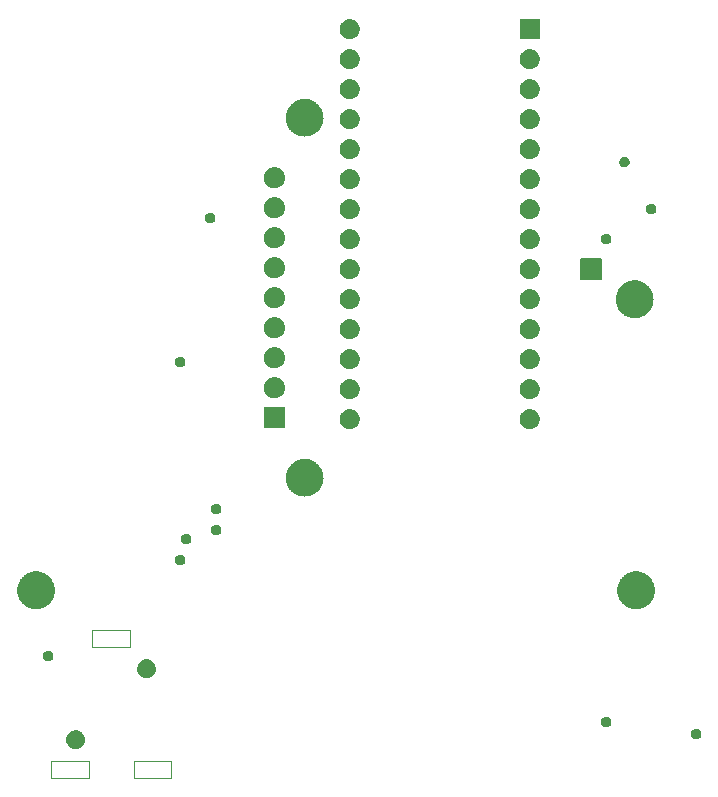
<source format=gbr>
G04 #@! TF.GenerationSoftware,KiCad,Pcbnew,7.0.2-0*
G04 #@! TF.CreationDate,2023-06-19T12:30:15-04:00*
G04 #@! TF.ProjectId,speed_joystick,73706565-645f-46a6-9f79-737469636b2e,rev?*
G04 #@! TF.SameCoordinates,Original*
G04 #@! TF.FileFunction,Soldermask,Bot*
G04 #@! TF.FilePolarity,Negative*
%FSLAX46Y46*%
G04 Gerber Fmt 4.6, Leading zero omitted, Abs format (unit mm)*
G04 Created by KiCad (PCBNEW 7.0.2-0) date 2023-06-19 12:30:15*
%MOMM*%
%LPD*%
G01*
G04 APERTURE LIST*
G04 #@! TA.AperFunction,Profile*
%ADD10C,0.010000*%
G04 #@! TD*
G04 APERTURE END LIST*
D10*
X-95270000Y-39090000D02*
X-92070000Y-39090000D01*
X-95270000Y-40540000D02*
X-95270000Y-39090000D01*
X-92070000Y-39090000D02*
X-92070000Y-40540000D01*
X-92070000Y-40540000D02*
X-95270000Y-40540000D01*
X-91770000Y-28040000D02*
X-88570000Y-28040000D01*
X-91770000Y-29490000D02*
X-91770000Y-28040000D01*
X-88570000Y-28040000D02*
X-88570000Y-29490000D01*
X-88570000Y-29490000D02*
X-91770000Y-29490000D01*
X-88270000Y-39090000D02*
X-88270000Y-40540000D01*
X-88270000Y-40540000D02*
X-85070000Y-40540000D01*
X-85070000Y-39090000D02*
X-88270000Y-39090000D01*
X-85070000Y-40540000D02*
X-85070000Y-39090000D01*
G36*
X-93125030Y-36495067D02*
G01*
X-93086447Y-36495067D01*
X-93042922Y-36504318D01*
X-92991983Y-36510058D01*
X-92954941Y-36523019D01*
X-92923003Y-36529808D01*
X-92876972Y-36550301D01*
X-92822893Y-36569225D01*
X-92794746Y-36586910D01*
X-92770342Y-36597776D01*
X-92724839Y-36630836D01*
X-92671208Y-36664535D01*
X-92651945Y-36683797D01*
X-92635156Y-36695996D01*
X-92593647Y-36742095D01*
X-92544535Y-36791208D01*
X-92533239Y-36809185D01*
X-92523343Y-36820176D01*
X-92489484Y-36878819D01*
X-92449225Y-36942893D01*
X-92444198Y-36957257D01*
X-92439792Y-36964890D01*
X-92417222Y-37034350D01*
X-92390058Y-37111983D01*
X-92389028Y-37121124D01*
X-92388154Y-37123814D01*
X-92380232Y-37199187D01*
X-92370000Y-37290000D01*
X-92380234Y-37380832D01*
X-92388154Y-37456185D01*
X-92389027Y-37458874D01*
X-92390058Y-37468017D01*
X-92417227Y-37545662D01*
X-92439792Y-37615109D01*
X-92444197Y-37622740D01*
X-92449225Y-37637107D01*
X-92489491Y-37701191D01*
X-92523343Y-37759823D01*
X-92533236Y-37770811D01*
X-92544535Y-37788792D01*
X-92593656Y-37837913D01*
X-92635156Y-37884003D01*
X-92651941Y-37896198D01*
X-92671208Y-37915465D01*
X-92724849Y-37949169D01*
X-92770342Y-37982223D01*
X-92794741Y-37993086D01*
X-92822893Y-38010775D01*
X-92876982Y-38029701D01*
X-92923003Y-38050191D01*
X-92954936Y-38056978D01*
X-92991983Y-38069942D01*
X-93042924Y-38075681D01*
X-93086447Y-38084933D01*
X-93125030Y-38084933D01*
X-93170000Y-38090000D01*
X-93214970Y-38084933D01*
X-93253553Y-38084933D01*
X-93297074Y-38075681D01*
X-93348017Y-38069942D01*
X-93385065Y-38056978D01*
X-93416996Y-38050191D01*
X-93463012Y-38029703D01*
X-93517107Y-38010775D01*
X-93545261Y-37993084D01*
X-93569657Y-37982223D01*
X-93615143Y-37949174D01*
X-93668792Y-37915465D01*
X-93688060Y-37896196D01*
X-93704843Y-37884003D01*
X-93746333Y-37837923D01*
X-93795465Y-37788792D01*
X-93806765Y-37770807D01*
X-93816656Y-37759823D01*
X-93850495Y-37701210D01*
X-93890775Y-37637107D01*
X-93895803Y-37622735D01*
X-93900207Y-37615109D01*
X-93922758Y-37545702D01*
X-93949942Y-37468017D01*
X-93950972Y-37458869D01*
X-93951845Y-37456185D01*
X-93959750Y-37380964D01*
X-93970000Y-37290000D01*
X-93959752Y-37199055D01*
X-93951845Y-37123814D01*
X-93950972Y-37121128D01*
X-93949942Y-37111983D01*
X-93922763Y-37034310D01*
X-93900207Y-36964890D01*
X-93895802Y-36957261D01*
X-93890775Y-36942893D01*
X-93850502Y-36878800D01*
X-93816656Y-36820176D01*
X-93806763Y-36809189D01*
X-93795465Y-36791208D01*
X-93746342Y-36742085D01*
X-93704843Y-36695996D01*
X-93688057Y-36683800D01*
X-93668792Y-36664535D01*
X-93615147Y-36630827D01*
X-93569653Y-36597774D01*
X-93545253Y-36586910D01*
X-93517107Y-36569225D01*
X-93463032Y-36550303D01*
X-93417001Y-36529809D01*
X-93385058Y-36523019D01*
X-93348017Y-36510058D01*
X-93297077Y-36504318D01*
X-93253553Y-36495067D01*
X-93214970Y-36495067D01*
X-93170000Y-36490000D01*
X-93125030Y-36495067D01*
G37*
G36*
X-40613324Y-36383591D02*
G01*
X-40575816Y-36383591D01*
X-40545329Y-36392542D01*
X-40523549Y-36395410D01*
X-40494292Y-36407528D01*
X-40452648Y-36419756D01*
X-40430666Y-36433882D01*
X-40415038Y-36440356D01*
X-40386398Y-36462331D01*
X-40344658Y-36489157D01*
X-40331202Y-36504686D01*
X-40321858Y-36511856D01*
X-40297633Y-36543426D01*
X-40260595Y-36586171D01*
X-40254362Y-36599818D01*
X-40250356Y-36605040D01*
X-40234537Y-36643228D01*
X-40207269Y-36702939D01*
X-40205920Y-36712315D01*
X-40205410Y-36713549D01*
X-40201790Y-36741042D01*
X-40189000Y-36830000D01*
X-40201791Y-36918965D01*
X-40205410Y-36946450D01*
X-40205920Y-36947682D01*
X-40207269Y-36957061D01*
X-40234536Y-37016768D01*
X-40250356Y-37054961D01*
X-40254363Y-37060183D01*
X-40260595Y-37073829D01*
X-40297634Y-37116574D01*
X-40321857Y-37148142D01*
X-40331198Y-37155310D01*
X-40344658Y-37170843D01*
X-40386407Y-37197673D01*
X-40415038Y-37219643D01*
X-40430662Y-37226114D01*
X-40452648Y-37240244D01*
X-40494301Y-37252474D01*
X-40523549Y-37264589D01*
X-40545323Y-37267455D01*
X-40575816Y-37276409D01*
X-40613331Y-37276409D01*
X-40640000Y-37279920D01*
X-40666669Y-37276409D01*
X-40704184Y-37276409D01*
X-40734677Y-37267455D01*
X-40756450Y-37264589D01*
X-40785695Y-37252475D01*
X-40827352Y-37240244D01*
X-40849339Y-37226113D01*
X-40864961Y-37219643D01*
X-40893586Y-37197677D01*
X-40935342Y-37170843D01*
X-40948803Y-37155308D01*
X-40958142Y-37148142D01*
X-40982356Y-37116584D01*
X-41019405Y-37073829D01*
X-41025638Y-37060180D01*
X-41029643Y-37054961D01*
X-41045452Y-37016791D01*
X-41072731Y-36957061D01*
X-41074079Y-36947678D01*
X-41074589Y-36946450D01*
X-41078196Y-36919048D01*
X-41091000Y-36830000D01*
X-41078197Y-36740960D01*
X-41074589Y-36713549D01*
X-41074079Y-36712319D01*
X-41072731Y-36702939D01*
X-41045451Y-36643205D01*
X-41029643Y-36605040D01*
X-41025639Y-36599822D01*
X-41019405Y-36586171D01*
X-40982359Y-36543417D01*
X-40958142Y-36511857D01*
X-40948800Y-36504689D01*
X-40935342Y-36489157D01*
X-40893586Y-36462322D01*
X-40864959Y-36440356D01*
X-40849338Y-36433885D01*
X-40827352Y-36419756D01*
X-40785701Y-36407526D01*
X-40756450Y-36395410D01*
X-40734671Y-36392542D01*
X-40704184Y-36383591D01*
X-40666676Y-36383591D01*
X-40640000Y-36380079D01*
X-40613324Y-36383591D01*
G37*
G36*
X-48233324Y-35367591D02*
G01*
X-48195816Y-35367591D01*
X-48165329Y-35376542D01*
X-48143549Y-35379410D01*
X-48114292Y-35391528D01*
X-48072648Y-35403756D01*
X-48050666Y-35417882D01*
X-48035038Y-35424356D01*
X-48006398Y-35446331D01*
X-47964658Y-35473157D01*
X-47951202Y-35488686D01*
X-47941858Y-35495856D01*
X-47917633Y-35527426D01*
X-47880595Y-35570171D01*
X-47874362Y-35583818D01*
X-47870356Y-35589040D01*
X-47854537Y-35627228D01*
X-47827269Y-35686939D01*
X-47825920Y-35696315D01*
X-47825410Y-35697549D01*
X-47821790Y-35725042D01*
X-47809000Y-35814000D01*
X-47821791Y-35902965D01*
X-47825410Y-35930450D01*
X-47825920Y-35931682D01*
X-47827269Y-35941061D01*
X-47854536Y-36000768D01*
X-47870356Y-36038961D01*
X-47874363Y-36044183D01*
X-47880595Y-36057829D01*
X-47917634Y-36100574D01*
X-47941857Y-36132142D01*
X-47951198Y-36139310D01*
X-47964658Y-36154843D01*
X-48006407Y-36181673D01*
X-48035038Y-36203643D01*
X-48050662Y-36210114D01*
X-48072648Y-36224244D01*
X-48114301Y-36236474D01*
X-48143549Y-36248589D01*
X-48165323Y-36251455D01*
X-48195816Y-36260409D01*
X-48233331Y-36260409D01*
X-48260000Y-36263920D01*
X-48286669Y-36260409D01*
X-48324184Y-36260409D01*
X-48354677Y-36251455D01*
X-48376450Y-36248589D01*
X-48405695Y-36236475D01*
X-48447352Y-36224244D01*
X-48469339Y-36210113D01*
X-48484961Y-36203643D01*
X-48513586Y-36181677D01*
X-48555342Y-36154843D01*
X-48568803Y-36139308D01*
X-48578142Y-36132142D01*
X-48602356Y-36100584D01*
X-48639405Y-36057829D01*
X-48645638Y-36044180D01*
X-48649643Y-36038961D01*
X-48665452Y-36000791D01*
X-48692731Y-35941061D01*
X-48694079Y-35931678D01*
X-48694589Y-35930450D01*
X-48698196Y-35903048D01*
X-48711000Y-35814000D01*
X-48698197Y-35724960D01*
X-48694589Y-35697549D01*
X-48694079Y-35696319D01*
X-48692731Y-35686939D01*
X-48665451Y-35627205D01*
X-48649643Y-35589040D01*
X-48645639Y-35583822D01*
X-48639405Y-35570171D01*
X-48602359Y-35527417D01*
X-48578142Y-35495857D01*
X-48568800Y-35488689D01*
X-48555342Y-35473157D01*
X-48513586Y-35446322D01*
X-48484959Y-35424356D01*
X-48469338Y-35417885D01*
X-48447352Y-35403756D01*
X-48405701Y-35391526D01*
X-48376450Y-35379410D01*
X-48354671Y-35376542D01*
X-48324184Y-35367591D01*
X-48286676Y-35367591D01*
X-48260000Y-35364079D01*
X-48233324Y-35367591D01*
G37*
G36*
X-95477324Y-29779591D02*
G01*
X-95439816Y-29779591D01*
X-95409329Y-29788542D01*
X-95387549Y-29791410D01*
X-95358292Y-29803528D01*
X-95316648Y-29815756D01*
X-95294666Y-29829882D01*
X-95279038Y-29836356D01*
X-95250398Y-29858331D01*
X-95208658Y-29885157D01*
X-95195202Y-29900686D01*
X-95185858Y-29907856D01*
X-95161633Y-29939426D01*
X-95124595Y-29982171D01*
X-95118362Y-29995818D01*
X-95114356Y-30001040D01*
X-95098537Y-30039228D01*
X-95071269Y-30098939D01*
X-95069920Y-30108315D01*
X-95069410Y-30109549D01*
X-95065790Y-30137042D01*
X-95053000Y-30226000D01*
X-95065791Y-30314965D01*
X-95069410Y-30342450D01*
X-95069920Y-30343682D01*
X-95071269Y-30353061D01*
X-95098536Y-30412768D01*
X-95114356Y-30450961D01*
X-95118363Y-30456183D01*
X-95124595Y-30469829D01*
X-95161634Y-30512574D01*
X-95185857Y-30544142D01*
X-95195198Y-30551310D01*
X-95208658Y-30566843D01*
X-95250407Y-30593673D01*
X-95279038Y-30615643D01*
X-95294662Y-30622114D01*
X-95316648Y-30636244D01*
X-95358301Y-30648474D01*
X-95387549Y-30660589D01*
X-95409323Y-30663455D01*
X-95439816Y-30672409D01*
X-95477331Y-30672409D01*
X-95504000Y-30675920D01*
X-95530669Y-30672409D01*
X-95568184Y-30672409D01*
X-95598677Y-30663455D01*
X-95620450Y-30660589D01*
X-95649695Y-30648475D01*
X-95691352Y-30636244D01*
X-95713339Y-30622113D01*
X-95728961Y-30615643D01*
X-95757586Y-30593677D01*
X-95799342Y-30566843D01*
X-95812803Y-30551308D01*
X-95822142Y-30544142D01*
X-95846356Y-30512584D01*
X-95883405Y-30469829D01*
X-95889638Y-30456180D01*
X-95893643Y-30450961D01*
X-95909452Y-30412791D01*
X-95936731Y-30353061D01*
X-95938079Y-30343678D01*
X-95938589Y-30342450D01*
X-95942196Y-30315048D01*
X-95955000Y-30226000D01*
X-95942197Y-30136960D01*
X-95938589Y-30109549D01*
X-95938079Y-30108319D01*
X-95936731Y-30098939D01*
X-95909451Y-30039205D01*
X-95893643Y-30001040D01*
X-95889639Y-29995822D01*
X-95883405Y-29982171D01*
X-95846359Y-29939417D01*
X-95822142Y-29907857D01*
X-95812800Y-29900689D01*
X-95799342Y-29885157D01*
X-95757586Y-29858322D01*
X-95728959Y-29836356D01*
X-95713338Y-29829885D01*
X-95691352Y-29815756D01*
X-95649701Y-29803526D01*
X-95620450Y-29791410D01*
X-95598671Y-29788542D01*
X-95568184Y-29779591D01*
X-95530676Y-29779591D01*
X-95504000Y-29776079D01*
X-95477324Y-29779591D01*
G37*
G36*
X-87125030Y-30495067D02*
G01*
X-87086447Y-30495067D01*
X-87042922Y-30504318D01*
X-86991983Y-30510058D01*
X-86954941Y-30523019D01*
X-86923003Y-30529808D01*
X-86876972Y-30550301D01*
X-86822893Y-30569225D01*
X-86794746Y-30586910D01*
X-86770342Y-30597776D01*
X-86724839Y-30630836D01*
X-86671208Y-30664535D01*
X-86651945Y-30683797D01*
X-86635156Y-30695996D01*
X-86593647Y-30742095D01*
X-86544535Y-30791208D01*
X-86533239Y-30809185D01*
X-86523343Y-30820176D01*
X-86489484Y-30878819D01*
X-86449225Y-30942893D01*
X-86444198Y-30957257D01*
X-86439792Y-30964890D01*
X-86417222Y-31034350D01*
X-86390058Y-31111983D01*
X-86389028Y-31121124D01*
X-86388154Y-31123814D01*
X-86380232Y-31199181D01*
X-86370000Y-31290000D01*
X-86380233Y-31380826D01*
X-86388154Y-31456185D01*
X-86389027Y-31458874D01*
X-86390058Y-31468017D01*
X-86417227Y-31545662D01*
X-86439792Y-31615109D01*
X-86444197Y-31622740D01*
X-86449225Y-31637107D01*
X-86489491Y-31701191D01*
X-86523343Y-31759823D01*
X-86533236Y-31770811D01*
X-86544535Y-31788792D01*
X-86593656Y-31837913D01*
X-86635156Y-31884003D01*
X-86651941Y-31896198D01*
X-86671208Y-31915465D01*
X-86724849Y-31949169D01*
X-86770342Y-31982223D01*
X-86794741Y-31993086D01*
X-86822893Y-32010775D01*
X-86876982Y-32029701D01*
X-86923003Y-32050191D01*
X-86954936Y-32056978D01*
X-86991983Y-32069942D01*
X-87042924Y-32075681D01*
X-87086447Y-32084933D01*
X-87125030Y-32084933D01*
X-87170000Y-32090000D01*
X-87214970Y-32084933D01*
X-87253553Y-32084933D01*
X-87297074Y-32075681D01*
X-87348017Y-32069942D01*
X-87385065Y-32056978D01*
X-87416996Y-32050191D01*
X-87463012Y-32029703D01*
X-87517107Y-32010775D01*
X-87545261Y-31993084D01*
X-87569657Y-31982223D01*
X-87615143Y-31949174D01*
X-87668792Y-31915465D01*
X-87688060Y-31896196D01*
X-87704843Y-31884003D01*
X-87746333Y-31837923D01*
X-87795465Y-31788792D01*
X-87806765Y-31770807D01*
X-87816656Y-31759823D01*
X-87850495Y-31701210D01*
X-87890775Y-31637107D01*
X-87895803Y-31622735D01*
X-87900207Y-31615109D01*
X-87922758Y-31545702D01*
X-87949942Y-31468017D01*
X-87950972Y-31458869D01*
X-87951845Y-31456185D01*
X-87959750Y-31380964D01*
X-87970000Y-31290000D01*
X-87959752Y-31199055D01*
X-87951845Y-31123814D01*
X-87950972Y-31121128D01*
X-87949942Y-31111983D01*
X-87922763Y-31034310D01*
X-87900207Y-30964890D01*
X-87895802Y-30957261D01*
X-87890775Y-30942893D01*
X-87850502Y-30878800D01*
X-87816656Y-30820176D01*
X-87806763Y-30809189D01*
X-87795465Y-30791208D01*
X-87746342Y-30742085D01*
X-87704843Y-30695996D01*
X-87688057Y-30683800D01*
X-87668792Y-30664535D01*
X-87615147Y-30630827D01*
X-87569653Y-30597774D01*
X-87545253Y-30586910D01*
X-87517107Y-30569225D01*
X-87463032Y-30550303D01*
X-87417001Y-30529809D01*
X-87385058Y-30523019D01*
X-87348017Y-30510058D01*
X-87297077Y-30504318D01*
X-87253553Y-30495067D01*
X-87214970Y-30495067D01*
X-87170000Y-30490000D01*
X-87125030Y-30495067D01*
G37*
G36*
X-96458719Y-23042823D02*
G01*
X-96400459Y-23042823D01*
X-96336792Y-23052418D01*
X-96269705Y-23057699D01*
X-96215632Y-23070680D01*
X-96164046Y-23078456D01*
X-96096636Y-23099249D01*
X-96025573Y-23116310D01*
X-95979622Y-23135343D01*
X-95935579Y-23148929D01*
X-95866431Y-23182228D01*
X-95793615Y-23212390D01*
X-95756238Y-23235294D01*
X-95720174Y-23252662D01*
X-95651573Y-23299433D01*
X-95579544Y-23343573D01*
X-95550700Y-23368207D01*
X-95522637Y-23387341D01*
X-95457116Y-23448135D01*
X-95388629Y-23506629D01*
X-95367830Y-23530981D01*
X-95347373Y-23549963D01*
X-95287557Y-23624969D01*
X-95225573Y-23697544D01*
X-95211941Y-23719787D01*
X-95198305Y-23736888D01*
X-95146876Y-23825964D01*
X-95094390Y-23911615D01*
X-95086680Y-23930228D01*
X-95078766Y-23943936D01*
X-95038400Y-24046785D01*
X-94998310Y-24143573D01*
X-94994994Y-24157382D01*
X-94991419Y-24166493D01*
X-94964636Y-24283833D01*
X-94939699Y-24387705D01*
X-94939052Y-24395923D01*
X-94938216Y-24399587D01*
X-94927314Y-24545061D01*
X-94920000Y-24638000D01*
X-94927315Y-24730946D01*
X-94938216Y-24876412D01*
X-94939052Y-24880074D01*
X-94939699Y-24888295D01*
X-94964641Y-24992186D01*
X-94991419Y-25109506D01*
X-94994994Y-25118615D01*
X-94998310Y-25132427D01*
X-95038408Y-25229232D01*
X-95078766Y-25332063D01*
X-95086678Y-25345768D01*
X-95094390Y-25364385D01*
X-95146886Y-25450052D01*
X-95198305Y-25539111D01*
X-95211939Y-25556207D01*
X-95225573Y-25578456D01*
X-95287569Y-25651045D01*
X-95347373Y-25726036D01*
X-95367826Y-25745013D01*
X-95388629Y-25769371D01*
X-95457129Y-25827875D01*
X-95522637Y-25888658D01*
X-95550694Y-25907787D01*
X-95579544Y-25932427D01*
X-95651587Y-25976575D01*
X-95720174Y-26023337D01*
X-95756231Y-26040701D01*
X-95793615Y-26063610D01*
X-95866446Y-26093777D01*
X-95935579Y-26127070D01*
X-95979612Y-26140652D01*
X-96025573Y-26159690D01*
X-96096651Y-26176754D01*
X-96164046Y-26197543D01*
X-96215623Y-26205317D01*
X-96269705Y-26218301D01*
X-96336796Y-26223581D01*
X-96400459Y-26233177D01*
X-96458719Y-26233177D01*
X-96520000Y-26238000D01*
X-96581281Y-26233177D01*
X-96639541Y-26233177D01*
X-96703202Y-26223581D01*
X-96770295Y-26218301D01*
X-96824377Y-26205316D01*
X-96875953Y-26197543D01*
X-96943344Y-26176755D01*
X-97014427Y-26159690D01*
X-97060390Y-26140651D01*
X-97104420Y-26127070D01*
X-97173543Y-26093781D01*
X-97246385Y-26063610D01*
X-97283775Y-26040696D01*
X-97319824Y-26023337D01*
X-97388395Y-25976585D01*
X-97460456Y-25932427D01*
X-97489309Y-25907783D01*
X-97517362Y-25888658D01*
X-97582857Y-25827886D01*
X-97651371Y-25769371D01*
X-97672177Y-25745009D01*
X-97692626Y-25726036D01*
X-97752415Y-25651062D01*
X-97814427Y-25578456D01*
X-97828064Y-25556202D01*
X-97841694Y-25539111D01*
X-97893095Y-25450080D01*
X-97945610Y-25364385D01*
X-97953323Y-25345762D01*
X-97961233Y-25332063D01*
X-98001572Y-25229278D01*
X-98041690Y-25132427D01*
X-98045007Y-25118608D01*
X-98048580Y-25109506D01*
X-98075338Y-24992270D01*
X-98100301Y-24888295D01*
X-98100948Y-24880068D01*
X-98101783Y-24876412D01*
X-98112663Y-24731211D01*
X-98120000Y-24638000D01*
X-98112664Y-24544796D01*
X-98101783Y-24399587D01*
X-98100948Y-24395930D01*
X-98100301Y-24387705D01*
X-98075343Y-24283748D01*
X-98048580Y-24166493D01*
X-98045006Y-24157388D01*
X-98041690Y-24143573D01*
X-98001580Y-24046739D01*
X-97961233Y-23943936D01*
X-97953322Y-23930234D01*
X-97945610Y-23911615D01*
X-97893105Y-23825936D01*
X-97841694Y-23736888D01*
X-97828061Y-23719793D01*
X-97814427Y-23697544D01*
X-97752427Y-23624951D01*
X-97692626Y-23549963D01*
X-97672173Y-23530985D01*
X-97651371Y-23506629D01*
X-97582871Y-23448124D01*
X-97517362Y-23387341D01*
X-97489304Y-23368211D01*
X-97460456Y-23343573D01*
X-97388410Y-23299423D01*
X-97319824Y-23252662D01*
X-97283768Y-23235298D01*
X-97246385Y-23212390D01*
X-97173558Y-23182224D01*
X-97104420Y-23148929D01*
X-97060380Y-23135344D01*
X-97014427Y-23116310D01*
X-96943358Y-23099247D01*
X-96875953Y-23078456D01*
X-96824369Y-23070681D01*
X-96770295Y-23057699D01*
X-96703206Y-23052418D01*
X-96639541Y-23042823D01*
X-96581281Y-23042823D01*
X-96520000Y-23038000D01*
X-96458719Y-23042823D01*
G37*
G36*
X-45658719Y-23042823D02*
G01*
X-45600459Y-23042823D01*
X-45536792Y-23052418D01*
X-45469705Y-23057699D01*
X-45415632Y-23070680D01*
X-45364046Y-23078456D01*
X-45296636Y-23099249D01*
X-45225573Y-23116310D01*
X-45179622Y-23135343D01*
X-45135579Y-23148929D01*
X-45066431Y-23182228D01*
X-44993615Y-23212390D01*
X-44956238Y-23235294D01*
X-44920174Y-23252662D01*
X-44851573Y-23299433D01*
X-44779544Y-23343573D01*
X-44750700Y-23368207D01*
X-44722637Y-23387341D01*
X-44657116Y-23448135D01*
X-44588629Y-23506629D01*
X-44567830Y-23530981D01*
X-44547373Y-23549963D01*
X-44487557Y-23624969D01*
X-44425573Y-23697544D01*
X-44411941Y-23719787D01*
X-44398305Y-23736888D01*
X-44346876Y-23825964D01*
X-44294390Y-23911615D01*
X-44286680Y-23930228D01*
X-44278766Y-23943936D01*
X-44238400Y-24046785D01*
X-44198310Y-24143573D01*
X-44194994Y-24157382D01*
X-44191419Y-24166493D01*
X-44164636Y-24283833D01*
X-44139699Y-24387705D01*
X-44139052Y-24395923D01*
X-44138216Y-24399587D01*
X-44127313Y-24545073D01*
X-44120000Y-24638000D01*
X-44127316Y-24730958D01*
X-44138216Y-24876412D01*
X-44139052Y-24880074D01*
X-44139699Y-24888295D01*
X-44164641Y-24992186D01*
X-44191419Y-25109506D01*
X-44194994Y-25118615D01*
X-44198310Y-25132427D01*
X-44238408Y-25229232D01*
X-44278766Y-25332063D01*
X-44286678Y-25345768D01*
X-44294390Y-25364385D01*
X-44346886Y-25450052D01*
X-44398305Y-25539111D01*
X-44411939Y-25556207D01*
X-44425573Y-25578456D01*
X-44487569Y-25651045D01*
X-44547373Y-25726036D01*
X-44567826Y-25745013D01*
X-44588629Y-25769371D01*
X-44657129Y-25827875D01*
X-44722637Y-25888658D01*
X-44750694Y-25907787D01*
X-44779544Y-25932427D01*
X-44851587Y-25976575D01*
X-44920174Y-26023337D01*
X-44956231Y-26040701D01*
X-44993615Y-26063610D01*
X-45066446Y-26093777D01*
X-45135579Y-26127070D01*
X-45179612Y-26140652D01*
X-45225573Y-26159690D01*
X-45296651Y-26176754D01*
X-45364046Y-26197543D01*
X-45415623Y-26205317D01*
X-45469705Y-26218301D01*
X-45536796Y-26223581D01*
X-45600459Y-26233177D01*
X-45658719Y-26233177D01*
X-45720000Y-26238000D01*
X-45781281Y-26233177D01*
X-45839541Y-26233177D01*
X-45903202Y-26223581D01*
X-45970295Y-26218301D01*
X-46024377Y-26205316D01*
X-46075953Y-26197543D01*
X-46143344Y-26176755D01*
X-46214427Y-26159690D01*
X-46260390Y-26140651D01*
X-46304420Y-26127070D01*
X-46373543Y-26093781D01*
X-46446385Y-26063610D01*
X-46483775Y-26040696D01*
X-46519824Y-26023337D01*
X-46588395Y-25976585D01*
X-46660456Y-25932427D01*
X-46689309Y-25907783D01*
X-46717362Y-25888658D01*
X-46782857Y-25827886D01*
X-46851371Y-25769371D01*
X-46872177Y-25745009D01*
X-46892626Y-25726036D01*
X-46952415Y-25651062D01*
X-47014427Y-25578456D01*
X-47028064Y-25556202D01*
X-47041694Y-25539111D01*
X-47093095Y-25450080D01*
X-47145610Y-25364385D01*
X-47153323Y-25345762D01*
X-47161233Y-25332063D01*
X-47201572Y-25229278D01*
X-47241690Y-25132427D01*
X-47245007Y-25118608D01*
X-47248580Y-25109506D01*
X-47275338Y-24992270D01*
X-47300301Y-24888295D01*
X-47300948Y-24880068D01*
X-47301783Y-24876412D01*
X-47312663Y-24731223D01*
X-47320000Y-24638000D01*
X-47312665Y-24544808D01*
X-47301783Y-24399587D01*
X-47300948Y-24395930D01*
X-47300301Y-24387705D01*
X-47275343Y-24283748D01*
X-47248580Y-24166493D01*
X-47245006Y-24157388D01*
X-47241690Y-24143573D01*
X-47201580Y-24046739D01*
X-47161233Y-23943936D01*
X-47153322Y-23930234D01*
X-47145610Y-23911615D01*
X-47093105Y-23825936D01*
X-47041694Y-23736888D01*
X-47028061Y-23719793D01*
X-47014427Y-23697544D01*
X-46952427Y-23624951D01*
X-46892626Y-23549963D01*
X-46872173Y-23530985D01*
X-46851371Y-23506629D01*
X-46782871Y-23448124D01*
X-46717362Y-23387341D01*
X-46689304Y-23368211D01*
X-46660456Y-23343573D01*
X-46588410Y-23299423D01*
X-46519824Y-23252662D01*
X-46483768Y-23235298D01*
X-46446385Y-23212390D01*
X-46373558Y-23182224D01*
X-46304420Y-23148929D01*
X-46260380Y-23135344D01*
X-46214427Y-23116310D01*
X-46143358Y-23099247D01*
X-46075953Y-23078456D01*
X-46024369Y-23070681D01*
X-45970295Y-23057699D01*
X-45903206Y-23052418D01*
X-45839541Y-23042823D01*
X-45781281Y-23042823D01*
X-45720000Y-23038000D01*
X-45658719Y-23042823D01*
G37*
G36*
X-84301324Y-21651591D02*
G01*
X-84263816Y-21651591D01*
X-84233329Y-21660542D01*
X-84211549Y-21663410D01*
X-84182292Y-21675528D01*
X-84140648Y-21687756D01*
X-84118666Y-21701882D01*
X-84103038Y-21708356D01*
X-84074398Y-21730331D01*
X-84032658Y-21757157D01*
X-84019202Y-21772686D01*
X-84009858Y-21779856D01*
X-83985633Y-21811426D01*
X-83948595Y-21854171D01*
X-83942362Y-21867818D01*
X-83938356Y-21873040D01*
X-83922537Y-21911228D01*
X-83895269Y-21970939D01*
X-83893920Y-21980315D01*
X-83893410Y-21981549D01*
X-83889790Y-22009042D01*
X-83877000Y-22098000D01*
X-83889791Y-22186965D01*
X-83893410Y-22214450D01*
X-83893920Y-22215682D01*
X-83895269Y-22225061D01*
X-83922536Y-22284768D01*
X-83938356Y-22322961D01*
X-83942363Y-22328183D01*
X-83948595Y-22341829D01*
X-83985634Y-22384574D01*
X-84009857Y-22416142D01*
X-84019198Y-22423310D01*
X-84032658Y-22438843D01*
X-84074407Y-22465673D01*
X-84103038Y-22487643D01*
X-84118662Y-22494114D01*
X-84140648Y-22508244D01*
X-84182301Y-22520474D01*
X-84211549Y-22532589D01*
X-84233323Y-22535455D01*
X-84263816Y-22544409D01*
X-84301331Y-22544409D01*
X-84328000Y-22547920D01*
X-84354669Y-22544409D01*
X-84392184Y-22544409D01*
X-84422677Y-22535455D01*
X-84444450Y-22532589D01*
X-84473695Y-22520475D01*
X-84515352Y-22508244D01*
X-84537339Y-22494113D01*
X-84552961Y-22487643D01*
X-84581586Y-22465677D01*
X-84623342Y-22438843D01*
X-84636803Y-22423308D01*
X-84646142Y-22416142D01*
X-84670356Y-22384584D01*
X-84707405Y-22341829D01*
X-84713638Y-22328180D01*
X-84717643Y-22322961D01*
X-84733452Y-22284791D01*
X-84760731Y-22225061D01*
X-84762079Y-22215678D01*
X-84762589Y-22214450D01*
X-84766196Y-22187048D01*
X-84779000Y-22098000D01*
X-84766197Y-22008960D01*
X-84762589Y-21981549D01*
X-84762079Y-21980319D01*
X-84760731Y-21970939D01*
X-84733451Y-21911205D01*
X-84717643Y-21873040D01*
X-84713639Y-21867822D01*
X-84707405Y-21854171D01*
X-84670359Y-21811417D01*
X-84646142Y-21779857D01*
X-84636800Y-21772689D01*
X-84623342Y-21757157D01*
X-84581586Y-21730322D01*
X-84552959Y-21708356D01*
X-84537338Y-21701885D01*
X-84515352Y-21687756D01*
X-84473701Y-21675526D01*
X-84444450Y-21663410D01*
X-84422671Y-21660542D01*
X-84392184Y-21651591D01*
X-84354676Y-21651591D01*
X-84328000Y-21648079D01*
X-84301324Y-21651591D01*
G37*
G36*
X-83793324Y-19873591D02*
G01*
X-83755816Y-19873591D01*
X-83725329Y-19882542D01*
X-83703549Y-19885410D01*
X-83674292Y-19897528D01*
X-83632648Y-19909756D01*
X-83610666Y-19923882D01*
X-83595038Y-19930356D01*
X-83566398Y-19952331D01*
X-83524658Y-19979157D01*
X-83511202Y-19994686D01*
X-83501858Y-20001856D01*
X-83477633Y-20033426D01*
X-83440595Y-20076171D01*
X-83434362Y-20089818D01*
X-83430356Y-20095040D01*
X-83414537Y-20133228D01*
X-83387269Y-20192939D01*
X-83385920Y-20202315D01*
X-83385410Y-20203549D01*
X-83381790Y-20231042D01*
X-83369000Y-20320000D01*
X-83381791Y-20408965D01*
X-83385410Y-20436450D01*
X-83385920Y-20437682D01*
X-83387269Y-20447061D01*
X-83414536Y-20506768D01*
X-83430356Y-20544961D01*
X-83434363Y-20550183D01*
X-83440595Y-20563829D01*
X-83477634Y-20606574D01*
X-83501857Y-20638142D01*
X-83511198Y-20645310D01*
X-83524658Y-20660843D01*
X-83566407Y-20687673D01*
X-83595038Y-20709643D01*
X-83610662Y-20716114D01*
X-83632648Y-20730244D01*
X-83674301Y-20742474D01*
X-83703549Y-20754589D01*
X-83725323Y-20757455D01*
X-83755816Y-20766409D01*
X-83793331Y-20766409D01*
X-83820000Y-20769920D01*
X-83846669Y-20766409D01*
X-83884184Y-20766409D01*
X-83914677Y-20757455D01*
X-83936450Y-20754589D01*
X-83965695Y-20742475D01*
X-84007352Y-20730244D01*
X-84029339Y-20716113D01*
X-84044961Y-20709643D01*
X-84073586Y-20687677D01*
X-84115342Y-20660843D01*
X-84128803Y-20645308D01*
X-84138142Y-20638142D01*
X-84162356Y-20606584D01*
X-84199405Y-20563829D01*
X-84205638Y-20550180D01*
X-84209643Y-20544961D01*
X-84225452Y-20506791D01*
X-84252731Y-20447061D01*
X-84254079Y-20437678D01*
X-84254589Y-20436450D01*
X-84258196Y-20409048D01*
X-84271000Y-20320000D01*
X-84258197Y-20230960D01*
X-84254589Y-20203549D01*
X-84254079Y-20202319D01*
X-84252731Y-20192939D01*
X-84225451Y-20133205D01*
X-84209643Y-20095040D01*
X-84205639Y-20089822D01*
X-84199405Y-20076171D01*
X-84162359Y-20033417D01*
X-84138142Y-20001857D01*
X-84128800Y-19994689D01*
X-84115342Y-19979157D01*
X-84073586Y-19952322D01*
X-84044959Y-19930356D01*
X-84029338Y-19923885D01*
X-84007352Y-19909756D01*
X-83965701Y-19897526D01*
X-83936450Y-19885410D01*
X-83914671Y-19882542D01*
X-83884184Y-19873591D01*
X-83846676Y-19873591D01*
X-83820000Y-19870079D01*
X-83793324Y-19873591D01*
G37*
G36*
X-81253324Y-19111591D02*
G01*
X-81215816Y-19111591D01*
X-81185329Y-19120542D01*
X-81163549Y-19123410D01*
X-81134292Y-19135528D01*
X-81092648Y-19147756D01*
X-81070666Y-19161882D01*
X-81055038Y-19168356D01*
X-81026398Y-19190331D01*
X-80984658Y-19217157D01*
X-80971202Y-19232686D01*
X-80961858Y-19239856D01*
X-80937633Y-19271426D01*
X-80900595Y-19314171D01*
X-80894362Y-19327818D01*
X-80890356Y-19333040D01*
X-80874537Y-19371228D01*
X-80847269Y-19430939D01*
X-80845920Y-19440315D01*
X-80845410Y-19441549D01*
X-80841790Y-19469042D01*
X-80829000Y-19558000D01*
X-80841791Y-19646965D01*
X-80845410Y-19674450D01*
X-80845920Y-19675682D01*
X-80847269Y-19685061D01*
X-80874536Y-19744768D01*
X-80890356Y-19782961D01*
X-80894363Y-19788183D01*
X-80900595Y-19801829D01*
X-80937634Y-19844574D01*
X-80961857Y-19876142D01*
X-80971198Y-19883310D01*
X-80984658Y-19898843D01*
X-81026407Y-19925673D01*
X-81055038Y-19947643D01*
X-81070662Y-19954114D01*
X-81092648Y-19968244D01*
X-81134301Y-19980474D01*
X-81163549Y-19992589D01*
X-81185323Y-19995455D01*
X-81215816Y-20004409D01*
X-81253331Y-20004409D01*
X-81280000Y-20007920D01*
X-81306669Y-20004409D01*
X-81344184Y-20004409D01*
X-81374677Y-19995455D01*
X-81396450Y-19992589D01*
X-81425695Y-19980475D01*
X-81467352Y-19968244D01*
X-81489339Y-19954113D01*
X-81504961Y-19947643D01*
X-81533586Y-19925677D01*
X-81575342Y-19898843D01*
X-81588803Y-19883308D01*
X-81598142Y-19876142D01*
X-81622356Y-19844584D01*
X-81659405Y-19801829D01*
X-81665638Y-19788180D01*
X-81669643Y-19782961D01*
X-81685452Y-19744791D01*
X-81712731Y-19685061D01*
X-81714079Y-19675678D01*
X-81714589Y-19674450D01*
X-81718196Y-19647048D01*
X-81731000Y-19558000D01*
X-81718197Y-19468960D01*
X-81714589Y-19441549D01*
X-81714079Y-19440319D01*
X-81712731Y-19430939D01*
X-81685451Y-19371205D01*
X-81669643Y-19333040D01*
X-81665639Y-19327822D01*
X-81659405Y-19314171D01*
X-81622359Y-19271417D01*
X-81598142Y-19239857D01*
X-81588800Y-19232689D01*
X-81575342Y-19217157D01*
X-81533586Y-19190322D01*
X-81504959Y-19168356D01*
X-81489338Y-19161885D01*
X-81467352Y-19147756D01*
X-81425701Y-19135526D01*
X-81396450Y-19123410D01*
X-81374671Y-19120542D01*
X-81344184Y-19111591D01*
X-81306676Y-19111591D01*
X-81280000Y-19108079D01*
X-81253324Y-19111591D01*
G37*
G36*
X-81253324Y-17333591D02*
G01*
X-81215816Y-17333591D01*
X-81185329Y-17342542D01*
X-81163549Y-17345410D01*
X-81134292Y-17357528D01*
X-81092648Y-17369756D01*
X-81070666Y-17383882D01*
X-81055038Y-17390356D01*
X-81026398Y-17412331D01*
X-80984658Y-17439157D01*
X-80971202Y-17454686D01*
X-80961858Y-17461856D01*
X-80937633Y-17493426D01*
X-80900595Y-17536171D01*
X-80894362Y-17549818D01*
X-80890356Y-17555040D01*
X-80874537Y-17593228D01*
X-80847269Y-17652939D01*
X-80845920Y-17662315D01*
X-80845410Y-17663549D01*
X-80841790Y-17691042D01*
X-80829000Y-17780000D01*
X-80841791Y-17868965D01*
X-80845410Y-17896450D01*
X-80845920Y-17897682D01*
X-80847269Y-17907061D01*
X-80874536Y-17966768D01*
X-80890356Y-18004961D01*
X-80894363Y-18010183D01*
X-80900595Y-18023829D01*
X-80937634Y-18066574D01*
X-80961857Y-18098142D01*
X-80971198Y-18105310D01*
X-80984658Y-18120843D01*
X-81026407Y-18147673D01*
X-81055038Y-18169643D01*
X-81070662Y-18176114D01*
X-81092648Y-18190244D01*
X-81134301Y-18202474D01*
X-81163549Y-18214589D01*
X-81185323Y-18217455D01*
X-81215816Y-18226409D01*
X-81253331Y-18226409D01*
X-81280000Y-18229920D01*
X-81306669Y-18226409D01*
X-81344184Y-18226409D01*
X-81374677Y-18217455D01*
X-81396450Y-18214589D01*
X-81425695Y-18202475D01*
X-81467352Y-18190244D01*
X-81489339Y-18176113D01*
X-81504961Y-18169643D01*
X-81533586Y-18147677D01*
X-81575342Y-18120843D01*
X-81588803Y-18105308D01*
X-81598142Y-18098142D01*
X-81622356Y-18066584D01*
X-81659405Y-18023829D01*
X-81665638Y-18010180D01*
X-81669643Y-18004961D01*
X-81685452Y-17966791D01*
X-81712731Y-17907061D01*
X-81714079Y-17897678D01*
X-81714589Y-17896450D01*
X-81718196Y-17869048D01*
X-81731000Y-17780000D01*
X-81718197Y-17690960D01*
X-81714589Y-17663549D01*
X-81714079Y-17662319D01*
X-81712731Y-17652939D01*
X-81685451Y-17593205D01*
X-81669643Y-17555040D01*
X-81665639Y-17549822D01*
X-81659405Y-17536171D01*
X-81622359Y-17493417D01*
X-81598142Y-17461857D01*
X-81588800Y-17454689D01*
X-81575342Y-17439157D01*
X-81533586Y-17412322D01*
X-81504959Y-17390356D01*
X-81489338Y-17383885D01*
X-81467352Y-17369756D01*
X-81425701Y-17357526D01*
X-81396450Y-17345410D01*
X-81374671Y-17342542D01*
X-81344184Y-17333591D01*
X-81306676Y-17333591D01*
X-81280000Y-17330079D01*
X-81253324Y-17333591D01*
G37*
G36*
X-73718719Y-13517823D02*
G01*
X-73660459Y-13517823D01*
X-73596792Y-13527418D01*
X-73529705Y-13532699D01*
X-73475632Y-13545680D01*
X-73424046Y-13553456D01*
X-73356636Y-13574249D01*
X-73285573Y-13591310D01*
X-73239622Y-13610343D01*
X-73195579Y-13623929D01*
X-73126431Y-13657228D01*
X-73053615Y-13687390D01*
X-73016238Y-13710294D01*
X-72980174Y-13727662D01*
X-72911573Y-13774433D01*
X-72839544Y-13818573D01*
X-72810700Y-13843207D01*
X-72782637Y-13862341D01*
X-72717116Y-13923135D01*
X-72648629Y-13981629D01*
X-72627830Y-14005981D01*
X-72607373Y-14024963D01*
X-72547557Y-14099969D01*
X-72485573Y-14172544D01*
X-72471941Y-14194787D01*
X-72458305Y-14211888D01*
X-72406876Y-14300964D01*
X-72354390Y-14386615D01*
X-72346680Y-14405228D01*
X-72338766Y-14418936D01*
X-72298400Y-14521785D01*
X-72258310Y-14618573D01*
X-72254994Y-14632382D01*
X-72251419Y-14641493D01*
X-72224636Y-14758833D01*
X-72199699Y-14862705D01*
X-72199052Y-14870923D01*
X-72198216Y-14874587D01*
X-72187313Y-15020073D01*
X-72180000Y-15113000D01*
X-72187316Y-15205958D01*
X-72198216Y-15351412D01*
X-72199052Y-15355074D01*
X-72199699Y-15363295D01*
X-72224641Y-15467186D01*
X-72251419Y-15584506D01*
X-72254994Y-15593615D01*
X-72258310Y-15607427D01*
X-72298408Y-15704232D01*
X-72338766Y-15807063D01*
X-72346678Y-15820768D01*
X-72354390Y-15839385D01*
X-72406886Y-15925052D01*
X-72458305Y-16014111D01*
X-72471939Y-16031207D01*
X-72485573Y-16053456D01*
X-72547569Y-16126045D01*
X-72607373Y-16201036D01*
X-72627826Y-16220013D01*
X-72648629Y-16244371D01*
X-72717129Y-16302875D01*
X-72782637Y-16363658D01*
X-72810694Y-16382787D01*
X-72839544Y-16407427D01*
X-72911587Y-16451575D01*
X-72980174Y-16498337D01*
X-73016231Y-16515701D01*
X-73053615Y-16538610D01*
X-73126446Y-16568777D01*
X-73195579Y-16602070D01*
X-73239612Y-16615652D01*
X-73285573Y-16634690D01*
X-73356651Y-16651754D01*
X-73424046Y-16672543D01*
X-73475623Y-16680317D01*
X-73529705Y-16693301D01*
X-73596796Y-16698581D01*
X-73660459Y-16708177D01*
X-73718719Y-16708177D01*
X-73780000Y-16713000D01*
X-73841281Y-16708177D01*
X-73899541Y-16708177D01*
X-73963202Y-16698581D01*
X-74030295Y-16693301D01*
X-74084377Y-16680316D01*
X-74135953Y-16672543D01*
X-74203344Y-16651755D01*
X-74274427Y-16634690D01*
X-74320390Y-16615651D01*
X-74364420Y-16602070D01*
X-74433543Y-16568781D01*
X-74506385Y-16538610D01*
X-74543775Y-16515696D01*
X-74579824Y-16498337D01*
X-74648395Y-16451585D01*
X-74720456Y-16407427D01*
X-74749309Y-16382783D01*
X-74777362Y-16363658D01*
X-74842857Y-16302886D01*
X-74911371Y-16244371D01*
X-74932177Y-16220009D01*
X-74952626Y-16201036D01*
X-75012415Y-16126062D01*
X-75074427Y-16053456D01*
X-75088064Y-16031202D01*
X-75101694Y-16014111D01*
X-75153095Y-15925080D01*
X-75205610Y-15839385D01*
X-75213323Y-15820762D01*
X-75221233Y-15807063D01*
X-75261572Y-15704278D01*
X-75301690Y-15607427D01*
X-75305007Y-15593608D01*
X-75308580Y-15584506D01*
X-75335338Y-15467270D01*
X-75360301Y-15363295D01*
X-75360948Y-15355068D01*
X-75361783Y-15351412D01*
X-75372663Y-15206223D01*
X-75380000Y-15113000D01*
X-75372665Y-15019808D01*
X-75361783Y-14874587D01*
X-75360948Y-14870930D01*
X-75360301Y-14862705D01*
X-75335343Y-14758748D01*
X-75308580Y-14641493D01*
X-75305006Y-14632388D01*
X-75301690Y-14618573D01*
X-75261580Y-14521739D01*
X-75221233Y-14418936D01*
X-75213322Y-14405234D01*
X-75205610Y-14386615D01*
X-75153105Y-14300936D01*
X-75101694Y-14211888D01*
X-75088061Y-14194793D01*
X-75074427Y-14172544D01*
X-75012427Y-14099951D01*
X-74952626Y-14024963D01*
X-74932173Y-14005985D01*
X-74911371Y-13981629D01*
X-74842871Y-13923124D01*
X-74777362Y-13862341D01*
X-74749304Y-13843211D01*
X-74720456Y-13818573D01*
X-74648410Y-13774423D01*
X-74579824Y-13727662D01*
X-74543768Y-13710298D01*
X-74506385Y-13687390D01*
X-74433558Y-13657224D01*
X-74364420Y-13623929D01*
X-74320380Y-13610344D01*
X-74274427Y-13591310D01*
X-74203358Y-13574247D01*
X-74135953Y-13553456D01*
X-74084369Y-13545681D01*
X-74030295Y-13532699D01*
X-73963206Y-13527418D01*
X-73899541Y-13517823D01*
X-73841281Y-13517823D01*
X-73780000Y-13513000D01*
X-73718719Y-13517823D01*
G37*
G36*
X-75475483Y-9135882D02*
G01*
X-75458938Y-9146938D01*
X-75447882Y-9163483D01*
X-75444000Y-9183000D01*
X-75444000Y-10883000D01*
X-75447882Y-10902517D01*
X-75458938Y-10919062D01*
X-75475483Y-10930118D01*
X-75495000Y-10934000D01*
X-77195000Y-10934000D01*
X-77214517Y-10930118D01*
X-77231062Y-10919062D01*
X-77242118Y-10902517D01*
X-77246000Y-10883000D01*
X-77246000Y-9183000D01*
X-77242118Y-9163483D01*
X-77231062Y-9146938D01*
X-77214517Y-9135882D01*
X-77195000Y-9132000D01*
X-75495000Y-9132000D01*
X-75475483Y-9135882D01*
G37*
G36*
X-69928800Y-9313662D02*
G01*
X-69881046Y-9313662D01*
X-69839806Y-9322427D01*
X-69804098Y-9325945D01*
X-69759237Y-9339553D01*
X-69707027Y-9350651D01*
X-69673617Y-9365525D01*
X-69644564Y-9374339D01*
X-69598391Y-9399018D01*
X-69544500Y-9423012D01*
X-69519448Y-9441213D01*
X-69497546Y-9452920D01*
X-69452862Y-9489591D01*
X-69400570Y-9527584D01*
X-69383591Y-9546440D01*
X-69368679Y-9558679D01*
X-69328601Y-9607513D01*
X-69281527Y-9659795D01*
X-69271638Y-9676923D01*
X-69262920Y-9687546D01*
X-69230680Y-9747863D01*
X-69192573Y-9813867D01*
X-69188187Y-9827363D01*
X-69184339Y-9834564D01*
X-69163123Y-9904502D01*
X-69137596Y-9983067D01*
X-69136697Y-9991618D01*
X-69135945Y-9994098D01*
X-69128612Y-10068540D01*
X-69119000Y-10160000D01*
X-69128613Y-10251467D01*
X-69135945Y-10325901D01*
X-69136697Y-10328380D01*
X-69137596Y-10336933D01*
X-69163128Y-10415512D01*
X-69184339Y-10485435D01*
X-69188186Y-10492634D01*
X-69192573Y-10506133D01*
X-69230687Y-10572148D01*
X-69262920Y-10632453D01*
X-69271636Y-10643073D01*
X-69281527Y-10660205D01*
X-69328610Y-10712496D01*
X-69368679Y-10761320D01*
X-69383588Y-10773555D01*
X-69400570Y-10792416D01*
X-69452873Y-10830416D01*
X-69497546Y-10867079D01*
X-69519443Y-10878783D01*
X-69544500Y-10896988D01*
X-69598402Y-10920986D01*
X-69644564Y-10945660D01*
X-69673610Y-10954471D01*
X-69707027Y-10969349D01*
X-69759248Y-10980448D01*
X-69804098Y-10994054D01*
X-69839797Y-10997570D01*
X-69881046Y-11006338D01*
X-69928811Y-11006338D01*
X-69970000Y-11010395D01*
X-70011188Y-11006338D01*
X-70058954Y-11006338D01*
X-70100203Y-10997570D01*
X-70135901Y-10994054D01*
X-70180748Y-10980449D01*
X-70232973Y-10969349D01*
X-70266391Y-10954470D01*
X-70295435Y-10945660D01*
X-70341591Y-10920989D01*
X-70395500Y-10896988D01*
X-70420559Y-10878780D01*
X-70442453Y-10867079D01*
X-70487118Y-10830423D01*
X-70539430Y-10792416D01*
X-70556414Y-10773552D01*
X-70571320Y-10761320D01*
X-70611378Y-10712509D01*
X-70658473Y-10660205D01*
X-70668366Y-10643069D01*
X-70677079Y-10632453D01*
X-70709299Y-10572172D01*
X-70747427Y-10506133D01*
X-70751814Y-10492629D01*
X-70755660Y-10485435D01*
X-70776856Y-10415558D01*
X-70802404Y-10336933D01*
X-70803303Y-10328375D01*
X-70804054Y-10325901D01*
X-70811370Y-10251619D01*
X-70821000Y-10160000D01*
X-70811371Y-10068389D01*
X-70804054Y-9994098D01*
X-70803303Y-9991623D01*
X-70802404Y-9983067D01*
X-70776861Y-9904455D01*
X-70755660Y-9834564D01*
X-70751813Y-9827368D01*
X-70747427Y-9813867D01*
X-70709306Y-9747840D01*
X-70677079Y-9687546D01*
X-70668364Y-9676927D01*
X-70658473Y-9659795D01*
X-70611387Y-9607501D01*
X-70571320Y-9558679D01*
X-70556411Y-9546443D01*
X-70539430Y-9527584D01*
X-70487128Y-9489584D01*
X-70442453Y-9452920D01*
X-70420554Y-9441215D01*
X-70395500Y-9423012D01*
X-70341602Y-9399015D01*
X-70295435Y-9374339D01*
X-70266384Y-9365526D01*
X-70232973Y-9350651D01*
X-70180759Y-9339552D01*
X-70135901Y-9325945D01*
X-70100194Y-9322427D01*
X-70058954Y-9313662D01*
X-70011198Y-9313662D01*
X-69969999Y-9309604D01*
X-69928800Y-9313662D01*
G37*
G36*
X-54688801Y-9313662D02*
G01*
X-54641046Y-9313662D01*
X-54599806Y-9322427D01*
X-54564098Y-9325945D01*
X-54519237Y-9339553D01*
X-54467027Y-9350651D01*
X-54433617Y-9365525D01*
X-54404564Y-9374339D01*
X-54358391Y-9399018D01*
X-54304500Y-9423012D01*
X-54279448Y-9441213D01*
X-54257546Y-9452920D01*
X-54212862Y-9489591D01*
X-54160570Y-9527584D01*
X-54143591Y-9546440D01*
X-54128679Y-9558679D01*
X-54088601Y-9607513D01*
X-54041527Y-9659795D01*
X-54031638Y-9676923D01*
X-54022920Y-9687546D01*
X-53990680Y-9747863D01*
X-53952573Y-9813867D01*
X-53948187Y-9827363D01*
X-53944339Y-9834564D01*
X-53923123Y-9904502D01*
X-53897596Y-9983067D01*
X-53896697Y-9991618D01*
X-53895945Y-9994098D01*
X-53888612Y-10068540D01*
X-53879000Y-10160000D01*
X-53888613Y-10251467D01*
X-53895945Y-10325901D01*
X-53896697Y-10328380D01*
X-53897596Y-10336933D01*
X-53923128Y-10415512D01*
X-53944339Y-10485435D01*
X-53948186Y-10492634D01*
X-53952573Y-10506133D01*
X-53990687Y-10572148D01*
X-54022920Y-10632453D01*
X-54031636Y-10643073D01*
X-54041527Y-10660205D01*
X-54088610Y-10712496D01*
X-54128679Y-10761320D01*
X-54143588Y-10773555D01*
X-54160570Y-10792416D01*
X-54212873Y-10830416D01*
X-54257546Y-10867079D01*
X-54279443Y-10878783D01*
X-54304500Y-10896988D01*
X-54358402Y-10920986D01*
X-54404564Y-10945660D01*
X-54433610Y-10954471D01*
X-54467027Y-10969349D01*
X-54519248Y-10980448D01*
X-54564098Y-10994054D01*
X-54599797Y-10997570D01*
X-54641046Y-11006338D01*
X-54688811Y-11006338D01*
X-54730000Y-11010395D01*
X-54771188Y-11006338D01*
X-54818954Y-11006338D01*
X-54860203Y-10997570D01*
X-54895901Y-10994054D01*
X-54940748Y-10980449D01*
X-54992973Y-10969349D01*
X-55026391Y-10954470D01*
X-55055435Y-10945660D01*
X-55101591Y-10920989D01*
X-55155500Y-10896988D01*
X-55180559Y-10878780D01*
X-55202453Y-10867079D01*
X-55247118Y-10830423D01*
X-55299430Y-10792416D01*
X-55316414Y-10773552D01*
X-55331320Y-10761320D01*
X-55371378Y-10712509D01*
X-55418473Y-10660205D01*
X-55428366Y-10643069D01*
X-55437079Y-10632453D01*
X-55469299Y-10572172D01*
X-55507427Y-10506133D01*
X-55511814Y-10492629D01*
X-55515660Y-10485435D01*
X-55536856Y-10415558D01*
X-55562404Y-10336933D01*
X-55563303Y-10328375D01*
X-55564054Y-10325901D01*
X-55571370Y-10251619D01*
X-55581000Y-10160000D01*
X-55571371Y-10068389D01*
X-55564054Y-9994098D01*
X-55563303Y-9991623D01*
X-55562404Y-9983067D01*
X-55536861Y-9904455D01*
X-55515660Y-9834564D01*
X-55511813Y-9827368D01*
X-55507427Y-9813867D01*
X-55469306Y-9747840D01*
X-55437079Y-9687546D01*
X-55428364Y-9676927D01*
X-55418473Y-9659795D01*
X-55371387Y-9607501D01*
X-55331320Y-9558679D01*
X-55316411Y-9546443D01*
X-55299430Y-9527584D01*
X-55247128Y-9489584D01*
X-55202453Y-9452920D01*
X-55180554Y-9441215D01*
X-55155500Y-9423012D01*
X-55101602Y-9399015D01*
X-55055435Y-9374339D01*
X-55026384Y-9365526D01*
X-54992973Y-9350651D01*
X-54940759Y-9339552D01*
X-54895901Y-9325945D01*
X-54860194Y-9322427D01*
X-54818954Y-9313662D01*
X-54771199Y-9313662D01*
X-54730000Y-9309604D01*
X-54688801Y-9313662D01*
G37*
G36*
X-76301016Y-6596936D02*
G01*
X-76250820Y-6596936D01*
X-76207476Y-6606148D01*
X-76169340Y-6609905D01*
X-76121430Y-6624438D01*
X-76066576Y-6636098D01*
X-76031471Y-6651727D01*
X-76000433Y-6661143D01*
X-75951109Y-6687506D01*
X-75894500Y-6712711D01*
X-75868180Y-6731833D01*
X-75844767Y-6744348D01*
X-75797002Y-6783546D01*
X-75742113Y-6823427D01*
X-75724291Y-6843219D01*
X-75708324Y-6856324D01*
X-75665416Y-6908607D01*
X-75616076Y-6963405D01*
X-75605710Y-6981359D01*
X-75596348Y-6992767D01*
X-75561712Y-7057565D01*
X-75521896Y-7126530D01*
X-75517315Y-7140626D01*
X-75513143Y-7148433D01*
X-75490132Y-7224288D01*
X-75463689Y-7305672D01*
X-75462758Y-7314527D01*
X-75461905Y-7317340D01*
X-75453598Y-7401672D01*
X-75444000Y-7493000D01*
X-75453601Y-7584349D01*
X-75461905Y-7668659D01*
X-75462758Y-7671471D01*
X-75463689Y-7680328D01*
X-75490136Y-7761725D01*
X-75513143Y-7837566D01*
X-75517315Y-7845371D01*
X-75521896Y-7859470D01*
X-75561719Y-7928447D01*
X-75596348Y-7993232D01*
X-75605708Y-8004637D01*
X-75616076Y-8022595D01*
X-75665425Y-8077402D01*
X-75708324Y-8129675D01*
X-75724287Y-8142776D01*
X-75742113Y-8162573D01*
X-75797013Y-8202460D01*
X-75844767Y-8241651D01*
X-75868175Y-8254163D01*
X-75894500Y-8273289D01*
X-75951120Y-8298498D01*
X-76000433Y-8324856D01*
X-76031464Y-8334269D01*
X-76066576Y-8349902D01*
X-76121441Y-8361563D01*
X-76169340Y-8376094D01*
X-76207467Y-8379849D01*
X-76250820Y-8389064D01*
X-76301027Y-8389064D01*
X-76345000Y-8393395D01*
X-76388973Y-8389064D01*
X-76439180Y-8389064D01*
X-76482532Y-8379849D01*
X-76520659Y-8376094D01*
X-76568555Y-8361564D01*
X-76623424Y-8349902D01*
X-76658537Y-8334268D01*
X-76689566Y-8324856D01*
X-76738873Y-8298500D01*
X-76795500Y-8273289D01*
X-76821827Y-8254161D01*
X-76845232Y-8241651D01*
X-76892977Y-8202467D01*
X-76947887Y-8162573D01*
X-76965714Y-8142773D01*
X-76981675Y-8129675D01*
X-77024563Y-8077415D01*
X-77073924Y-8022595D01*
X-77084294Y-8004633D01*
X-77093651Y-7993232D01*
X-77128266Y-7928470D01*
X-77168104Y-7859470D01*
X-77172686Y-7845366D01*
X-77176856Y-7837566D01*
X-77199848Y-7761771D01*
X-77226311Y-7680328D01*
X-77227242Y-7671466D01*
X-77228094Y-7668659D01*
X-77236382Y-7584501D01*
X-77246000Y-7493000D01*
X-77236385Y-7401520D01*
X-77228094Y-7317340D01*
X-77227242Y-7314532D01*
X-77226311Y-7305672D01*
X-77199852Y-7224242D01*
X-77176856Y-7148433D01*
X-77172685Y-7140630D01*
X-77168104Y-7126530D01*
X-77128273Y-7057542D01*
X-77093651Y-6992767D01*
X-77084292Y-6981363D01*
X-77073924Y-6963405D01*
X-77024572Y-6908594D01*
X-76981675Y-6856324D01*
X-76965711Y-6843223D01*
X-76947887Y-6823427D01*
X-76892988Y-6783540D01*
X-76845232Y-6744348D01*
X-76821822Y-6731835D01*
X-76795500Y-6712711D01*
X-76738884Y-6687504D01*
X-76689566Y-6661143D01*
X-76658530Y-6651728D01*
X-76623424Y-6636098D01*
X-76568566Y-6624437D01*
X-76520659Y-6609905D01*
X-76482524Y-6606149D01*
X-76439180Y-6596936D01*
X-76388983Y-6596936D01*
X-76345000Y-6592604D01*
X-76301016Y-6596936D01*
G37*
G36*
X-69928801Y-6773662D02*
G01*
X-69881046Y-6773662D01*
X-69839806Y-6782427D01*
X-69804098Y-6785945D01*
X-69759237Y-6799553D01*
X-69707027Y-6810651D01*
X-69673617Y-6825525D01*
X-69644564Y-6834339D01*
X-69598391Y-6859018D01*
X-69544500Y-6883012D01*
X-69519448Y-6901213D01*
X-69497546Y-6912920D01*
X-69452862Y-6949591D01*
X-69400570Y-6987584D01*
X-69383591Y-7006440D01*
X-69368679Y-7018679D01*
X-69328601Y-7067513D01*
X-69281527Y-7119795D01*
X-69271638Y-7136923D01*
X-69262920Y-7147546D01*
X-69230680Y-7207863D01*
X-69192573Y-7273867D01*
X-69188187Y-7287363D01*
X-69184339Y-7294564D01*
X-69163123Y-7364502D01*
X-69137596Y-7443067D01*
X-69136697Y-7451618D01*
X-69135945Y-7454098D01*
X-69128612Y-7528540D01*
X-69119000Y-7620000D01*
X-69128613Y-7711467D01*
X-69135945Y-7785901D01*
X-69136697Y-7788380D01*
X-69137596Y-7796933D01*
X-69163128Y-7875512D01*
X-69184339Y-7945435D01*
X-69188186Y-7952634D01*
X-69192573Y-7966133D01*
X-69230687Y-8032148D01*
X-69262920Y-8092453D01*
X-69271636Y-8103073D01*
X-69281527Y-8120205D01*
X-69328610Y-8172496D01*
X-69368679Y-8221320D01*
X-69383588Y-8233555D01*
X-69400570Y-8252416D01*
X-69452873Y-8290416D01*
X-69497546Y-8327079D01*
X-69519443Y-8338783D01*
X-69544500Y-8356988D01*
X-69598402Y-8380986D01*
X-69644564Y-8405660D01*
X-69673610Y-8414471D01*
X-69707027Y-8429349D01*
X-69759248Y-8440448D01*
X-69804098Y-8454054D01*
X-69839797Y-8457570D01*
X-69881046Y-8466338D01*
X-69928811Y-8466338D01*
X-69970000Y-8470395D01*
X-70011188Y-8466338D01*
X-70058954Y-8466338D01*
X-70100203Y-8457570D01*
X-70135901Y-8454054D01*
X-70180748Y-8440449D01*
X-70232973Y-8429349D01*
X-70266391Y-8414470D01*
X-70295435Y-8405660D01*
X-70341591Y-8380989D01*
X-70395500Y-8356988D01*
X-70420559Y-8338780D01*
X-70442453Y-8327079D01*
X-70487118Y-8290423D01*
X-70539430Y-8252416D01*
X-70556414Y-8233552D01*
X-70571320Y-8221320D01*
X-70611378Y-8172509D01*
X-70658473Y-8120205D01*
X-70668366Y-8103069D01*
X-70677079Y-8092453D01*
X-70709299Y-8032172D01*
X-70747427Y-7966133D01*
X-70751814Y-7952629D01*
X-70755660Y-7945435D01*
X-70776856Y-7875558D01*
X-70802404Y-7796933D01*
X-70803303Y-7788375D01*
X-70804054Y-7785901D01*
X-70811370Y-7711619D01*
X-70821000Y-7620000D01*
X-70811371Y-7528389D01*
X-70804054Y-7454098D01*
X-70803303Y-7451623D01*
X-70802404Y-7443067D01*
X-70776861Y-7364455D01*
X-70755660Y-7294564D01*
X-70751813Y-7287368D01*
X-70747427Y-7273867D01*
X-70709306Y-7207840D01*
X-70677079Y-7147546D01*
X-70668364Y-7136927D01*
X-70658473Y-7119795D01*
X-70611387Y-7067501D01*
X-70571320Y-7018679D01*
X-70556411Y-7006443D01*
X-70539430Y-6987584D01*
X-70487128Y-6949584D01*
X-70442453Y-6912920D01*
X-70420554Y-6901215D01*
X-70395500Y-6883012D01*
X-70341602Y-6859015D01*
X-70295435Y-6834339D01*
X-70266384Y-6825526D01*
X-70232973Y-6810651D01*
X-70180759Y-6799552D01*
X-70135901Y-6785945D01*
X-70100194Y-6782427D01*
X-70058954Y-6773662D01*
X-70011199Y-6773662D01*
X-69970000Y-6769604D01*
X-69928801Y-6773662D01*
G37*
G36*
X-54688801Y-6773662D02*
G01*
X-54641046Y-6773662D01*
X-54599806Y-6782427D01*
X-54564098Y-6785945D01*
X-54519237Y-6799553D01*
X-54467027Y-6810651D01*
X-54433617Y-6825525D01*
X-54404564Y-6834339D01*
X-54358391Y-6859018D01*
X-54304500Y-6883012D01*
X-54279448Y-6901213D01*
X-54257546Y-6912920D01*
X-54212862Y-6949591D01*
X-54160570Y-6987584D01*
X-54143591Y-7006440D01*
X-54128679Y-7018679D01*
X-54088601Y-7067513D01*
X-54041527Y-7119795D01*
X-54031638Y-7136923D01*
X-54022920Y-7147546D01*
X-53990680Y-7207863D01*
X-53952573Y-7273867D01*
X-53948187Y-7287363D01*
X-53944339Y-7294564D01*
X-53923123Y-7364502D01*
X-53897596Y-7443067D01*
X-53896697Y-7451618D01*
X-53895945Y-7454098D01*
X-53888612Y-7528540D01*
X-53879000Y-7620000D01*
X-53888613Y-7711467D01*
X-53895945Y-7785901D01*
X-53896697Y-7788380D01*
X-53897596Y-7796933D01*
X-53923128Y-7875512D01*
X-53944339Y-7945435D01*
X-53948186Y-7952634D01*
X-53952573Y-7966133D01*
X-53990687Y-8032148D01*
X-54022920Y-8092453D01*
X-54031636Y-8103073D01*
X-54041527Y-8120205D01*
X-54088610Y-8172496D01*
X-54128679Y-8221320D01*
X-54143588Y-8233555D01*
X-54160570Y-8252416D01*
X-54212873Y-8290416D01*
X-54257546Y-8327079D01*
X-54279443Y-8338783D01*
X-54304500Y-8356988D01*
X-54358402Y-8380986D01*
X-54404564Y-8405660D01*
X-54433610Y-8414471D01*
X-54467027Y-8429349D01*
X-54519248Y-8440448D01*
X-54564098Y-8454054D01*
X-54599797Y-8457570D01*
X-54641046Y-8466338D01*
X-54688811Y-8466338D01*
X-54730000Y-8470395D01*
X-54771188Y-8466338D01*
X-54818954Y-8466338D01*
X-54860203Y-8457570D01*
X-54895901Y-8454054D01*
X-54940748Y-8440449D01*
X-54992973Y-8429349D01*
X-55026391Y-8414470D01*
X-55055435Y-8405660D01*
X-55101591Y-8380989D01*
X-55155500Y-8356988D01*
X-55180559Y-8338780D01*
X-55202453Y-8327079D01*
X-55247118Y-8290423D01*
X-55299430Y-8252416D01*
X-55316414Y-8233552D01*
X-55331320Y-8221320D01*
X-55371378Y-8172509D01*
X-55418473Y-8120205D01*
X-55428366Y-8103069D01*
X-55437079Y-8092453D01*
X-55469299Y-8032172D01*
X-55507427Y-7966133D01*
X-55511814Y-7952629D01*
X-55515660Y-7945435D01*
X-55536856Y-7875558D01*
X-55562404Y-7796933D01*
X-55563303Y-7788375D01*
X-55564054Y-7785901D01*
X-55571370Y-7711619D01*
X-55581000Y-7620000D01*
X-55571371Y-7528389D01*
X-55564054Y-7454098D01*
X-55563303Y-7451623D01*
X-55562404Y-7443067D01*
X-55536861Y-7364455D01*
X-55515660Y-7294564D01*
X-55511813Y-7287368D01*
X-55507427Y-7273867D01*
X-55469306Y-7207840D01*
X-55437079Y-7147546D01*
X-55428364Y-7136927D01*
X-55418473Y-7119795D01*
X-55371387Y-7067501D01*
X-55331320Y-7018679D01*
X-55316411Y-7006443D01*
X-55299430Y-6987584D01*
X-55247128Y-6949584D01*
X-55202453Y-6912920D01*
X-55180554Y-6901215D01*
X-55155500Y-6883012D01*
X-55101602Y-6859015D01*
X-55055435Y-6834339D01*
X-55026384Y-6825526D01*
X-54992973Y-6810651D01*
X-54940759Y-6799552D01*
X-54895901Y-6785945D01*
X-54860194Y-6782427D01*
X-54818954Y-6773662D01*
X-54771199Y-6773662D01*
X-54730000Y-6769604D01*
X-54688801Y-6773662D01*
G37*
G36*
X-76301016Y-4056936D02*
G01*
X-76250820Y-4056936D01*
X-76207476Y-4066148D01*
X-76169340Y-4069905D01*
X-76121430Y-4084438D01*
X-76066576Y-4096098D01*
X-76031471Y-4111727D01*
X-76000433Y-4121143D01*
X-75951109Y-4147506D01*
X-75894500Y-4172711D01*
X-75868180Y-4191833D01*
X-75844767Y-4204348D01*
X-75797002Y-4243546D01*
X-75742113Y-4283427D01*
X-75724291Y-4303219D01*
X-75708324Y-4316324D01*
X-75665416Y-4368607D01*
X-75616076Y-4423405D01*
X-75605710Y-4441359D01*
X-75596348Y-4452767D01*
X-75561712Y-4517565D01*
X-75521896Y-4586530D01*
X-75517315Y-4600626D01*
X-75513143Y-4608433D01*
X-75490132Y-4684288D01*
X-75463689Y-4765672D01*
X-75462758Y-4774527D01*
X-75461905Y-4777340D01*
X-75453599Y-4861664D01*
X-75444000Y-4953000D01*
X-75453600Y-5044342D01*
X-75461905Y-5128659D01*
X-75462758Y-5131471D01*
X-75463689Y-5140328D01*
X-75490136Y-5221725D01*
X-75513143Y-5297566D01*
X-75517315Y-5305371D01*
X-75521896Y-5319470D01*
X-75561719Y-5388447D01*
X-75596348Y-5453232D01*
X-75605708Y-5464637D01*
X-75616076Y-5482595D01*
X-75665425Y-5537402D01*
X-75708324Y-5589675D01*
X-75724287Y-5602776D01*
X-75742113Y-5622573D01*
X-75797013Y-5662460D01*
X-75844767Y-5701651D01*
X-75868175Y-5714163D01*
X-75894500Y-5733289D01*
X-75951120Y-5758498D01*
X-76000433Y-5784856D01*
X-76031464Y-5794269D01*
X-76066576Y-5809902D01*
X-76121441Y-5821563D01*
X-76169340Y-5836094D01*
X-76207467Y-5839849D01*
X-76250820Y-5849064D01*
X-76301026Y-5849064D01*
X-76344999Y-5853395D01*
X-76388972Y-5849064D01*
X-76439180Y-5849064D01*
X-76482533Y-5839849D01*
X-76520659Y-5836094D01*
X-76568555Y-5821564D01*
X-76623424Y-5809902D01*
X-76658537Y-5794268D01*
X-76689566Y-5784856D01*
X-76738873Y-5758500D01*
X-76795500Y-5733289D01*
X-76821827Y-5714161D01*
X-76845232Y-5701651D01*
X-76892977Y-5662467D01*
X-76947887Y-5622573D01*
X-76965714Y-5602773D01*
X-76981675Y-5589675D01*
X-77024563Y-5537415D01*
X-77073924Y-5482595D01*
X-77084294Y-5464633D01*
X-77093651Y-5453232D01*
X-77128266Y-5388470D01*
X-77168104Y-5319470D01*
X-77172686Y-5305366D01*
X-77176856Y-5297566D01*
X-77199848Y-5221771D01*
X-77226311Y-5140328D01*
X-77227242Y-5131466D01*
X-77228094Y-5128659D01*
X-77236383Y-5044494D01*
X-77246000Y-4953000D01*
X-77236384Y-4861513D01*
X-77228094Y-4777340D01*
X-77227242Y-4774532D01*
X-77226311Y-4765672D01*
X-77199852Y-4684242D01*
X-77176856Y-4608433D01*
X-77172685Y-4600630D01*
X-77168104Y-4586530D01*
X-77128273Y-4517542D01*
X-77093651Y-4452767D01*
X-77084292Y-4441363D01*
X-77073924Y-4423405D01*
X-77024572Y-4368594D01*
X-76981675Y-4316324D01*
X-76965711Y-4303223D01*
X-76947887Y-4283427D01*
X-76892988Y-4243540D01*
X-76845232Y-4204348D01*
X-76821822Y-4191835D01*
X-76795500Y-4172711D01*
X-76738884Y-4147504D01*
X-76689566Y-4121143D01*
X-76658530Y-4111728D01*
X-76623424Y-4096098D01*
X-76568566Y-4084437D01*
X-76520659Y-4069905D01*
X-76482524Y-4066149D01*
X-76439180Y-4056936D01*
X-76388983Y-4056936D01*
X-76345000Y-4052604D01*
X-76301016Y-4056936D01*
G37*
G36*
X-69928801Y-4233662D02*
G01*
X-69881046Y-4233662D01*
X-69839806Y-4242427D01*
X-69804098Y-4245945D01*
X-69759237Y-4259553D01*
X-69707027Y-4270651D01*
X-69673617Y-4285525D01*
X-69644564Y-4294339D01*
X-69598391Y-4319018D01*
X-69544500Y-4343012D01*
X-69519448Y-4361213D01*
X-69497546Y-4372920D01*
X-69452862Y-4409591D01*
X-69400570Y-4447584D01*
X-69383591Y-4466440D01*
X-69368679Y-4478679D01*
X-69328601Y-4527513D01*
X-69281527Y-4579795D01*
X-69271638Y-4596923D01*
X-69262920Y-4607546D01*
X-69230680Y-4667863D01*
X-69192573Y-4733867D01*
X-69188187Y-4747363D01*
X-69184339Y-4754564D01*
X-69163123Y-4824502D01*
X-69137596Y-4903067D01*
X-69136697Y-4911618D01*
X-69135945Y-4914098D01*
X-69128612Y-4988540D01*
X-69119000Y-5080000D01*
X-69128613Y-5171467D01*
X-69135945Y-5245901D01*
X-69136697Y-5248380D01*
X-69137596Y-5256933D01*
X-69163128Y-5335512D01*
X-69184339Y-5405435D01*
X-69188186Y-5412634D01*
X-69192573Y-5426133D01*
X-69230687Y-5492148D01*
X-69262920Y-5552453D01*
X-69271636Y-5563073D01*
X-69281527Y-5580205D01*
X-69328610Y-5632496D01*
X-69368679Y-5681320D01*
X-69383588Y-5693555D01*
X-69400570Y-5712416D01*
X-69452873Y-5750416D01*
X-69497546Y-5787079D01*
X-69519443Y-5798783D01*
X-69544500Y-5816988D01*
X-69598402Y-5840986D01*
X-69644564Y-5865660D01*
X-69673610Y-5874471D01*
X-69707027Y-5889349D01*
X-69759248Y-5900448D01*
X-69804098Y-5914054D01*
X-69839797Y-5917570D01*
X-69881046Y-5926338D01*
X-69928811Y-5926338D01*
X-69970000Y-5930395D01*
X-70011188Y-5926338D01*
X-70058954Y-5926338D01*
X-70100203Y-5917570D01*
X-70135901Y-5914054D01*
X-70180748Y-5900449D01*
X-70232973Y-5889349D01*
X-70266391Y-5874470D01*
X-70295435Y-5865660D01*
X-70341591Y-5840989D01*
X-70395500Y-5816988D01*
X-70420559Y-5798780D01*
X-70442453Y-5787079D01*
X-70487118Y-5750423D01*
X-70539430Y-5712416D01*
X-70556414Y-5693552D01*
X-70571320Y-5681320D01*
X-70611378Y-5632509D01*
X-70658473Y-5580205D01*
X-70668366Y-5563069D01*
X-70677079Y-5552453D01*
X-70709299Y-5492172D01*
X-70747427Y-5426133D01*
X-70751814Y-5412629D01*
X-70755660Y-5405435D01*
X-70776856Y-5335558D01*
X-70802404Y-5256933D01*
X-70803303Y-5248375D01*
X-70804054Y-5245901D01*
X-70811370Y-5171619D01*
X-70821000Y-5080000D01*
X-70811371Y-4988389D01*
X-70804054Y-4914098D01*
X-70803303Y-4911623D01*
X-70802404Y-4903067D01*
X-70776861Y-4824455D01*
X-70755660Y-4754564D01*
X-70751813Y-4747368D01*
X-70747427Y-4733867D01*
X-70709306Y-4667840D01*
X-70677079Y-4607546D01*
X-70668364Y-4596927D01*
X-70658473Y-4579795D01*
X-70611387Y-4527501D01*
X-70571320Y-4478679D01*
X-70556411Y-4466443D01*
X-70539430Y-4447584D01*
X-70487128Y-4409584D01*
X-70442453Y-4372920D01*
X-70420554Y-4361215D01*
X-70395500Y-4343012D01*
X-70341602Y-4319015D01*
X-70295435Y-4294339D01*
X-70266384Y-4285526D01*
X-70232973Y-4270651D01*
X-70180759Y-4259552D01*
X-70135901Y-4245945D01*
X-70100194Y-4242427D01*
X-70058954Y-4233662D01*
X-70011199Y-4233662D01*
X-69970000Y-4229604D01*
X-69928801Y-4233662D01*
G37*
G36*
X-54688801Y-4233662D02*
G01*
X-54641046Y-4233662D01*
X-54599806Y-4242427D01*
X-54564098Y-4245945D01*
X-54519237Y-4259553D01*
X-54467027Y-4270651D01*
X-54433617Y-4285525D01*
X-54404564Y-4294339D01*
X-54358391Y-4319018D01*
X-54304500Y-4343012D01*
X-54279448Y-4361213D01*
X-54257546Y-4372920D01*
X-54212862Y-4409591D01*
X-54160570Y-4447584D01*
X-54143591Y-4466440D01*
X-54128679Y-4478679D01*
X-54088601Y-4527513D01*
X-54041527Y-4579795D01*
X-54031638Y-4596923D01*
X-54022920Y-4607546D01*
X-53990680Y-4667863D01*
X-53952573Y-4733867D01*
X-53948187Y-4747363D01*
X-53944339Y-4754564D01*
X-53923123Y-4824502D01*
X-53897596Y-4903067D01*
X-53896697Y-4911618D01*
X-53895945Y-4914098D01*
X-53888612Y-4988540D01*
X-53879000Y-5080000D01*
X-53888613Y-5171467D01*
X-53895945Y-5245901D01*
X-53896697Y-5248380D01*
X-53897596Y-5256933D01*
X-53923128Y-5335512D01*
X-53944339Y-5405435D01*
X-53948186Y-5412634D01*
X-53952573Y-5426133D01*
X-53990687Y-5492148D01*
X-54022920Y-5552453D01*
X-54031636Y-5563073D01*
X-54041527Y-5580205D01*
X-54088610Y-5632496D01*
X-54128679Y-5681320D01*
X-54143588Y-5693555D01*
X-54160570Y-5712416D01*
X-54212873Y-5750416D01*
X-54257546Y-5787079D01*
X-54279443Y-5798783D01*
X-54304500Y-5816988D01*
X-54358402Y-5840986D01*
X-54404564Y-5865660D01*
X-54433610Y-5874471D01*
X-54467027Y-5889349D01*
X-54519248Y-5900448D01*
X-54564098Y-5914054D01*
X-54599797Y-5917570D01*
X-54641046Y-5926338D01*
X-54688811Y-5926338D01*
X-54730000Y-5930395D01*
X-54771188Y-5926338D01*
X-54818954Y-5926338D01*
X-54860203Y-5917570D01*
X-54895901Y-5914054D01*
X-54940748Y-5900449D01*
X-54992973Y-5889349D01*
X-55026391Y-5874470D01*
X-55055435Y-5865660D01*
X-55101591Y-5840989D01*
X-55155500Y-5816988D01*
X-55180559Y-5798780D01*
X-55202453Y-5787079D01*
X-55247118Y-5750423D01*
X-55299430Y-5712416D01*
X-55316414Y-5693552D01*
X-55331320Y-5681320D01*
X-55371378Y-5632509D01*
X-55418473Y-5580205D01*
X-55428366Y-5563069D01*
X-55437079Y-5552453D01*
X-55469299Y-5492172D01*
X-55507427Y-5426133D01*
X-55511814Y-5412629D01*
X-55515660Y-5405435D01*
X-55536856Y-5335558D01*
X-55562404Y-5256933D01*
X-55563303Y-5248375D01*
X-55564054Y-5245901D01*
X-55571370Y-5171619D01*
X-55581000Y-5080000D01*
X-55571371Y-4988389D01*
X-55564054Y-4914098D01*
X-55563303Y-4911623D01*
X-55562404Y-4903067D01*
X-55536861Y-4824455D01*
X-55515660Y-4754564D01*
X-55511813Y-4747368D01*
X-55507427Y-4733867D01*
X-55469306Y-4667840D01*
X-55437079Y-4607546D01*
X-55428364Y-4596927D01*
X-55418473Y-4579795D01*
X-55371387Y-4527501D01*
X-55331320Y-4478679D01*
X-55316411Y-4466443D01*
X-55299430Y-4447584D01*
X-55247128Y-4409584D01*
X-55202453Y-4372920D01*
X-55180554Y-4361215D01*
X-55155500Y-4343012D01*
X-55101602Y-4319015D01*
X-55055435Y-4294339D01*
X-55026384Y-4285526D01*
X-54992973Y-4270651D01*
X-54940759Y-4259552D01*
X-54895901Y-4245945D01*
X-54860194Y-4242427D01*
X-54818954Y-4233662D01*
X-54771199Y-4233662D01*
X-54730000Y-4229604D01*
X-54688801Y-4233662D01*
G37*
G36*
X-84301324Y-4887591D02*
G01*
X-84263816Y-4887591D01*
X-84233329Y-4896542D01*
X-84211549Y-4899410D01*
X-84182292Y-4911528D01*
X-84140648Y-4923756D01*
X-84118666Y-4937882D01*
X-84103038Y-4944356D01*
X-84074398Y-4966331D01*
X-84032658Y-4993157D01*
X-84019202Y-5008686D01*
X-84009858Y-5015856D01*
X-83985633Y-5047426D01*
X-83948595Y-5090171D01*
X-83942362Y-5103818D01*
X-83938356Y-5109040D01*
X-83922537Y-5147228D01*
X-83895269Y-5206939D01*
X-83893920Y-5216315D01*
X-83893410Y-5217549D01*
X-83889790Y-5245042D01*
X-83877000Y-5334000D01*
X-83889791Y-5422965D01*
X-83893410Y-5450450D01*
X-83893920Y-5451682D01*
X-83895269Y-5461061D01*
X-83922536Y-5520768D01*
X-83938356Y-5558961D01*
X-83942363Y-5564183D01*
X-83948595Y-5577829D01*
X-83985634Y-5620574D01*
X-84009857Y-5652142D01*
X-84019198Y-5659310D01*
X-84032658Y-5674843D01*
X-84074407Y-5701673D01*
X-84103038Y-5723643D01*
X-84118662Y-5730114D01*
X-84140648Y-5744244D01*
X-84182301Y-5756474D01*
X-84211549Y-5768589D01*
X-84233323Y-5771455D01*
X-84263816Y-5780409D01*
X-84301331Y-5780409D01*
X-84328000Y-5783920D01*
X-84354669Y-5780409D01*
X-84392184Y-5780409D01*
X-84422677Y-5771455D01*
X-84444450Y-5768589D01*
X-84473695Y-5756475D01*
X-84515352Y-5744244D01*
X-84537339Y-5730113D01*
X-84552961Y-5723643D01*
X-84581586Y-5701677D01*
X-84623342Y-5674843D01*
X-84636803Y-5659308D01*
X-84646142Y-5652142D01*
X-84670356Y-5620584D01*
X-84707405Y-5577829D01*
X-84713638Y-5564180D01*
X-84717643Y-5558961D01*
X-84733452Y-5520791D01*
X-84760731Y-5461061D01*
X-84762079Y-5451678D01*
X-84762589Y-5450450D01*
X-84766196Y-5423048D01*
X-84779000Y-5334000D01*
X-84766197Y-5244960D01*
X-84762589Y-5217549D01*
X-84762079Y-5216319D01*
X-84760731Y-5206939D01*
X-84733451Y-5147205D01*
X-84717643Y-5109040D01*
X-84713639Y-5103822D01*
X-84707405Y-5090171D01*
X-84670359Y-5047417D01*
X-84646142Y-5015857D01*
X-84636800Y-5008689D01*
X-84623342Y-4993157D01*
X-84581586Y-4966322D01*
X-84552959Y-4944356D01*
X-84537338Y-4937885D01*
X-84515352Y-4923756D01*
X-84473701Y-4911526D01*
X-84444450Y-4899410D01*
X-84422671Y-4896542D01*
X-84392184Y-4887591D01*
X-84354676Y-4887591D01*
X-84328000Y-4884079D01*
X-84301324Y-4887591D01*
G37*
G36*
X-76301016Y-1516936D02*
G01*
X-76250820Y-1516936D01*
X-76207476Y-1526148D01*
X-76169340Y-1529905D01*
X-76121430Y-1544438D01*
X-76066576Y-1556098D01*
X-76031471Y-1571727D01*
X-76000433Y-1581143D01*
X-75951109Y-1607506D01*
X-75894500Y-1632711D01*
X-75868180Y-1651833D01*
X-75844767Y-1664348D01*
X-75797002Y-1703546D01*
X-75742113Y-1743427D01*
X-75724291Y-1763219D01*
X-75708324Y-1776324D01*
X-75665416Y-1828607D01*
X-75616076Y-1883405D01*
X-75605710Y-1901359D01*
X-75596348Y-1912767D01*
X-75561712Y-1977565D01*
X-75521896Y-2046530D01*
X-75517315Y-2060626D01*
X-75513143Y-2068433D01*
X-75490132Y-2144288D01*
X-75463689Y-2225672D01*
X-75462758Y-2234527D01*
X-75461905Y-2237340D01*
X-75453598Y-2321672D01*
X-75444000Y-2413000D01*
X-75453601Y-2504349D01*
X-75461905Y-2588659D01*
X-75462758Y-2591471D01*
X-75463689Y-2600328D01*
X-75490136Y-2681725D01*
X-75513143Y-2757566D01*
X-75517315Y-2765371D01*
X-75521896Y-2779470D01*
X-75561719Y-2848447D01*
X-75596348Y-2913232D01*
X-75605708Y-2924637D01*
X-75616076Y-2942595D01*
X-75665425Y-2997402D01*
X-75708324Y-3049675D01*
X-75724287Y-3062776D01*
X-75742113Y-3082573D01*
X-75797013Y-3122460D01*
X-75844767Y-3161651D01*
X-75868175Y-3174163D01*
X-75894500Y-3193289D01*
X-75951120Y-3218498D01*
X-76000433Y-3244856D01*
X-76031464Y-3254269D01*
X-76066576Y-3269902D01*
X-76121441Y-3281563D01*
X-76169340Y-3296094D01*
X-76207467Y-3299849D01*
X-76250820Y-3309064D01*
X-76301026Y-3309064D01*
X-76344999Y-3313395D01*
X-76388972Y-3309064D01*
X-76439180Y-3309064D01*
X-76482533Y-3299849D01*
X-76520659Y-3296094D01*
X-76568555Y-3281564D01*
X-76623424Y-3269902D01*
X-76658537Y-3254268D01*
X-76689566Y-3244856D01*
X-76738873Y-3218500D01*
X-76795500Y-3193289D01*
X-76821827Y-3174161D01*
X-76845232Y-3161651D01*
X-76892977Y-3122467D01*
X-76947887Y-3082573D01*
X-76965714Y-3062773D01*
X-76981675Y-3049675D01*
X-77024563Y-2997415D01*
X-77073924Y-2942595D01*
X-77084294Y-2924633D01*
X-77093651Y-2913232D01*
X-77128266Y-2848470D01*
X-77168104Y-2779470D01*
X-77172686Y-2765366D01*
X-77176856Y-2757566D01*
X-77199848Y-2681771D01*
X-77226311Y-2600328D01*
X-77227242Y-2591466D01*
X-77228094Y-2588659D01*
X-77236382Y-2504501D01*
X-77246000Y-2413000D01*
X-77236385Y-2321520D01*
X-77228094Y-2237340D01*
X-77227242Y-2234532D01*
X-77226311Y-2225672D01*
X-77199852Y-2144242D01*
X-77176856Y-2068433D01*
X-77172685Y-2060630D01*
X-77168104Y-2046530D01*
X-77128273Y-1977542D01*
X-77093651Y-1912767D01*
X-77084292Y-1901363D01*
X-77073924Y-1883405D01*
X-77024572Y-1828594D01*
X-76981675Y-1776324D01*
X-76965711Y-1763223D01*
X-76947887Y-1743427D01*
X-76892988Y-1703540D01*
X-76845232Y-1664348D01*
X-76821822Y-1651835D01*
X-76795500Y-1632711D01*
X-76738884Y-1607504D01*
X-76689566Y-1581143D01*
X-76658530Y-1571728D01*
X-76623424Y-1556098D01*
X-76568566Y-1544437D01*
X-76520659Y-1529905D01*
X-76482524Y-1526149D01*
X-76439180Y-1516936D01*
X-76388983Y-1516936D01*
X-76345000Y-1512604D01*
X-76301016Y-1516936D01*
G37*
G36*
X-69928801Y-1693662D02*
G01*
X-69881046Y-1693662D01*
X-69839806Y-1702427D01*
X-69804098Y-1705945D01*
X-69759237Y-1719553D01*
X-69707027Y-1730651D01*
X-69673617Y-1745525D01*
X-69644564Y-1754339D01*
X-69598391Y-1779018D01*
X-69544500Y-1803012D01*
X-69519448Y-1821213D01*
X-69497546Y-1832920D01*
X-69452862Y-1869591D01*
X-69400570Y-1907584D01*
X-69383591Y-1926440D01*
X-69368679Y-1938679D01*
X-69328601Y-1987513D01*
X-69281527Y-2039795D01*
X-69271638Y-2056923D01*
X-69262920Y-2067546D01*
X-69230680Y-2127863D01*
X-69192573Y-2193867D01*
X-69188187Y-2207363D01*
X-69184339Y-2214564D01*
X-69163123Y-2284502D01*
X-69137596Y-2363067D01*
X-69136697Y-2371618D01*
X-69135945Y-2374098D01*
X-69128612Y-2448540D01*
X-69119000Y-2540000D01*
X-69128613Y-2631467D01*
X-69135945Y-2705901D01*
X-69136697Y-2708380D01*
X-69137596Y-2716933D01*
X-69163128Y-2795512D01*
X-69184339Y-2865435D01*
X-69188186Y-2872634D01*
X-69192573Y-2886133D01*
X-69230687Y-2952148D01*
X-69262920Y-3012453D01*
X-69271636Y-3023073D01*
X-69281527Y-3040205D01*
X-69328610Y-3092496D01*
X-69368679Y-3141320D01*
X-69383588Y-3153555D01*
X-69400570Y-3172416D01*
X-69452873Y-3210416D01*
X-69497546Y-3247079D01*
X-69519443Y-3258783D01*
X-69544500Y-3276988D01*
X-69598402Y-3300986D01*
X-69644564Y-3325660D01*
X-69673610Y-3334471D01*
X-69707027Y-3349349D01*
X-69759248Y-3360448D01*
X-69804098Y-3374054D01*
X-69839797Y-3377570D01*
X-69881046Y-3386338D01*
X-69928811Y-3386338D01*
X-69970000Y-3390395D01*
X-70011188Y-3386338D01*
X-70058954Y-3386338D01*
X-70100203Y-3377570D01*
X-70135901Y-3374054D01*
X-70180748Y-3360449D01*
X-70232973Y-3349349D01*
X-70266391Y-3334470D01*
X-70295435Y-3325660D01*
X-70341591Y-3300989D01*
X-70395500Y-3276988D01*
X-70420559Y-3258780D01*
X-70442453Y-3247079D01*
X-70487118Y-3210423D01*
X-70539430Y-3172416D01*
X-70556414Y-3153552D01*
X-70571320Y-3141320D01*
X-70611378Y-3092509D01*
X-70658473Y-3040205D01*
X-70668366Y-3023069D01*
X-70677079Y-3012453D01*
X-70709299Y-2952172D01*
X-70747427Y-2886133D01*
X-70751814Y-2872629D01*
X-70755660Y-2865435D01*
X-70776856Y-2795558D01*
X-70802404Y-2716933D01*
X-70803303Y-2708375D01*
X-70804054Y-2705901D01*
X-70811370Y-2631619D01*
X-70821000Y-2540000D01*
X-70811371Y-2448389D01*
X-70804054Y-2374098D01*
X-70803303Y-2371623D01*
X-70802404Y-2363067D01*
X-70776861Y-2284455D01*
X-70755660Y-2214564D01*
X-70751813Y-2207368D01*
X-70747427Y-2193867D01*
X-70709306Y-2127840D01*
X-70677079Y-2067546D01*
X-70668364Y-2056927D01*
X-70658473Y-2039795D01*
X-70611387Y-1987501D01*
X-70571320Y-1938679D01*
X-70556411Y-1926443D01*
X-70539430Y-1907584D01*
X-70487128Y-1869584D01*
X-70442453Y-1832920D01*
X-70420554Y-1821215D01*
X-70395500Y-1803012D01*
X-70341602Y-1779015D01*
X-70295435Y-1754339D01*
X-70266384Y-1745526D01*
X-70232973Y-1730651D01*
X-70180759Y-1719552D01*
X-70135901Y-1705945D01*
X-70100194Y-1702427D01*
X-70058954Y-1693662D01*
X-70011199Y-1693662D01*
X-69970000Y-1689604D01*
X-69928801Y-1693662D01*
G37*
G36*
X-54688801Y-1693662D02*
G01*
X-54641046Y-1693662D01*
X-54599806Y-1702427D01*
X-54564098Y-1705945D01*
X-54519237Y-1719553D01*
X-54467027Y-1730651D01*
X-54433617Y-1745525D01*
X-54404564Y-1754339D01*
X-54358391Y-1779018D01*
X-54304500Y-1803012D01*
X-54279448Y-1821213D01*
X-54257546Y-1832920D01*
X-54212862Y-1869591D01*
X-54160570Y-1907584D01*
X-54143591Y-1926440D01*
X-54128679Y-1938679D01*
X-54088601Y-1987513D01*
X-54041527Y-2039795D01*
X-54031638Y-2056923D01*
X-54022920Y-2067546D01*
X-53990680Y-2127863D01*
X-53952573Y-2193867D01*
X-53948187Y-2207363D01*
X-53944339Y-2214564D01*
X-53923123Y-2284502D01*
X-53897596Y-2363067D01*
X-53896697Y-2371618D01*
X-53895945Y-2374098D01*
X-53888612Y-2448540D01*
X-53879000Y-2540000D01*
X-53888613Y-2631467D01*
X-53895945Y-2705901D01*
X-53896697Y-2708380D01*
X-53897596Y-2716933D01*
X-53923128Y-2795512D01*
X-53944339Y-2865435D01*
X-53948186Y-2872634D01*
X-53952573Y-2886133D01*
X-53990687Y-2952148D01*
X-54022920Y-3012453D01*
X-54031636Y-3023073D01*
X-54041527Y-3040205D01*
X-54088610Y-3092496D01*
X-54128679Y-3141320D01*
X-54143588Y-3153555D01*
X-54160570Y-3172416D01*
X-54212873Y-3210416D01*
X-54257546Y-3247079D01*
X-54279443Y-3258783D01*
X-54304500Y-3276988D01*
X-54358402Y-3300986D01*
X-54404564Y-3325660D01*
X-54433610Y-3334471D01*
X-54467027Y-3349349D01*
X-54519248Y-3360448D01*
X-54564098Y-3374054D01*
X-54599797Y-3377570D01*
X-54641046Y-3386338D01*
X-54688811Y-3386338D01*
X-54730000Y-3390395D01*
X-54771188Y-3386338D01*
X-54818954Y-3386338D01*
X-54860203Y-3377570D01*
X-54895901Y-3374054D01*
X-54940748Y-3360449D01*
X-54992973Y-3349349D01*
X-55026391Y-3334470D01*
X-55055435Y-3325660D01*
X-55101591Y-3300989D01*
X-55155500Y-3276988D01*
X-55180559Y-3258780D01*
X-55202453Y-3247079D01*
X-55247118Y-3210423D01*
X-55299430Y-3172416D01*
X-55316414Y-3153552D01*
X-55331320Y-3141320D01*
X-55371378Y-3092509D01*
X-55418473Y-3040205D01*
X-55428366Y-3023069D01*
X-55437079Y-3012453D01*
X-55469299Y-2952172D01*
X-55507427Y-2886133D01*
X-55511814Y-2872629D01*
X-55515660Y-2865435D01*
X-55536856Y-2795558D01*
X-55562404Y-2716933D01*
X-55563303Y-2708375D01*
X-55564054Y-2705901D01*
X-55571370Y-2631619D01*
X-55581000Y-2540000D01*
X-55571371Y-2448389D01*
X-55564054Y-2374098D01*
X-55563303Y-2371623D01*
X-55562404Y-2363067D01*
X-55536861Y-2284455D01*
X-55515660Y-2214564D01*
X-55511813Y-2207368D01*
X-55507427Y-2193867D01*
X-55469306Y-2127840D01*
X-55437079Y-2067546D01*
X-55428364Y-2056927D01*
X-55418473Y-2039795D01*
X-55371387Y-1987501D01*
X-55331320Y-1938679D01*
X-55316411Y-1926443D01*
X-55299430Y-1907584D01*
X-55247128Y-1869584D01*
X-55202453Y-1832920D01*
X-55180554Y-1821215D01*
X-55155500Y-1803012D01*
X-55101602Y-1779015D01*
X-55055435Y-1754339D01*
X-55026384Y-1745526D01*
X-54992973Y-1730651D01*
X-54940759Y-1719552D01*
X-54895901Y-1705945D01*
X-54860194Y-1702427D01*
X-54818954Y-1693662D01*
X-54771199Y-1693662D01*
X-54730000Y-1689604D01*
X-54688801Y-1693662D01*
G37*
G36*
X-45778719Y1595177D02*
G01*
X-45720459Y1595177D01*
X-45656796Y1585581D01*
X-45589705Y1580301D01*
X-45535623Y1567317D01*
X-45484046Y1559543D01*
X-45416651Y1538754D01*
X-45345573Y1521690D01*
X-45299612Y1502652D01*
X-45255579Y1489070D01*
X-45186446Y1455777D01*
X-45113615Y1425610D01*
X-45076231Y1402701D01*
X-45040174Y1385337D01*
X-44971587Y1338575D01*
X-44899544Y1294427D01*
X-44870694Y1269787D01*
X-44842637Y1250658D01*
X-44777129Y1189875D01*
X-44708629Y1131371D01*
X-44687826Y1107013D01*
X-44667373Y1088036D01*
X-44607569Y1013045D01*
X-44545573Y940456D01*
X-44531939Y918207D01*
X-44518305Y901111D01*
X-44466886Y812052D01*
X-44414390Y726385D01*
X-44406678Y707768D01*
X-44398766Y694063D01*
X-44358408Y591232D01*
X-44318310Y494427D01*
X-44314994Y480615D01*
X-44311419Y471506D01*
X-44284641Y354186D01*
X-44259699Y250295D01*
X-44259052Y242074D01*
X-44258216Y238412D01*
X-44247315Y92946D01*
X-44240000Y0D01*
X-44247315Y-92946D01*
X-44258216Y-238412D01*
X-44259052Y-242074D01*
X-44259699Y-250295D01*
X-44284641Y-354186D01*
X-44311419Y-471506D01*
X-44314994Y-480615D01*
X-44318310Y-494427D01*
X-44358408Y-591232D01*
X-44398766Y-694063D01*
X-44406678Y-707768D01*
X-44414390Y-726385D01*
X-44466886Y-812052D01*
X-44518305Y-901111D01*
X-44531939Y-918207D01*
X-44545573Y-940456D01*
X-44607569Y-1013045D01*
X-44667373Y-1088036D01*
X-44687826Y-1107013D01*
X-44708629Y-1131371D01*
X-44777129Y-1189875D01*
X-44842637Y-1250658D01*
X-44870694Y-1269787D01*
X-44899544Y-1294427D01*
X-44971587Y-1338575D01*
X-45040174Y-1385337D01*
X-45076231Y-1402701D01*
X-45113615Y-1425610D01*
X-45186446Y-1455777D01*
X-45255579Y-1489070D01*
X-45299612Y-1502652D01*
X-45345573Y-1521690D01*
X-45416651Y-1538754D01*
X-45484046Y-1559543D01*
X-45535623Y-1567317D01*
X-45589705Y-1580301D01*
X-45656796Y-1585581D01*
X-45720459Y-1595177D01*
X-45778719Y-1595177D01*
X-45840000Y-1600000D01*
X-45901281Y-1595177D01*
X-45959541Y-1595177D01*
X-46023202Y-1585581D01*
X-46090295Y-1580301D01*
X-46144377Y-1567316D01*
X-46195953Y-1559543D01*
X-46263344Y-1538755D01*
X-46334427Y-1521690D01*
X-46380390Y-1502651D01*
X-46424420Y-1489070D01*
X-46493543Y-1455781D01*
X-46566385Y-1425610D01*
X-46603775Y-1402696D01*
X-46639824Y-1385337D01*
X-46708395Y-1338585D01*
X-46780456Y-1294427D01*
X-46809309Y-1269783D01*
X-46837362Y-1250658D01*
X-46902857Y-1189886D01*
X-46971371Y-1131371D01*
X-46992177Y-1107009D01*
X-47012626Y-1088036D01*
X-47072415Y-1013062D01*
X-47134427Y-940456D01*
X-47148064Y-918202D01*
X-47161694Y-901111D01*
X-47213095Y-812080D01*
X-47265610Y-726385D01*
X-47273323Y-707762D01*
X-47281233Y-694063D01*
X-47321572Y-591278D01*
X-47361690Y-494427D01*
X-47365007Y-480608D01*
X-47368580Y-471506D01*
X-47395338Y-354270D01*
X-47420301Y-250295D01*
X-47420948Y-242068D01*
X-47421783Y-238412D01*
X-47432663Y-93211D01*
X-47440000Y0D01*
X-47432663Y93211D01*
X-47421783Y238412D01*
X-47420948Y242068D01*
X-47420301Y250295D01*
X-47395338Y354270D01*
X-47368580Y471506D01*
X-47365007Y480608D01*
X-47361690Y494427D01*
X-47321572Y591278D01*
X-47281233Y694063D01*
X-47273323Y707762D01*
X-47265610Y726385D01*
X-47213095Y812080D01*
X-47161694Y901111D01*
X-47148064Y918202D01*
X-47134427Y940456D01*
X-47072415Y1013062D01*
X-47012626Y1088036D01*
X-46992177Y1107009D01*
X-46971371Y1131371D01*
X-46902857Y1189886D01*
X-46837362Y1250658D01*
X-46809309Y1269783D01*
X-46780456Y1294427D01*
X-46708395Y1338585D01*
X-46639824Y1385337D01*
X-46603775Y1402696D01*
X-46566385Y1425610D01*
X-46493543Y1455781D01*
X-46424420Y1489070D01*
X-46380390Y1502651D01*
X-46334427Y1521690D01*
X-46263344Y1538755D01*
X-46195953Y1559543D01*
X-46144377Y1567316D01*
X-46090295Y1580301D01*
X-46023202Y1585581D01*
X-45959541Y1595177D01*
X-45901281Y1595177D01*
X-45840000Y1600000D01*
X-45778719Y1595177D01*
G37*
G36*
X-76301026Y1023064D02*
G01*
X-76250820Y1023064D01*
X-76207467Y1013849D01*
X-76169340Y1010094D01*
X-76121441Y995563D01*
X-76066576Y983902D01*
X-76031464Y968269D01*
X-76000433Y958856D01*
X-75951120Y932498D01*
X-75894500Y907289D01*
X-75868175Y888163D01*
X-75844767Y875651D01*
X-75797013Y836460D01*
X-75742113Y796573D01*
X-75724287Y776776D01*
X-75708324Y763675D01*
X-75665425Y711402D01*
X-75616076Y656595D01*
X-75605708Y638637D01*
X-75596348Y627232D01*
X-75561719Y562447D01*
X-75521896Y493470D01*
X-75517315Y479371D01*
X-75513143Y471566D01*
X-75490136Y395725D01*
X-75463689Y314328D01*
X-75462758Y305471D01*
X-75461905Y302659D01*
X-75453608Y218415D01*
X-75444000Y127000D01*
X-75453608Y35584D01*
X-75461905Y-48659D01*
X-75462758Y-51471D01*
X-75463689Y-60328D01*
X-75490136Y-141725D01*
X-75513143Y-217566D01*
X-75517315Y-225371D01*
X-75521896Y-239470D01*
X-75561719Y-308447D01*
X-75596348Y-373232D01*
X-75605708Y-384637D01*
X-75616076Y-402595D01*
X-75665425Y-457402D01*
X-75708324Y-509675D01*
X-75724287Y-522776D01*
X-75742113Y-542573D01*
X-75797013Y-582460D01*
X-75844767Y-621651D01*
X-75868175Y-634163D01*
X-75894500Y-653289D01*
X-75951120Y-678498D01*
X-76000433Y-704856D01*
X-76031464Y-714269D01*
X-76066576Y-729902D01*
X-76121441Y-741563D01*
X-76169340Y-756094D01*
X-76207467Y-759849D01*
X-76250820Y-769064D01*
X-76301026Y-769064D01*
X-76344999Y-773395D01*
X-76388972Y-769064D01*
X-76439180Y-769064D01*
X-76482533Y-759849D01*
X-76520659Y-756094D01*
X-76568555Y-741564D01*
X-76623424Y-729902D01*
X-76658537Y-714268D01*
X-76689566Y-704856D01*
X-76738873Y-678500D01*
X-76795500Y-653289D01*
X-76821827Y-634161D01*
X-76845232Y-621651D01*
X-76892977Y-582467D01*
X-76947887Y-542573D01*
X-76965714Y-522773D01*
X-76981675Y-509675D01*
X-77024563Y-457415D01*
X-77073924Y-402595D01*
X-77084294Y-384633D01*
X-77093651Y-373232D01*
X-77128266Y-308470D01*
X-77168104Y-239470D01*
X-77172686Y-225366D01*
X-77176856Y-217566D01*
X-77199848Y-141771D01*
X-77226311Y-60328D01*
X-77227242Y-51466D01*
X-77228094Y-48659D01*
X-77236383Y35505D01*
X-77246000Y127000D01*
X-77236383Y218494D01*
X-77228094Y302659D01*
X-77227242Y305466D01*
X-77226311Y314328D01*
X-77199848Y395771D01*
X-77176856Y471566D01*
X-77172686Y479366D01*
X-77168104Y493470D01*
X-77128266Y562470D01*
X-77093651Y627232D01*
X-77084294Y638633D01*
X-77073924Y656595D01*
X-77024563Y711415D01*
X-76981675Y763675D01*
X-76965714Y776773D01*
X-76947887Y796573D01*
X-76892977Y836467D01*
X-76845232Y875651D01*
X-76821827Y888161D01*
X-76795500Y907289D01*
X-76738873Y932500D01*
X-76689566Y958856D01*
X-76658537Y968268D01*
X-76623424Y983902D01*
X-76568555Y995564D01*
X-76520659Y1010094D01*
X-76482533Y1013849D01*
X-76439180Y1023064D01*
X-76388972Y1023064D01*
X-76344999Y1027395D01*
X-76301026Y1023064D01*
G37*
G36*
X-69928811Y846338D02*
G01*
X-69881046Y846338D01*
X-69839797Y837570D01*
X-69804098Y834054D01*
X-69759248Y820448D01*
X-69707027Y809349D01*
X-69673610Y794471D01*
X-69644564Y785660D01*
X-69598402Y760986D01*
X-69544500Y736988D01*
X-69519443Y718783D01*
X-69497546Y707079D01*
X-69452873Y670416D01*
X-69400570Y632416D01*
X-69383588Y613555D01*
X-69368679Y601320D01*
X-69328610Y552496D01*
X-69281527Y500205D01*
X-69271636Y483073D01*
X-69262920Y472453D01*
X-69230687Y412148D01*
X-69192573Y346133D01*
X-69188186Y332634D01*
X-69184339Y325435D01*
X-69163128Y255512D01*
X-69137596Y176933D01*
X-69136697Y168380D01*
X-69135945Y165901D01*
X-69128613Y91467D01*
X-69119000Y0D01*
X-69128613Y-91467D01*
X-69135945Y-165901D01*
X-69136697Y-168380D01*
X-69137596Y-176933D01*
X-69163128Y-255512D01*
X-69184339Y-325435D01*
X-69188186Y-332634D01*
X-69192573Y-346133D01*
X-69230687Y-412148D01*
X-69262920Y-472453D01*
X-69271636Y-483073D01*
X-69281527Y-500205D01*
X-69328610Y-552496D01*
X-69368679Y-601320D01*
X-69383588Y-613555D01*
X-69400570Y-632416D01*
X-69452873Y-670416D01*
X-69497546Y-707079D01*
X-69519443Y-718783D01*
X-69544500Y-736988D01*
X-69598402Y-760986D01*
X-69644564Y-785660D01*
X-69673610Y-794471D01*
X-69707027Y-809349D01*
X-69759248Y-820448D01*
X-69804098Y-834054D01*
X-69839797Y-837570D01*
X-69881046Y-846338D01*
X-69928811Y-846338D01*
X-69970000Y-850395D01*
X-70011188Y-846338D01*
X-70058954Y-846338D01*
X-70100203Y-837570D01*
X-70135901Y-834054D01*
X-70180748Y-820449D01*
X-70232973Y-809349D01*
X-70266391Y-794470D01*
X-70295435Y-785660D01*
X-70341591Y-760989D01*
X-70395500Y-736988D01*
X-70420559Y-718780D01*
X-70442453Y-707079D01*
X-70487118Y-670423D01*
X-70539430Y-632416D01*
X-70556414Y-613552D01*
X-70571320Y-601320D01*
X-70611378Y-552509D01*
X-70658473Y-500205D01*
X-70668366Y-483069D01*
X-70677079Y-472453D01*
X-70709299Y-412172D01*
X-70747427Y-346133D01*
X-70751814Y-332629D01*
X-70755660Y-325435D01*
X-70776856Y-255558D01*
X-70802404Y-176933D01*
X-70803303Y-168375D01*
X-70804054Y-165901D01*
X-70811370Y-91619D01*
X-70821000Y0D01*
X-70811370Y91619D01*
X-70804054Y165901D01*
X-70803303Y168375D01*
X-70802404Y176933D01*
X-70776856Y255558D01*
X-70755660Y325435D01*
X-70751814Y332629D01*
X-70747427Y346133D01*
X-70709299Y412172D01*
X-70677079Y472453D01*
X-70668366Y483069D01*
X-70658473Y500205D01*
X-70611378Y552509D01*
X-70571320Y601320D01*
X-70556414Y613552D01*
X-70539430Y632416D01*
X-70487118Y670423D01*
X-70442453Y707079D01*
X-70420559Y718780D01*
X-70395500Y736988D01*
X-70341591Y760989D01*
X-70295435Y785660D01*
X-70266391Y794470D01*
X-70232973Y809349D01*
X-70180748Y820449D01*
X-70135901Y834054D01*
X-70100203Y837570D01*
X-70058954Y846338D01*
X-70011188Y846338D01*
X-69970000Y850395D01*
X-69928811Y846338D01*
G37*
G36*
X-54688811Y846338D02*
G01*
X-54641046Y846338D01*
X-54599797Y837570D01*
X-54564098Y834054D01*
X-54519248Y820448D01*
X-54467027Y809349D01*
X-54433610Y794471D01*
X-54404564Y785660D01*
X-54358402Y760986D01*
X-54304500Y736988D01*
X-54279443Y718783D01*
X-54257546Y707079D01*
X-54212873Y670416D01*
X-54160570Y632416D01*
X-54143588Y613555D01*
X-54128679Y601320D01*
X-54088610Y552496D01*
X-54041527Y500205D01*
X-54031636Y483073D01*
X-54022920Y472453D01*
X-53990687Y412148D01*
X-53952573Y346133D01*
X-53948186Y332634D01*
X-53944339Y325435D01*
X-53923128Y255512D01*
X-53897596Y176933D01*
X-53896697Y168380D01*
X-53895945Y165901D01*
X-53888613Y91467D01*
X-53879000Y0D01*
X-53888613Y-91467D01*
X-53895945Y-165901D01*
X-53896697Y-168380D01*
X-53897596Y-176933D01*
X-53923128Y-255512D01*
X-53944339Y-325435D01*
X-53948186Y-332634D01*
X-53952573Y-346133D01*
X-53990687Y-412148D01*
X-54022920Y-472453D01*
X-54031636Y-483073D01*
X-54041527Y-500205D01*
X-54088610Y-552496D01*
X-54128679Y-601320D01*
X-54143588Y-613555D01*
X-54160570Y-632416D01*
X-54212873Y-670416D01*
X-54257546Y-707079D01*
X-54279443Y-718783D01*
X-54304500Y-736988D01*
X-54358402Y-760986D01*
X-54404564Y-785660D01*
X-54433610Y-794471D01*
X-54467027Y-809349D01*
X-54519248Y-820448D01*
X-54564098Y-834054D01*
X-54599797Y-837570D01*
X-54641046Y-846338D01*
X-54688811Y-846338D01*
X-54730000Y-850395D01*
X-54771188Y-846338D01*
X-54818954Y-846338D01*
X-54860203Y-837570D01*
X-54895901Y-834054D01*
X-54940748Y-820449D01*
X-54992973Y-809349D01*
X-55026391Y-794470D01*
X-55055435Y-785660D01*
X-55101591Y-760989D01*
X-55155500Y-736988D01*
X-55180559Y-718780D01*
X-55202453Y-707079D01*
X-55247118Y-670423D01*
X-55299430Y-632416D01*
X-55316414Y-613552D01*
X-55331320Y-601320D01*
X-55371378Y-552509D01*
X-55418473Y-500205D01*
X-55428366Y-483069D01*
X-55437079Y-472453D01*
X-55469299Y-412172D01*
X-55507427Y-346133D01*
X-55511814Y-332629D01*
X-55515660Y-325435D01*
X-55536856Y-255558D01*
X-55562404Y-176933D01*
X-55563303Y-168375D01*
X-55564054Y-165901D01*
X-55571370Y-91619D01*
X-55581000Y0D01*
X-55571370Y91619D01*
X-55564054Y165901D01*
X-55563303Y168375D01*
X-55562404Y176933D01*
X-55536856Y255558D01*
X-55515660Y325435D01*
X-55511814Y332629D01*
X-55507427Y346133D01*
X-55469299Y412172D01*
X-55437079Y472453D01*
X-55428366Y483069D01*
X-55418473Y500205D01*
X-55371378Y552509D01*
X-55331320Y601320D01*
X-55316414Y613552D01*
X-55299430Y632416D01*
X-55247118Y670423D01*
X-55202453Y707079D01*
X-55180559Y718780D01*
X-55155500Y736988D01*
X-55101591Y760989D01*
X-55055435Y785660D01*
X-55026391Y794470D01*
X-54992973Y809349D01*
X-54940748Y820449D01*
X-54895901Y834054D01*
X-54860203Y837570D01*
X-54818954Y846338D01*
X-54771188Y846338D01*
X-54730000Y850395D01*
X-54688811Y846338D01*
G37*
G36*
X-76301026Y3563064D02*
G01*
X-76250820Y3563064D01*
X-76207467Y3553849D01*
X-76169340Y3550094D01*
X-76121441Y3535563D01*
X-76066576Y3523902D01*
X-76031464Y3508269D01*
X-76000433Y3498856D01*
X-75951120Y3472498D01*
X-75894500Y3447289D01*
X-75868175Y3428163D01*
X-75844767Y3415651D01*
X-75797013Y3376460D01*
X-75742113Y3336573D01*
X-75724287Y3316776D01*
X-75708324Y3303675D01*
X-75665425Y3251402D01*
X-75616076Y3196595D01*
X-75605708Y3178637D01*
X-75596348Y3167232D01*
X-75561719Y3102447D01*
X-75521896Y3033470D01*
X-75517315Y3019371D01*
X-75513143Y3011566D01*
X-75490136Y2935725D01*
X-75463689Y2854328D01*
X-75462758Y2845471D01*
X-75461905Y2842659D01*
X-75453600Y2758342D01*
X-75444000Y2667000D01*
X-75453599Y2575664D01*
X-75461905Y2491340D01*
X-75462758Y2488527D01*
X-75463689Y2479672D01*
X-75490132Y2398288D01*
X-75513143Y2322433D01*
X-75517315Y2314626D01*
X-75521896Y2300530D01*
X-75561712Y2231565D01*
X-75596348Y2166767D01*
X-75605710Y2155359D01*
X-75616076Y2137405D01*
X-75665416Y2082607D01*
X-75708324Y2030324D01*
X-75724291Y2017219D01*
X-75742113Y1997427D01*
X-75797002Y1957546D01*
X-75844767Y1918348D01*
X-75868180Y1905833D01*
X-75894500Y1886711D01*
X-75951109Y1861506D01*
X-76000433Y1835143D01*
X-76031471Y1825727D01*
X-76066576Y1810098D01*
X-76121430Y1798438D01*
X-76169340Y1783905D01*
X-76207476Y1780148D01*
X-76250820Y1770936D01*
X-76301016Y1770936D01*
X-76345000Y1766604D01*
X-76388983Y1770936D01*
X-76439180Y1770936D01*
X-76482524Y1780149D01*
X-76520659Y1783905D01*
X-76568566Y1798437D01*
X-76623424Y1810098D01*
X-76658530Y1825728D01*
X-76689566Y1835143D01*
X-76738884Y1861504D01*
X-76795500Y1886711D01*
X-76821822Y1905835D01*
X-76845232Y1918348D01*
X-76892988Y1957540D01*
X-76947887Y1997427D01*
X-76965711Y2017223D01*
X-76981675Y2030324D01*
X-77024572Y2082594D01*
X-77073924Y2137405D01*
X-77084292Y2155363D01*
X-77093651Y2166767D01*
X-77128273Y2231542D01*
X-77168104Y2300530D01*
X-77172685Y2314630D01*
X-77176856Y2322433D01*
X-77199852Y2398242D01*
X-77226311Y2479672D01*
X-77227242Y2488532D01*
X-77228094Y2491340D01*
X-77236384Y2575513D01*
X-77246000Y2667000D01*
X-77236383Y2758494D01*
X-77228094Y2842659D01*
X-77227242Y2845466D01*
X-77226311Y2854328D01*
X-77199848Y2935771D01*
X-77176856Y3011566D01*
X-77172686Y3019366D01*
X-77168104Y3033470D01*
X-77128266Y3102470D01*
X-77093651Y3167232D01*
X-77084294Y3178633D01*
X-77073924Y3196595D01*
X-77024563Y3251415D01*
X-76981675Y3303675D01*
X-76965714Y3316773D01*
X-76947887Y3336573D01*
X-76892977Y3376467D01*
X-76845232Y3415651D01*
X-76821827Y3428161D01*
X-76795500Y3447289D01*
X-76738873Y3472500D01*
X-76689566Y3498856D01*
X-76658537Y3508268D01*
X-76623424Y3523902D01*
X-76568555Y3535564D01*
X-76520659Y3550094D01*
X-76482533Y3553849D01*
X-76439180Y3563064D01*
X-76388972Y3563064D01*
X-76344999Y3567395D01*
X-76301026Y3563064D01*
G37*
G36*
X-48660483Y3437118D02*
G01*
X-48643938Y3426062D01*
X-48632882Y3409517D01*
X-48629000Y3390000D01*
X-48629000Y1690000D01*
X-48632882Y1670483D01*
X-48643938Y1653938D01*
X-48660483Y1642882D01*
X-48680000Y1639000D01*
X-48692313Y1639000D01*
X-50367689Y1639000D01*
X-50380000Y1639000D01*
X-50399517Y1642882D01*
X-50416062Y1653938D01*
X-50427118Y1670483D01*
X-50431000Y1690000D01*
X-50431000Y3390000D01*
X-50427118Y3409517D01*
X-50416062Y3426062D01*
X-50399517Y3437118D01*
X-50380000Y3441000D01*
X-48680000Y3441000D01*
X-48660483Y3437118D01*
G37*
G36*
X-69928811Y3386338D02*
G01*
X-69881046Y3386338D01*
X-69839797Y3377570D01*
X-69804098Y3374054D01*
X-69759248Y3360448D01*
X-69707027Y3349349D01*
X-69673610Y3334471D01*
X-69644564Y3325660D01*
X-69598402Y3300986D01*
X-69544500Y3276988D01*
X-69519443Y3258783D01*
X-69497546Y3247079D01*
X-69452873Y3210416D01*
X-69400570Y3172416D01*
X-69383588Y3153555D01*
X-69368679Y3141320D01*
X-69328610Y3092496D01*
X-69281527Y3040205D01*
X-69271636Y3023073D01*
X-69262920Y3012453D01*
X-69230687Y2952148D01*
X-69192573Y2886133D01*
X-69188186Y2872634D01*
X-69184339Y2865435D01*
X-69163128Y2795512D01*
X-69137596Y2716933D01*
X-69136697Y2708380D01*
X-69135945Y2705901D01*
X-69128613Y2631467D01*
X-69119000Y2540000D01*
X-69128612Y2448540D01*
X-69135945Y2374098D01*
X-69136697Y2371618D01*
X-69137596Y2363067D01*
X-69163123Y2284502D01*
X-69184339Y2214564D01*
X-69188187Y2207363D01*
X-69192573Y2193867D01*
X-69230680Y2127863D01*
X-69262920Y2067546D01*
X-69271638Y2056923D01*
X-69281527Y2039795D01*
X-69328601Y1987513D01*
X-69368679Y1938679D01*
X-69383591Y1926440D01*
X-69400570Y1907584D01*
X-69452862Y1869591D01*
X-69497546Y1832920D01*
X-69519448Y1821213D01*
X-69544500Y1803012D01*
X-69598391Y1779018D01*
X-69644564Y1754339D01*
X-69673617Y1745525D01*
X-69707027Y1730651D01*
X-69759237Y1719553D01*
X-69804098Y1705945D01*
X-69839806Y1702427D01*
X-69881046Y1693662D01*
X-69928801Y1693662D01*
X-69970000Y1689604D01*
X-70011199Y1693662D01*
X-70058954Y1693662D01*
X-70100194Y1702427D01*
X-70135901Y1705945D01*
X-70180759Y1719552D01*
X-70232973Y1730651D01*
X-70266384Y1745526D01*
X-70295435Y1754339D01*
X-70341602Y1779015D01*
X-70395500Y1803012D01*
X-70420554Y1821215D01*
X-70442453Y1832920D01*
X-70487128Y1869584D01*
X-70539430Y1907584D01*
X-70556411Y1926443D01*
X-70571320Y1938679D01*
X-70611387Y1987501D01*
X-70658473Y2039795D01*
X-70668364Y2056927D01*
X-70677079Y2067546D01*
X-70709306Y2127840D01*
X-70747427Y2193867D01*
X-70751813Y2207368D01*
X-70755660Y2214564D01*
X-70776861Y2284455D01*
X-70802404Y2363067D01*
X-70803303Y2371623D01*
X-70804054Y2374098D01*
X-70811371Y2448389D01*
X-70821000Y2540000D01*
X-70811370Y2631619D01*
X-70804054Y2705901D01*
X-70803303Y2708375D01*
X-70802404Y2716933D01*
X-70776856Y2795558D01*
X-70755660Y2865435D01*
X-70751814Y2872629D01*
X-70747427Y2886133D01*
X-70709299Y2952172D01*
X-70677079Y3012453D01*
X-70668366Y3023069D01*
X-70658473Y3040205D01*
X-70611378Y3092509D01*
X-70571320Y3141320D01*
X-70556414Y3153552D01*
X-70539430Y3172416D01*
X-70487118Y3210423D01*
X-70442453Y3247079D01*
X-70420559Y3258780D01*
X-70395500Y3276988D01*
X-70341591Y3300989D01*
X-70295435Y3325660D01*
X-70266391Y3334470D01*
X-70232973Y3349349D01*
X-70180748Y3360449D01*
X-70135901Y3374054D01*
X-70100203Y3377570D01*
X-70058954Y3386338D01*
X-70011188Y3386338D01*
X-69970000Y3390395D01*
X-69928811Y3386338D01*
G37*
G36*
X-54688811Y3386338D02*
G01*
X-54641046Y3386338D01*
X-54599797Y3377570D01*
X-54564098Y3374054D01*
X-54519248Y3360448D01*
X-54467027Y3349349D01*
X-54433610Y3334471D01*
X-54404564Y3325660D01*
X-54358402Y3300986D01*
X-54304500Y3276988D01*
X-54279443Y3258783D01*
X-54257546Y3247079D01*
X-54212873Y3210416D01*
X-54160570Y3172416D01*
X-54143588Y3153555D01*
X-54128679Y3141320D01*
X-54088610Y3092496D01*
X-54041527Y3040205D01*
X-54031636Y3023073D01*
X-54022920Y3012453D01*
X-53990687Y2952148D01*
X-53952573Y2886133D01*
X-53948186Y2872634D01*
X-53944339Y2865435D01*
X-53923128Y2795512D01*
X-53897596Y2716933D01*
X-53896697Y2708380D01*
X-53895945Y2705901D01*
X-53888613Y2631467D01*
X-53879000Y2540000D01*
X-53888612Y2448540D01*
X-53895945Y2374098D01*
X-53896697Y2371618D01*
X-53897596Y2363067D01*
X-53923123Y2284502D01*
X-53944339Y2214564D01*
X-53948187Y2207363D01*
X-53952573Y2193867D01*
X-53990680Y2127863D01*
X-54022920Y2067546D01*
X-54031638Y2056923D01*
X-54041527Y2039795D01*
X-54088601Y1987513D01*
X-54128679Y1938679D01*
X-54143591Y1926440D01*
X-54160570Y1907584D01*
X-54212862Y1869591D01*
X-54257546Y1832920D01*
X-54279448Y1821213D01*
X-54304500Y1803012D01*
X-54358391Y1779018D01*
X-54404564Y1754339D01*
X-54433617Y1745525D01*
X-54467027Y1730651D01*
X-54519237Y1719553D01*
X-54564098Y1705945D01*
X-54599806Y1702427D01*
X-54641046Y1693662D01*
X-54688801Y1693662D01*
X-54730000Y1689604D01*
X-54771199Y1693662D01*
X-54818954Y1693662D01*
X-54860194Y1702427D01*
X-54895901Y1705945D01*
X-54940759Y1719552D01*
X-54992973Y1730651D01*
X-55026384Y1745526D01*
X-55055435Y1754339D01*
X-55101602Y1779015D01*
X-55155500Y1803012D01*
X-55180554Y1821215D01*
X-55202453Y1832920D01*
X-55247128Y1869584D01*
X-55299430Y1907584D01*
X-55316411Y1926443D01*
X-55331320Y1938679D01*
X-55371387Y1987501D01*
X-55418473Y2039795D01*
X-55428364Y2056927D01*
X-55437079Y2067546D01*
X-55469306Y2127840D01*
X-55507427Y2193867D01*
X-55511813Y2207368D01*
X-55515660Y2214564D01*
X-55536861Y2284455D01*
X-55562404Y2363067D01*
X-55563303Y2371623D01*
X-55564054Y2374098D01*
X-55571371Y2448389D01*
X-55581000Y2540000D01*
X-55571370Y2631619D01*
X-55564054Y2705901D01*
X-55563303Y2708375D01*
X-55562404Y2716933D01*
X-55536856Y2795558D01*
X-55515660Y2865435D01*
X-55511814Y2872629D01*
X-55507427Y2886133D01*
X-55469299Y2952172D01*
X-55437079Y3012453D01*
X-55428366Y3023069D01*
X-55418473Y3040205D01*
X-55371378Y3092509D01*
X-55331320Y3141320D01*
X-55316414Y3153552D01*
X-55299430Y3172416D01*
X-55247118Y3210423D01*
X-55202453Y3247079D01*
X-55180559Y3258780D01*
X-55155500Y3276988D01*
X-55101591Y3300989D01*
X-55055435Y3325660D01*
X-55026391Y3334470D01*
X-54992973Y3349349D01*
X-54940748Y3360449D01*
X-54895901Y3374054D01*
X-54860203Y3377570D01*
X-54818954Y3386338D01*
X-54771188Y3386338D01*
X-54730000Y3390395D01*
X-54688811Y3386338D01*
G37*
G36*
X-76301026Y6103064D02*
G01*
X-76250820Y6103064D01*
X-76207467Y6093849D01*
X-76169340Y6090094D01*
X-76121441Y6075563D01*
X-76066576Y6063902D01*
X-76031464Y6048269D01*
X-76000433Y6038856D01*
X-75951120Y6012498D01*
X-75894500Y5987289D01*
X-75868175Y5968163D01*
X-75844767Y5955651D01*
X-75797013Y5916460D01*
X-75742113Y5876573D01*
X-75724287Y5856776D01*
X-75708324Y5843675D01*
X-75665425Y5791402D01*
X-75616076Y5736595D01*
X-75605708Y5718637D01*
X-75596348Y5707232D01*
X-75561719Y5642447D01*
X-75521896Y5573470D01*
X-75517315Y5559371D01*
X-75513143Y5551566D01*
X-75490136Y5475725D01*
X-75463689Y5394328D01*
X-75462758Y5385471D01*
X-75461905Y5382659D01*
X-75453608Y5298415D01*
X-75444000Y5207000D01*
X-75453607Y5115592D01*
X-75461905Y5031340D01*
X-75462758Y5028527D01*
X-75463689Y5019672D01*
X-75490132Y4938288D01*
X-75513143Y4862433D01*
X-75517315Y4854626D01*
X-75521896Y4840530D01*
X-75561712Y4771565D01*
X-75596348Y4706767D01*
X-75605710Y4695359D01*
X-75616076Y4677405D01*
X-75665416Y4622607D01*
X-75708324Y4570324D01*
X-75724291Y4557219D01*
X-75742113Y4537427D01*
X-75797002Y4497546D01*
X-75844767Y4458348D01*
X-75868180Y4445833D01*
X-75894500Y4426711D01*
X-75951109Y4401506D01*
X-76000433Y4375143D01*
X-76031471Y4365727D01*
X-76066576Y4350098D01*
X-76121430Y4338438D01*
X-76169340Y4323905D01*
X-76207476Y4320148D01*
X-76250820Y4310936D01*
X-76301016Y4310936D01*
X-76345000Y4306604D01*
X-76388983Y4310936D01*
X-76439180Y4310936D01*
X-76482524Y4320149D01*
X-76520659Y4323905D01*
X-76568566Y4338437D01*
X-76623424Y4350098D01*
X-76658530Y4365728D01*
X-76689566Y4375143D01*
X-76738884Y4401504D01*
X-76795500Y4426711D01*
X-76821822Y4445835D01*
X-76845232Y4458348D01*
X-76892988Y4497540D01*
X-76947887Y4537427D01*
X-76965711Y4557223D01*
X-76981675Y4570324D01*
X-77024572Y4622594D01*
X-77073924Y4677405D01*
X-77084292Y4695363D01*
X-77093651Y4706767D01*
X-77128273Y4771542D01*
X-77168104Y4840530D01*
X-77172685Y4854630D01*
X-77176856Y4862433D01*
X-77199852Y4938242D01*
X-77226311Y5019672D01*
X-77227242Y5028532D01*
X-77228094Y5031340D01*
X-77236384Y5115513D01*
X-77246000Y5207000D01*
X-77236383Y5298494D01*
X-77228094Y5382659D01*
X-77227242Y5385466D01*
X-77226311Y5394328D01*
X-77199848Y5475771D01*
X-77176856Y5551566D01*
X-77172686Y5559366D01*
X-77168104Y5573470D01*
X-77128266Y5642470D01*
X-77093651Y5707232D01*
X-77084294Y5718633D01*
X-77073924Y5736595D01*
X-77024563Y5791415D01*
X-76981675Y5843675D01*
X-76965714Y5856773D01*
X-76947887Y5876573D01*
X-76892977Y5916467D01*
X-76845232Y5955651D01*
X-76821827Y5968161D01*
X-76795500Y5987289D01*
X-76738873Y6012500D01*
X-76689566Y6038856D01*
X-76658537Y6048268D01*
X-76623424Y6063902D01*
X-76568555Y6075564D01*
X-76520659Y6090094D01*
X-76482533Y6093849D01*
X-76439180Y6103064D01*
X-76388972Y6103064D01*
X-76344999Y6107395D01*
X-76301026Y6103064D01*
G37*
G36*
X-69928811Y5926338D02*
G01*
X-69881046Y5926338D01*
X-69839797Y5917570D01*
X-69804098Y5914054D01*
X-69759248Y5900448D01*
X-69707027Y5889349D01*
X-69673610Y5874471D01*
X-69644564Y5865660D01*
X-69598402Y5840986D01*
X-69544500Y5816988D01*
X-69519443Y5798783D01*
X-69497546Y5787079D01*
X-69452873Y5750416D01*
X-69400570Y5712416D01*
X-69383588Y5693555D01*
X-69368679Y5681320D01*
X-69328610Y5632496D01*
X-69281527Y5580205D01*
X-69271636Y5563073D01*
X-69262920Y5552453D01*
X-69230687Y5492148D01*
X-69192573Y5426133D01*
X-69188186Y5412634D01*
X-69184339Y5405435D01*
X-69163128Y5335512D01*
X-69137596Y5256933D01*
X-69136697Y5248380D01*
X-69135945Y5245901D01*
X-69128613Y5171467D01*
X-69119000Y5080000D01*
X-69128612Y4988540D01*
X-69135945Y4914098D01*
X-69136697Y4911618D01*
X-69137596Y4903067D01*
X-69163123Y4824502D01*
X-69184339Y4754564D01*
X-69188187Y4747363D01*
X-69192573Y4733867D01*
X-69230680Y4667863D01*
X-69262920Y4607546D01*
X-69271638Y4596923D01*
X-69281527Y4579795D01*
X-69328601Y4527513D01*
X-69368679Y4478679D01*
X-69383591Y4466440D01*
X-69400570Y4447584D01*
X-69452862Y4409591D01*
X-69497546Y4372920D01*
X-69519448Y4361213D01*
X-69544500Y4343012D01*
X-69598391Y4319018D01*
X-69644564Y4294339D01*
X-69673617Y4285525D01*
X-69707027Y4270651D01*
X-69759237Y4259553D01*
X-69804098Y4245945D01*
X-69839806Y4242427D01*
X-69881046Y4233662D01*
X-69928801Y4233662D01*
X-69970000Y4229604D01*
X-70011199Y4233662D01*
X-70058954Y4233662D01*
X-70100194Y4242427D01*
X-70135901Y4245945D01*
X-70180759Y4259552D01*
X-70232973Y4270651D01*
X-70266384Y4285526D01*
X-70295435Y4294339D01*
X-70341602Y4319015D01*
X-70395500Y4343012D01*
X-70420554Y4361215D01*
X-70442453Y4372920D01*
X-70487128Y4409584D01*
X-70539430Y4447584D01*
X-70556411Y4466443D01*
X-70571320Y4478679D01*
X-70611387Y4527501D01*
X-70658473Y4579795D01*
X-70668364Y4596927D01*
X-70677079Y4607546D01*
X-70709306Y4667840D01*
X-70747427Y4733867D01*
X-70751813Y4747368D01*
X-70755660Y4754564D01*
X-70776861Y4824455D01*
X-70802404Y4903067D01*
X-70803303Y4911623D01*
X-70804054Y4914098D01*
X-70811371Y4988389D01*
X-70821000Y5080000D01*
X-70811370Y5171619D01*
X-70804054Y5245901D01*
X-70803303Y5248375D01*
X-70802404Y5256933D01*
X-70776856Y5335558D01*
X-70755660Y5405435D01*
X-70751814Y5412629D01*
X-70747427Y5426133D01*
X-70709299Y5492172D01*
X-70677079Y5552453D01*
X-70668366Y5563069D01*
X-70658473Y5580205D01*
X-70611378Y5632509D01*
X-70571320Y5681320D01*
X-70556414Y5693552D01*
X-70539430Y5712416D01*
X-70487118Y5750423D01*
X-70442453Y5787079D01*
X-70420559Y5798780D01*
X-70395500Y5816988D01*
X-70341591Y5840989D01*
X-70295435Y5865660D01*
X-70266391Y5874470D01*
X-70232973Y5889349D01*
X-70180748Y5900449D01*
X-70135901Y5914054D01*
X-70100203Y5917570D01*
X-70058954Y5926338D01*
X-70011188Y5926338D01*
X-69970000Y5930395D01*
X-69928811Y5926338D01*
G37*
G36*
X-54688811Y5926338D02*
G01*
X-54641046Y5926338D01*
X-54599797Y5917570D01*
X-54564098Y5914054D01*
X-54519248Y5900448D01*
X-54467027Y5889349D01*
X-54433610Y5874471D01*
X-54404564Y5865660D01*
X-54358402Y5840986D01*
X-54304500Y5816988D01*
X-54279443Y5798783D01*
X-54257546Y5787079D01*
X-54212873Y5750416D01*
X-54160570Y5712416D01*
X-54143588Y5693555D01*
X-54128679Y5681320D01*
X-54088610Y5632496D01*
X-54041527Y5580205D01*
X-54031636Y5563073D01*
X-54022920Y5552453D01*
X-53990687Y5492148D01*
X-53952573Y5426133D01*
X-53948186Y5412634D01*
X-53944339Y5405435D01*
X-53923128Y5335512D01*
X-53897596Y5256933D01*
X-53896697Y5248380D01*
X-53895945Y5245901D01*
X-53888613Y5171467D01*
X-53879000Y5080000D01*
X-53888612Y4988540D01*
X-53895945Y4914098D01*
X-53896697Y4911618D01*
X-53897596Y4903067D01*
X-53923123Y4824502D01*
X-53944339Y4754564D01*
X-53948187Y4747363D01*
X-53952573Y4733867D01*
X-53990680Y4667863D01*
X-54022920Y4607546D01*
X-54031638Y4596923D01*
X-54041527Y4579795D01*
X-54088601Y4527513D01*
X-54128679Y4478679D01*
X-54143591Y4466440D01*
X-54160570Y4447584D01*
X-54212862Y4409591D01*
X-54257546Y4372920D01*
X-54279448Y4361213D01*
X-54304500Y4343012D01*
X-54358391Y4319018D01*
X-54404564Y4294339D01*
X-54433617Y4285525D01*
X-54467027Y4270651D01*
X-54519237Y4259553D01*
X-54564098Y4245945D01*
X-54599806Y4242427D01*
X-54641046Y4233662D01*
X-54688801Y4233662D01*
X-54730000Y4229604D01*
X-54771199Y4233662D01*
X-54818954Y4233662D01*
X-54860194Y4242427D01*
X-54895901Y4245945D01*
X-54940759Y4259552D01*
X-54992973Y4270651D01*
X-55026384Y4285526D01*
X-55055435Y4294339D01*
X-55101602Y4319015D01*
X-55155500Y4343012D01*
X-55180554Y4361215D01*
X-55202453Y4372920D01*
X-55247128Y4409584D01*
X-55299430Y4447584D01*
X-55316411Y4466443D01*
X-55331320Y4478679D01*
X-55371387Y4527501D01*
X-55418473Y4579795D01*
X-55428364Y4596927D01*
X-55437079Y4607546D01*
X-55469306Y4667840D01*
X-55507427Y4733867D01*
X-55511813Y4747368D01*
X-55515660Y4754564D01*
X-55536861Y4824455D01*
X-55562404Y4903067D01*
X-55563303Y4911623D01*
X-55564054Y4914098D01*
X-55571371Y4988389D01*
X-55581000Y5080000D01*
X-55571370Y5171619D01*
X-55564054Y5245901D01*
X-55563303Y5248375D01*
X-55562404Y5256933D01*
X-55536856Y5335558D01*
X-55515660Y5405435D01*
X-55511814Y5412629D01*
X-55507427Y5426133D01*
X-55469299Y5492172D01*
X-55437079Y5552453D01*
X-55428366Y5563069D01*
X-55418473Y5580205D01*
X-55371378Y5632509D01*
X-55331320Y5681320D01*
X-55316414Y5693552D01*
X-55299430Y5712416D01*
X-55247118Y5750423D01*
X-55202453Y5787079D01*
X-55180559Y5798780D01*
X-55155500Y5816988D01*
X-55101591Y5840989D01*
X-55055435Y5865660D01*
X-55026391Y5874470D01*
X-54992973Y5889349D01*
X-54940748Y5900449D01*
X-54895901Y5914054D01*
X-54860203Y5917570D01*
X-54818954Y5926338D01*
X-54771188Y5926338D01*
X-54730000Y5930395D01*
X-54688811Y5926338D01*
G37*
G36*
X-48233331Y5526409D02*
G01*
X-48195816Y5526409D01*
X-48165323Y5517455D01*
X-48143549Y5514589D01*
X-48114301Y5502474D01*
X-48072648Y5490244D01*
X-48050662Y5476114D01*
X-48035038Y5469643D01*
X-48006406Y5447673D01*
X-47964658Y5420843D01*
X-47951199Y5405311D01*
X-47941858Y5398143D01*
X-47917640Y5366581D01*
X-47880595Y5323829D01*
X-47874361Y5310178D01*
X-47870356Y5304959D01*
X-47854542Y5266780D01*
X-47827269Y5207061D01*
X-47825920Y5197682D01*
X-47825410Y5196450D01*
X-47821791Y5168965D01*
X-47809000Y5080000D01*
X-47821790Y4991042D01*
X-47825410Y4963549D01*
X-47825920Y4962315D01*
X-47827269Y4952939D01*
X-47854531Y4893241D01*
X-47870356Y4855038D01*
X-47874364Y4849814D01*
X-47880595Y4836171D01*
X-47917627Y4793432D01*
X-47941857Y4761857D01*
X-47951201Y4754686D01*
X-47964658Y4739157D01*
X-48006399Y4712331D01*
X-48035038Y4690356D01*
X-48050666Y4683882D01*
X-48072648Y4669756D01*
X-48114292Y4657528D01*
X-48143549Y4645410D01*
X-48165329Y4642542D01*
X-48195816Y4633591D01*
X-48233324Y4633591D01*
X-48260000Y4630079D01*
X-48286676Y4633591D01*
X-48324184Y4633591D01*
X-48354671Y4642542D01*
X-48376450Y4645410D01*
X-48405703Y4657527D01*
X-48447352Y4669756D01*
X-48469334Y4683883D01*
X-48484961Y4690356D01*
X-48513594Y4712327D01*
X-48555342Y4739157D01*
X-48568800Y4754688D01*
X-48578142Y4761857D01*
X-48602363Y4793422D01*
X-48639405Y4836171D01*
X-48645637Y4849817D01*
X-48649643Y4855038D01*
X-48665457Y4893218D01*
X-48692731Y4952939D01*
X-48694079Y4962319D01*
X-48694589Y4963549D01*
X-48698197Y4990960D01*
X-48711000Y5080000D01*
X-48698196Y5169048D01*
X-48694589Y5196450D01*
X-48694079Y5197678D01*
X-48692731Y5207061D01*
X-48665447Y5266804D01*
X-48649643Y5304959D01*
X-48645640Y5310175D01*
X-48639405Y5323829D01*
X-48602352Y5366590D01*
X-48578142Y5398142D01*
X-48568803Y5405307D01*
X-48555342Y5420843D01*
X-48513578Y5447683D01*
X-48484959Y5469643D01*
X-48469342Y5476111D01*
X-48447352Y5490244D01*
X-48405693Y5502475D01*
X-48376450Y5514589D01*
X-48354677Y5517455D01*
X-48324184Y5526409D01*
X-48286669Y5526409D01*
X-48260000Y5529920D01*
X-48233331Y5526409D01*
G37*
G36*
X-81761331Y7304409D02*
G01*
X-81723816Y7304409D01*
X-81693323Y7295455D01*
X-81671549Y7292589D01*
X-81642301Y7280474D01*
X-81600648Y7268244D01*
X-81578662Y7254114D01*
X-81563038Y7247643D01*
X-81534406Y7225673D01*
X-81492658Y7198843D01*
X-81479199Y7183311D01*
X-81469858Y7176143D01*
X-81445640Y7144581D01*
X-81408595Y7101829D01*
X-81402361Y7088178D01*
X-81398356Y7082959D01*
X-81382542Y7044780D01*
X-81355269Y6985061D01*
X-81353920Y6975682D01*
X-81353410Y6974450D01*
X-81349791Y6946965D01*
X-81337000Y6858000D01*
X-81349790Y6769042D01*
X-81353410Y6741549D01*
X-81353920Y6740315D01*
X-81355269Y6730939D01*
X-81382531Y6671241D01*
X-81398356Y6633038D01*
X-81402364Y6627814D01*
X-81408595Y6614171D01*
X-81445627Y6571432D01*
X-81469857Y6539857D01*
X-81479201Y6532686D01*
X-81492658Y6517157D01*
X-81534399Y6490331D01*
X-81563038Y6468356D01*
X-81578666Y6461882D01*
X-81600648Y6447756D01*
X-81642292Y6435528D01*
X-81671549Y6423410D01*
X-81693329Y6420542D01*
X-81723816Y6411591D01*
X-81761324Y6411591D01*
X-81788000Y6408079D01*
X-81814676Y6411591D01*
X-81852184Y6411591D01*
X-81882671Y6420542D01*
X-81904450Y6423410D01*
X-81933703Y6435527D01*
X-81975352Y6447756D01*
X-81997334Y6461883D01*
X-82012961Y6468356D01*
X-82041594Y6490327D01*
X-82083342Y6517157D01*
X-82096800Y6532688D01*
X-82106142Y6539857D01*
X-82130363Y6571422D01*
X-82167405Y6614171D01*
X-82173637Y6627817D01*
X-82177643Y6633038D01*
X-82193457Y6671218D01*
X-82220731Y6730939D01*
X-82222079Y6740319D01*
X-82222589Y6741549D01*
X-82226197Y6768960D01*
X-82239000Y6858000D01*
X-82226196Y6947048D01*
X-82222589Y6974450D01*
X-82222079Y6975678D01*
X-82220731Y6985061D01*
X-82193447Y7044804D01*
X-82177643Y7082959D01*
X-82173640Y7088175D01*
X-82167405Y7101829D01*
X-82130352Y7144590D01*
X-82106142Y7176142D01*
X-82096803Y7183307D01*
X-82083342Y7198843D01*
X-82041578Y7225683D01*
X-82012959Y7247643D01*
X-81997342Y7254111D01*
X-81975352Y7268244D01*
X-81933693Y7280475D01*
X-81904450Y7292589D01*
X-81882677Y7295455D01*
X-81852184Y7304409D01*
X-81814669Y7304409D01*
X-81788000Y7307920D01*
X-81761331Y7304409D01*
G37*
G36*
X-76301026Y8643064D02*
G01*
X-76250820Y8643064D01*
X-76207467Y8633849D01*
X-76169340Y8630094D01*
X-76121441Y8615563D01*
X-76066576Y8603902D01*
X-76031464Y8588269D01*
X-76000433Y8578856D01*
X-75951120Y8552498D01*
X-75894500Y8527289D01*
X-75868175Y8508163D01*
X-75844767Y8495651D01*
X-75797013Y8456460D01*
X-75742113Y8416573D01*
X-75724287Y8396776D01*
X-75708324Y8383675D01*
X-75665425Y8331402D01*
X-75616076Y8276595D01*
X-75605708Y8258637D01*
X-75596348Y8247232D01*
X-75561719Y8182447D01*
X-75521896Y8113470D01*
X-75517315Y8099371D01*
X-75513143Y8091566D01*
X-75490136Y8015725D01*
X-75463689Y7934328D01*
X-75462758Y7925471D01*
X-75461905Y7922659D01*
X-75453600Y7838342D01*
X-75444000Y7747000D01*
X-75453599Y7655664D01*
X-75461905Y7571340D01*
X-75462758Y7568527D01*
X-75463689Y7559672D01*
X-75490132Y7478288D01*
X-75513143Y7402433D01*
X-75517315Y7394626D01*
X-75521896Y7380530D01*
X-75561712Y7311565D01*
X-75596348Y7246767D01*
X-75605710Y7235359D01*
X-75616076Y7217405D01*
X-75665416Y7162607D01*
X-75708324Y7110324D01*
X-75724291Y7097219D01*
X-75742113Y7077427D01*
X-75797002Y7037546D01*
X-75844767Y6998348D01*
X-75868180Y6985833D01*
X-75894500Y6966711D01*
X-75951109Y6941506D01*
X-76000433Y6915143D01*
X-76031471Y6905727D01*
X-76066576Y6890098D01*
X-76121430Y6878438D01*
X-76169340Y6863905D01*
X-76207476Y6860148D01*
X-76250820Y6850936D01*
X-76301016Y6850936D01*
X-76345000Y6846604D01*
X-76388983Y6850936D01*
X-76439180Y6850936D01*
X-76482524Y6860149D01*
X-76520659Y6863905D01*
X-76568566Y6878437D01*
X-76623424Y6890098D01*
X-76658530Y6905728D01*
X-76689566Y6915143D01*
X-76738884Y6941504D01*
X-76795500Y6966711D01*
X-76821822Y6985835D01*
X-76845232Y6998348D01*
X-76892988Y7037540D01*
X-76947887Y7077427D01*
X-76965711Y7097223D01*
X-76981675Y7110324D01*
X-77024572Y7162594D01*
X-77073924Y7217405D01*
X-77084292Y7235363D01*
X-77093651Y7246767D01*
X-77128273Y7311542D01*
X-77168104Y7380530D01*
X-77172685Y7394630D01*
X-77176856Y7402433D01*
X-77199852Y7478242D01*
X-77226311Y7559672D01*
X-77227242Y7568532D01*
X-77228094Y7571340D01*
X-77236384Y7655513D01*
X-77246000Y7747000D01*
X-77236383Y7838494D01*
X-77228094Y7922659D01*
X-77227242Y7925466D01*
X-77226311Y7934328D01*
X-77199848Y8015771D01*
X-77176856Y8091566D01*
X-77172686Y8099366D01*
X-77168104Y8113470D01*
X-77128266Y8182470D01*
X-77093651Y8247232D01*
X-77084294Y8258633D01*
X-77073924Y8276595D01*
X-77024563Y8331415D01*
X-76981675Y8383675D01*
X-76965714Y8396773D01*
X-76947887Y8416573D01*
X-76892977Y8456467D01*
X-76845232Y8495651D01*
X-76821827Y8508161D01*
X-76795500Y8527289D01*
X-76738873Y8552500D01*
X-76689566Y8578856D01*
X-76658537Y8588268D01*
X-76623424Y8603902D01*
X-76568555Y8615564D01*
X-76520659Y8630094D01*
X-76482533Y8633849D01*
X-76439180Y8643064D01*
X-76388972Y8643064D01*
X-76344999Y8647395D01*
X-76301026Y8643064D01*
G37*
G36*
X-69928811Y8466338D02*
G01*
X-69881046Y8466338D01*
X-69839797Y8457570D01*
X-69804098Y8454054D01*
X-69759248Y8440448D01*
X-69707027Y8429349D01*
X-69673610Y8414471D01*
X-69644564Y8405660D01*
X-69598402Y8380986D01*
X-69544500Y8356988D01*
X-69519443Y8338783D01*
X-69497546Y8327079D01*
X-69452873Y8290416D01*
X-69400570Y8252416D01*
X-69383588Y8233555D01*
X-69368679Y8221320D01*
X-69328610Y8172496D01*
X-69281527Y8120205D01*
X-69271636Y8103073D01*
X-69262920Y8092453D01*
X-69230687Y8032148D01*
X-69192573Y7966133D01*
X-69188186Y7952634D01*
X-69184339Y7945435D01*
X-69163128Y7875512D01*
X-69137596Y7796933D01*
X-69136697Y7788380D01*
X-69135945Y7785901D01*
X-69128613Y7711467D01*
X-69119000Y7620000D01*
X-69128612Y7528540D01*
X-69135945Y7454098D01*
X-69136697Y7451618D01*
X-69137596Y7443067D01*
X-69163123Y7364502D01*
X-69184339Y7294564D01*
X-69188187Y7287363D01*
X-69192573Y7273867D01*
X-69230680Y7207863D01*
X-69262920Y7147546D01*
X-69271638Y7136923D01*
X-69281527Y7119795D01*
X-69328601Y7067513D01*
X-69368679Y7018679D01*
X-69383591Y7006440D01*
X-69400570Y6987584D01*
X-69452862Y6949591D01*
X-69497546Y6912920D01*
X-69519448Y6901213D01*
X-69544500Y6883012D01*
X-69598391Y6859018D01*
X-69644564Y6834339D01*
X-69673617Y6825525D01*
X-69707027Y6810651D01*
X-69759237Y6799553D01*
X-69804098Y6785945D01*
X-69839806Y6782427D01*
X-69881046Y6773662D01*
X-69928801Y6773662D01*
X-69970000Y6769604D01*
X-70011199Y6773662D01*
X-70058954Y6773662D01*
X-70100194Y6782427D01*
X-70135901Y6785945D01*
X-70180759Y6799552D01*
X-70232973Y6810651D01*
X-70266384Y6825526D01*
X-70295435Y6834339D01*
X-70341602Y6859015D01*
X-70395500Y6883012D01*
X-70420554Y6901215D01*
X-70442453Y6912920D01*
X-70487128Y6949584D01*
X-70539430Y6987584D01*
X-70556411Y7006443D01*
X-70571320Y7018679D01*
X-70611387Y7067501D01*
X-70658473Y7119795D01*
X-70668364Y7136927D01*
X-70677079Y7147546D01*
X-70709306Y7207840D01*
X-70747427Y7273867D01*
X-70751813Y7287368D01*
X-70755660Y7294564D01*
X-70776861Y7364455D01*
X-70802404Y7443067D01*
X-70803303Y7451623D01*
X-70804054Y7454098D01*
X-70811371Y7528389D01*
X-70821000Y7620000D01*
X-70811370Y7711619D01*
X-70804054Y7785901D01*
X-70803303Y7788375D01*
X-70802404Y7796933D01*
X-70776856Y7875558D01*
X-70755660Y7945435D01*
X-70751814Y7952629D01*
X-70747427Y7966133D01*
X-70709299Y8032172D01*
X-70677079Y8092453D01*
X-70668366Y8103069D01*
X-70658473Y8120205D01*
X-70611378Y8172509D01*
X-70571320Y8221320D01*
X-70556414Y8233552D01*
X-70539430Y8252416D01*
X-70487118Y8290423D01*
X-70442453Y8327079D01*
X-70420559Y8338780D01*
X-70395500Y8356988D01*
X-70341591Y8380989D01*
X-70295435Y8405660D01*
X-70266391Y8414470D01*
X-70232973Y8429349D01*
X-70180748Y8440449D01*
X-70135901Y8454054D01*
X-70100203Y8457570D01*
X-70058954Y8466338D01*
X-70011188Y8466338D01*
X-69970000Y8470395D01*
X-69928811Y8466338D01*
G37*
G36*
X-54688811Y8466338D02*
G01*
X-54641046Y8466338D01*
X-54599797Y8457570D01*
X-54564098Y8454054D01*
X-54519248Y8440448D01*
X-54467027Y8429349D01*
X-54433610Y8414471D01*
X-54404564Y8405660D01*
X-54358402Y8380986D01*
X-54304500Y8356988D01*
X-54279443Y8338783D01*
X-54257546Y8327079D01*
X-54212873Y8290416D01*
X-54160570Y8252416D01*
X-54143588Y8233555D01*
X-54128679Y8221320D01*
X-54088610Y8172496D01*
X-54041527Y8120205D01*
X-54031636Y8103073D01*
X-54022920Y8092453D01*
X-53990687Y8032148D01*
X-53952573Y7966133D01*
X-53948186Y7952634D01*
X-53944339Y7945435D01*
X-53923128Y7875512D01*
X-53897596Y7796933D01*
X-53896697Y7788380D01*
X-53895945Y7785901D01*
X-53888613Y7711467D01*
X-53879000Y7620000D01*
X-53888612Y7528540D01*
X-53895945Y7454098D01*
X-53896697Y7451618D01*
X-53897596Y7443067D01*
X-53923123Y7364502D01*
X-53944339Y7294564D01*
X-53948187Y7287363D01*
X-53952573Y7273867D01*
X-53990680Y7207863D01*
X-54022920Y7147546D01*
X-54031638Y7136923D01*
X-54041527Y7119795D01*
X-54088601Y7067513D01*
X-54128679Y7018679D01*
X-54143591Y7006440D01*
X-54160570Y6987584D01*
X-54212862Y6949591D01*
X-54257546Y6912920D01*
X-54279448Y6901213D01*
X-54304500Y6883012D01*
X-54358391Y6859018D01*
X-54404564Y6834339D01*
X-54433617Y6825525D01*
X-54467027Y6810651D01*
X-54519237Y6799553D01*
X-54564098Y6785945D01*
X-54599806Y6782427D01*
X-54641046Y6773662D01*
X-54688801Y6773662D01*
X-54730000Y6769604D01*
X-54771199Y6773662D01*
X-54818954Y6773662D01*
X-54860194Y6782427D01*
X-54895901Y6785945D01*
X-54940759Y6799552D01*
X-54992973Y6810651D01*
X-55026384Y6825526D01*
X-55055435Y6834339D01*
X-55101602Y6859015D01*
X-55155500Y6883012D01*
X-55180554Y6901215D01*
X-55202453Y6912920D01*
X-55247128Y6949584D01*
X-55299430Y6987584D01*
X-55316411Y7006443D01*
X-55331320Y7018679D01*
X-55371387Y7067501D01*
X-55418473Y7119795D01*
X-55428364Y7136927D01*
X-55437079Y7147546D01*
X-55469306Y7207840D01*
X-55507427Y7273867D01*
X-55511813Y7287368D01*
X-55515660Y7294564D01*
X-55536861Y7364455D01*
X-55562404Y7443067D01*
X-55563303Y7451623D01*
X-55564054Y7454098D01*
X-55571371Y7528389D01*
X-55581000Y7620000D01*
X-55571370Y7711619D01*
X-55564054Y7785901D01*
X-55563303Y7788375D01*
X-55562404Y7796933D01*
X-55536856Y7875558D01*
X-55515660Y7945435D01*
X-55511814Y7952629D01*
X-55507427Y7966133D01*
X-55469299Y8032172D01*
X-55437079Y8092453D01*
X-55428366Y8103069D01*
X-55418473Y8120205D01*
X-55371378Y8172509D01*
X-55331320Y8221320D01*
X-55316414Y8233552D01*
X-55299430Y8252416D01*
X-55247118Y8290423D01*
X-55202453Y8327079D01*
X-55180559Y8338780D01*
X-55155500Y8356988D01*
X-55101591Y8380989D01*
X-55055435Y8405660D01*
X-55026391Y8414470D01*
X-54992973Y8429349D01*
X-54940748Y8440449D01*
X-54895901Y8454054D01*
X-54860203Y8457570D01*
X-54818954Y8466338D01*
X-54771188Y8466338D01*
X-54730000Y8470395D01*
X-54688811Y8466338D01*
G37*
G36*
X-44423331Y8066409D02*
G01*
X-44385816Y8066409D01*
X-44355323Y8057455D01*
X-44333549Y8054589D01*
X-44304301Y8042474D01*
X-44262648Y8030244D01*
X-44240662Y8016114D01*
X-44225038Y8009643D01*
X-44196406Y7987673D01*
X-44154658Y7960843D01*
X-44141199Y7945311D01*
X-44131858Y7938143D01*
X-44107640Y7906581D01*
X-44070595Y7863829D01*
X-44064361Y7850178D01*
X-44060356Y7844959D01*
X-44044542Y7806780D01*
X-44017269Y7747061D01*
X-44015920Y7737682D01*
X-44015410Y7736450D01*
X-44011791Y7708965D01*
X-43999000Y7620000D01*
X-44011790Y7531042D01*
X-44015410Y7503549D01*
X-44015920Y7502315D01*
X-44017269Y7492939D01*
X-44044531Y7433241D01*
X-44060356Y7395038D01*
X-44064364Y7389814D01*
X-44070595Y7376171D01*
X-44107627Y7333432D01*
X-44131857Y7301857D01*
X-44141201Y7294686D01*
X-44154658Y7279157D01*
X-44196399Y7252331D01*
X-44225038Y7230356D01*
X-44240666Y7223882D01*
X-44262648Y7209756D01*
X-44304292Y7197528D01*
X-44333549Y7185410D01*
X-44355329Y7182542D01*
X-44385816Y7173591D01*
X-44423323Y7173591D01*
X-44449999Y7170079D01*
X-44476675Y7173591D01*
X-44514184Y7173591D01*
X-44544671Y7182542D01*
X-44566450Y7185410D01*
X-44595703Y7197527D01*
X-44637352Y7209756D01*
X-44659334Y7223883D01*
X-44674961Y7230356D01*
X-44703594Y7252327D01*
X-44745342Y7279157D01*
X-44758800Y7294688D01*
X-44768142Y7301857D01*
X-44792363Y7333422D01*
X-44829405Y7376171D01*
X-44835637Y7389817D01*
X-44839643Y7395038D01*
X-44855457Y7433218D01*
X-44882731Y7492939D01*
X-44884079Y7502319D01*
X-44884589Y7503549D01*
X-44888197Y7530960D01*
X-44901000Y7620000D01*
X-44888196Y7709048D01*
X-44884589Y7736450D01*
X-44884079Y7737678D01*
X-44882731Y7747061D01*
X-44855447Y7806804D01*
X-44839643Y7844959D01*
X-44835640Y7850175D01*
X-44829405Y7863829D01*
X-44792352Y7906590D01*
X-44768142Y7938142D01*
X-44758803Y7945307D01*
X-44745342Y7960843D01*
X-44703578Y7987683D01*
X-44674959Y8009643D01*
X-44659342Y8016111D01*
X-44637352Y8030244D01*
X-44595693Y8042475D01*
X-44566450Y8054589D01*
X-44544677Y8057455D01*
X-44514184Y8066409D01*
X-44476669Y8066409D01*
X-44450000Y8069920D01*
X-44423331Y8066409D01*
G37*
G36*
X-76301026Y11183064D02*
G01*
X-76250820Y11183064D01*
X-76207467Y11173849D01*
X-76169340Y11170094D01*
X-76121441Y11155563D01*
X-76066576Y11143902D01*
X-76031464Y11128269D01*
X-76000433Y11118856D01*
X-75951120Y11092498D01*
X-75894500Y11067289D01*
X-75868175Y11048163D01*
X-75844767Y11035651D01*
X-75797013Y10996460D01*
X-75742113Y10956573D01*
X-75724287Y10936776D01*
X-75708324Y10923675D01*
X-75665425Y10871402D01*
X-75616076Y10816595D01*
X-75605708Y10798637D01*
X-75596348Y10787232D01*
X-75561719Y10722447D01*
X-75521896Y10653470D01*
X-75517315Y10639371D01*
X-75513143Y10631566D01*
X-75490136Y10555725D01*
X-75463689Y10474328D01*
X-75462758Y10465471D01*
X-75461905Y10462659D01*
X-75453608Y10378415D01*
X-75444000Y10287000D01*
X-75453607Y10195592D01*
X-75461905Y10111340D01*
X-75462758Y10108527D01*
X-75463689Y10099672D01*
X-75490132Y10018288D01*
X-75513143Y9942433D01*
X-75517315Y9934626D01*
X-75521896Y9920530D01*
X-75561712Y9851565D01*
X-75596348Y9786767D01*
X-75605710Y9775359D01*
X-75616076Y9757405D01*
X-75665416Y9702607D01*
X-75708324Y9650324D01*
X-75724291Y9637219D01*
X-75742113Y9617427D01*
X-75797002Y9577546D01*
X-75844767Y9538348D01*
X-75868180Y9525833D01*
X-75894500Y9506711D01*
X-75951109Y9481506D01*
X-76000433Y9455143D01*
X-76031471Y9445727D01*
X-76066576Y9430098D01*
X-76121430Y9418438D01*
X-76169340Y9403905D01*
X-76207476Y9400148D01*
X-76250820Y9390936D01*
X-76301016Y9390936D01*
X-76345000Y9386604D01*
X-76388983Y9390936D01*
X-76439180Y9390936D01*
X-76482524Y9400149D01*
X-76520659Y9403905D01*
X-76568566Y9418437D01*
X-76623424Y9430098D01*
X-76658530Y9445728D01*
X-76689566Y9455143D01*
X-76738884Y9481504D01*
X-76795500Y9506711D01*
X-76821822Y9525835D01*
X-76845232Y9538348D01*
X-76892988Y9577540D01*
X-76947887Y9617427D01*
X-76965711Y9637223D01*
X-76981675Y9650324D01*
X-77024572Y9702594D01*
X-77073924Y9757405D01*
X-77084292Y9775363D01*
X-77093651Y9786767D01*
X-77128273Y9851542D01*
X-77168104Y9920530D01*
X-77172685Y9934630D01*
X-77176856Y9942433D01*
X-77199852Y10018242D01*
X-77226311Y10099672D01*
X-77227242Y10108532D01*
X-77228094Y10111340D01*
X-77236384Y10195513D01*
X-77246000Y10287000D01*
X-77236383Y10378494D01*
X-77228094Y10462659D01*
X-77227242Y10465466D01*
X-77226311Y10474328D01*
X-77199848Y10555771D01*
X-77176856Y10631566D01*
X-77172686Y10639366D01*
X-77168104Y10653470D01*
X-77128266Y10722470D01*
X-77093651Y10787232D01*
X-77084294Y10798633D01*
X-77073924Y10816595D01*
X-77024563Y10871415D01*
X-76981675Y10923675D01*
X-76965714Y10936773D01*
X-76947887Y10956573D01*
X-76892977Y10996467D01*
X-76845232Y11035651D01*
X-76821827Y11048161D01*
X-76795500Y11067289D01*
X-76738873Y11092500D01*
X-76689566Y11118856D01*
X-76658537Y11128268D01*
X-76623424Y11143902D01*
X-76568555Y11155564D01*
X-76520659Y11170094D01*
X-76482533Y11173849D01*
X-76439180Y11183064D01*
X-76388972Y11183064D01*
X-76344999Y11187395D01*
X-76301026Y11183064D01*
G37*
G36*
X-69928811Y11006338D02*
G01*
X-69881046Y11006338D01*
X-69839797Y10997570D01*
X-69804098Y10994054D01*
X-69759248Y10980448D01*
X-69707027Y10969349D01*
X-69673610Y10954471D01*
X-69644564Y10945660D01*
X-69598402Y10920986D01*
X-69544500Y10896988D01*
X-69519443Y10878783D01*
X-69497546Y10867079D01*
X-69452873Y10830416D01*
X-69400570Y10792416D01*
X-69383588Y10773555D01*
X-69368679Y10761320D01*
X-69328610Y10712496D01*
X-69281527Y10660205D01*
X-69271636Y10643073D01*
X-69262920Y10632453D01*
X-69230687Y10572148D01*
X-69192573Y10506133D01*
X-69188186Y10492634D01*
X-69184339Y10485435D01*
X-69163128Y10415512D01*
X-69137596Y10336933D01*
X-69136697Y10328380D01*
X-69135945Y10325901D01*
X-69128613Y10251467D01*
X-69119000Y10160000D01*
X-69128612Y10068540D01*
X-69135945Y9994098D01*
X-69136697Y9991618D01*
X-69137596Y9983067D01*
X-69163123Y9904502D01*
X-69184339Y9834564D01*
X-69188187Y9827363D01*
X-69192573Y9813867D01*
X-69230680Y9747863D01*
X-69262920Y9687546D01*
X-69271638Y9676923D01*
X-69281527Y9659795D01*
X-69328601Y9607513D01*
X-69368679Y9558679D01*
X-69383591Y9546440D01*
X-69400570Y9527584D01*
X-69452862Y9489591D01*
X-69497546Y9452920D01*
X-69519448Y9441213D01*
X-69544500Y9423012D01*
X-69598391Y9399018D01*
X-69644564Y9374339D01*
X-69673617Y9365525D01*
X-69707027Y9350651D01*
X-69759237Y9339553D01*
X-69804098Y9325945D01*
X-69839806Y9322427D01*
X-69881046Y9313662D01*
X-69928800Y9313662D01*
X-69969999Y9309604D01*
X-70011198Y9313662D01*
X-70058954Y9313662D01*
X-70100194Y9322427D01*
X-70135901Y9325945D01*
X-70180759Y9339552D01*
X-70232973Y9350651D01*
X-70266384Y9365526D01*
X-70295435Y9374339D01*
X-70341602Y9399015D01*
X-70395500Y9423012D01*
X-70420554Y9441215D01*
X-70442453Y9452920D01*
X-70487128Y9489584D01*
X-70539430Y9527584D01*
X-70556411Y9546443D01*
X-70571320Y9558679D01*
X-70611387Y9607501D01*
X-70658473Y9659795D01*
X-70668364Y9676927D01*
X-70677079Y9687546D01*
X-70709306Y9747840D01*
X-70747427Y9813867D01*
X-70751813Y9827368D01*
X-70755660Y9834564D01*
X-70776861Y9904455D01*
X-70802404Y9983067D01*
X-70803303Y9991623D01*
X-70804054Y9994098D01*
X-70811371Y10068389D01*
X-70821000Y10160000D01*
X-70811370Y10251619D01*
X-70804054Y10325901D01*
X-70803303Y10328375D01*
X-70802404Y10336933D01*
X-70776856Y10415558D01*
X-70755660Y10485435D01*
X-70751814Y10492629D01*
X-70747427Y10506133D01*
X-70709299Y10572172D01*
X-70677079Y10632453D01*
X-70668366Y10643069D01*
X-70658473Y10660205D01*
X-70611378Y10712509D01*
X-70571320Y10761320D01*
X-70556414Y10773552D01*
X-70539430Y10792416D01*
X-70487118Y10830423D01*
X-70442453Y10867079D01*
X-70420559Y10878780D01*
X-70395500Y10896988D01*
X-70341591Y10920989D01*
X-70295435Y10945660D01*
X-70266391Y10954470D01*
X-70232973Y10969349D01*
X-70180748Y10980449D01*
X-70135901Y10994054D01*
X-70100203Y10997570D01*
X-70058954Y11006338D01*
X-70011188Y11006338D01*
X-69970000Y11010395D01*
X-69928811Y11006338D01*
G37*
G36*
X-54688811Y11006338D02*
G01*
X-54641046Y11006338D01*
X-54599797Y10997570D01*
X-54564098Y10994054D01*
X-54519248Y10980448D01*
X-54467027Y10969349D01*
X-54433610Y10954471D01*
X-54404564Y10945660D01*
X-54358402Y10920986D01*
X-54304500Y10896988D01*
X-54279443Y10878783D01*
X-54257546Y10867079D01*
X-54212873Y10830416D01*
X-54160570Y10792416D01*
X-54143588Y10773555D01*
X-54128679Y10761320D01*
X-54088610Y10712496D01*
X-54041527Y10660205D01*
X-54031636Y10643073D01*
X-54022920Y10632453D01*
X-53990687Y10572148D01*
X-53952573Y10506133D01*
X-53948186Y10492634D01*
X-53944339Y10485435D01*
X-53923128Y10415512D01*
X-53897596Y10336933D01*
X-53896697Y10328380D01*
X-53895945Y10325901D01*
X-53888613Y10251467D01*
X-53879000Y10160000D01*
X-53888612Y10068540D01*
X-53895945Y9994098D01*
X-53896697Y9991618D01*
X-53897596Y9983067D01*
X-53923123Y9904502D01*
X-53944339Y9834564D01*
X-53948187Y9827363D01*
X-53952573Y9813867D01*
X-53990680Y9747863D01*
X-54022920Y9687546D01*
X-54031638Y9676923D01*
X-54041527Y9659795D01*
X-54088601Y9607513D01*
X-54128679Y9558679D01*
X-54143591Y9546440D01*
X-54160570Y9527584D01*
X-54212862Y9489591D01*
X-54257546Y9452920D01*
X-54279448Y9441213D01*
X-54304500Y9423012D01*
X-54358391Y9399018D01*
X-54404564Y9374339D01*
X-54433617Y9365525D01*
X-54467027Y9350651D01*
X-54519237Y9339553D01*
X-54564098Y9325945D01*
X-54599806Y9322427D01*
X-54641046Y9313662D01*
X-54688801Y9313662D01*
X-54730000Y9309604D01*
X-54771199Y9313662D01*
X-54818954Y9313662D01*
X-54860194Y9322427D01*
X-54895901Y9325945D01*
X-54940759Y9339552D01*
X-54992973Y9350651D01*
X-55026384Y9365526D01*
X-55055435Y9374339D01*
X-55101602Y9399015D01*
X-55155500Y9423012D01*
X-55180554Y9441215D01*
X-55202453Y9452920D01*
X-55247128Y9489584D01*
X-55299430Y9527584D01*
X-55316411Y9546443D01*
X-55331320Y9558679D01*
X-55371387Y9607501D01*
X-55418473Y9659795D01*
X-55428364Y9676927D01*
X-55437079Y9687546D01*
X-55469306Y9747840D01*
X-55507427Y9813867D01*
X-55511813Y9827368D01*
X-55515660Y9834564D01*
X-55536861Y9904455D01*
X-55562404Y9983067D01*
X-55563303Y9991623D01*
X-55564054Y9994098D01*
X-55571371Y10068389D01*
X-55581000Y10160000D01*
X-55571370Y10251619D01*
X-55564054Y10325901D01*
X-55563303Y10328375D01*
X-55562404Y10336933D01*
X-55536856Y10415558D01*
X-55515660Y10485435D01*
X-55511814Y10492629D01*
X-55507427Y10506133D01*
X-55469299Y10572172D01*
X-55437079Y10632453D01*
X-55428366Y10643069D01*
X-55418473Y10660205D01*
X-55371378Y10712509D01*
X-55331320Y10761320D01*
X-55316414Y10773552D01*
X-55299430Y10792416D01*
X-55247118Y10830423D01*
X-55202453Y10867079D01*
X-55180559Y10878780D01*
X-55155500Y10896988D01*
X-55101591Y10920989D01*
X-55055435Y10945660D01*
X-55026391Y10954470D01*
X-54992973Y10969349D01*
X-54940748Y10980449D01*
X-54895901Y10994054D01*
X-54860203Y10997570D01*
X-54818954Y11006338D01*
X-54771188Y11006338D01*
X-54730000Y11010395D01*
X-54688811Y11006338D01*
G37*
G36*
X-54688811Y13546338D02*
G01*
X-54641046Y13546338D01*
X-54599797Y13537570D01*
X-54564098Y13534054D01*
X-54519248Y13520448D01*
X-54467027Y13509349D01*
X-54433610Y13494471D01*
X-54404564Y13485660D01*
X-54358402Y13460986D01*
X-54304500Y13436988D01*
X-54279443Y13418783D01*
X-54257546Y13407079D01*
X-54212873Y13370416D01*
X-54160570Y13332416D01*
X-54143588Y13313555D01*
X-54128679Y13301320D01*
X-54088610Y13252496D01*
X-54041527Y13200205D01*
X-54031636Y13183073D01*
X-54022920Y13172453D01*
X-53990687Y13112148D01*
X-53952573Y13046133D01*
X-53948186Y13032634D01*
X-53944339Y13025435D01*
X-53923128Y12955512D01*
X-53897596Y12876933D01*
X-53896697Y12868380D01*
X-53895945Y12865901D01*
X-53888613Y12791467D01*
X-53879000Y12700000D01*
X-53888612Y12608540D01*
X-53895945Y12534098D01*
X-53896697Y12531618D01*
X-53897596Y12523067D01*
X-53923123Y12444502D01*
X-53944339Y12374564D01*
X-53948187Y12367363D01*
X-53952573Y12353867D01*
X-53990680Y12287863D01*
X-54022920Y12227546D01*
X-54031638Y12216923D01*
X-54041527Y12199795D01*
X-54088601Y12147513D01*
X-54128679Y12098679D01*
X-54143591Y12086440D01*
X-54160570Y12067584D01*
X-54212862Y12029591D01*
X-54257546Y11992920D01*
X-54279448Y11981213D01*
X-54304500Y11963012D01*
X-54358391Y11939018D01*
X-54404564Y11914339D01*
X-54433617Y11905525D01*
X-54467027Y11890651D01*
X-54519237Y11879553D01*
X-54564098Y11865945D01*
X-54599806Y11862427D01*
X-54641046Y11853662D01*
X-54688800Y11853662D01*
X-54729999Y11849604D01*
X-54771198Y11853662D01*
X-54818954Y11853662D01*
X-54860194Y11862427D01*
X-54895901Y11865945D01*
X-54940759Y11879552D01*
X-54992973Y11890651D01*
X-55026384Y11905526D01*
X-55055435Y11914339D01*
X-55101602Y11939015D01*
X-55155500Y11963012D01*
X-55180554Y11981215D01*
X-55202453Y11992920D01*
X-55247128Y12029584D01*
X-55299430Y12067584D01*
X-55316411Y12086443D01*
X-55331320Y12098679D01*
X-55371387Y12147501D01*
X-55418473Y12199795D01*
X-55428364Y12216927D01*
X-55437079Y12227546D01*
X-55469306Y12287840D01*
X-55507427Y12353867D01*
X-55511813Y12367368D01*
X-55515660Y12374564D01*
X-55536861Y12444455D01*
X-55562404Y12523067D01*
X-55563303Y12531623D01*
X-55564054Y12534098D01*
X-55571371Y12608389D01*
X-55581000Y12700000D01*
X-55571370Y12791619D01*
X-55564054Y12865901D01*
X-55563303Y12868375D01*
X-55562404Y12876933D01*
X-55536856Y12955558D01*
X-55515660Y13025435D01*
X-55511814Y13032629D01*
X-55507427Y13046133D01*
X-55469299Y13112172D01*
X-55437079Y13172453D01*
X-55428366Y13183069D01*
X-55418473Y13200205D01*
X-55371378Y13252509D01*
X-55331320Y13301320D01*
X-55316414Y13313552D01*
X-55299430Y13332416D01*
X-55247118Y13370423D01*
X-55202453Y13407079D01*
X-55180559Y13418780D01*
X-55155500Y13436988D01*
X-55101591Y13460989D01*
X-55055435Y13485660D01*
X-55026391Y13494470D01*
X-54992973Y13509349D01*
X-54940748Y13520449D01*
X-54895901Y13534054D01*
X-54860203Y13537570D01*
X-54818954Y13546338D01*
X-54771188Y13546338D01*
X-54730000Y13550395D01*
X-54688811Y13546338D01*
G37*
G36*
X-46680710Y12054209D02*
G01*
X-46643195Y12054209D01*
X-46612702Y12045255D01*
X-46590928Y12042389D01*
X-46561680Y12030274D01*
X-46520027Y12018044D01*
X-46498041Y12003914D01*
X-46482417Y11997443D01*
X-46453785Y11975473D01*
X-46412037Y11948643D01*
X-46398578Y11933111D01*
X-46389237Y11925943D01*
X-46365019Y11894381D01*
X-46327974Y11851629D01*
X-46321740Y11837978D01*
X-46317735Y11832759D01*
X-46301921Y11794580D01*
X-46274648Y11734861D01*
X-46273299Y11725482D01*
X-46272789Y11724250D01*
X-46269170Y11696765D01*
X-46256379Y11607800D01*
X-46269169Y11518842D01*
X-46272789Y11491349D01*
X-46273299Y11490115D01*
X-46274648Y11480739D01*
X-46301910Y11421041D01*
X-46317735Y11382838D01*
X-46321743Y11377614D01*
X-46327974Y11363971D01*
X-46365006Y11321232D01*
X-46389236Y11289657D01*
X-46398580Y11282486D01*
X-46412037Y11266957D01*
X-46453778Y11240131D01*
X-46482417Y11218156D01*
X-46498045Y11211682D01*
X-46520027Y11197556D01*
X-46561671Y11185328D01*
X-46590928Y11173210D01*
X-46612708Y11170342D01*
X-46643195Y11161391D01*
X-46680703Y11161391D01*
X-46707379Y11157879D01*
X-46734055Y11161391D01*
X-46771563Y11161391D01*
X-46802050Y11170342D01*
X-46823829Y11173210D01*
X-46853082Y11185327D01*
X-46894731Y11197556D01*
X-46916713Y11211683D01*
X-46932340Y11218156D01*
X-46960973Y11240127D01*
X-47002721Y11266957D01*
X-47016179Y11282488D01*
X-47025521Y11289657D01*
X-47049742Y11321222D01*
X-47086784Y11363971D01*
X-47093016Y11377617D01*
X-47097022Y11382838D01*
X-47112836Y11421018D01*
X-47140110Y11480739D01*
X-47141458Y11490119D01*
X-47141968Y11491349D01*
X-47145576Y11518760D01*
X-47158379Y11607800D01*
X-47145575Y11696848D01*
X-47141968Y11724250D01*
X-47141458Y11725478D01*
X-47140110Y11734861D01*
X-47112826Y11794604D01*
X-47097022Y11832759D01*
X-47093019Y11837975D01*
X-47086784Y11851629D01*
X-47049731Y11894390D01*
X-47025521Y11925942D01*
X-47016182Y11933107D01*
X-47002721Y11948643D01*
X-46960957Y11975483D01*
X-46932338Y11997443D01*
X-46916721Y12003911D01*
X-46894731Y12018044D01*
X-46853072Y12030275D01*
X-46823829Y12042389D01*
X-46802056Y12045255D01*
X-46771563Y12054209D01*
X-46734048Y12054209D01*
X-46707379Y12057720D01*
X-46680710Y12054209D01*
G37*
G36*
X-69928811Y13546338D02*
G01*
X-69881046Y13546338D01*
X-69839797Y13537570D01*
X-69804098Y13534054D01*
X-69759248Y13520448D01*
X-69707027Y13509349D01*
X-69673610Y13494471D01*
X-69644564Y13485660D01*
X-69598402Y13460986D01*
X-69544500Y13436988D01*
X-69519443Y13418783D01*
X-69497546Y13407079D01*
X-69452873Y13370416D01*
X-69400570Y13332416D01*
X-69383588Y13313555D01*
X-69368679Y13301320D01*
X-69328610Y13252496D01*
X-69281527Y13200205D01*
X-69271636Y13183073D01*
X-69262920Y13172453D01*
X-69230687Y13112148D01*
X-69192573Y13046133D01*
X-69188186Y13032634D01*
X-69184339Y13025435D01*
X-69163128Y12955512D01*
X-69137596Y12876933D01*
X-69136697Y12868380D01*
X-69135945Y12865901D01*
X-69128613Y12791467D01*
X-69119000Y12700000D01*
X-69128612Y12608540D01*
X-69135945Y12534098D01*
X-69136697Y12531618D01*
X-69137596Y12523067D01*
X-69163123Y12444502D01*
X-69184339Y12374564D01*
X-69188187Y12367363D01*
X-69192573Y12353867D01*
X-69230680Y12287863D01*
X-69262920Y12227546D01*
X-69271638Y12216923D01*
X-69281527Y12199795D01*
X-69328601Y12147513D01*
X-69368679Y12098679D01*
X-69383591Y12086440D01*
X-69400570Y12067584D01*
X-69452862Y12029591D01*
X-69497546Y11992920D01*
X-69519448Y11981213D01*
X-69544500Y11963012D01*
X-69598391Y11939018D01*
X-69644564Y11914339D01*
X-69673617Y11905525D01*
X-69707027Y11890651D01*
X-69759237Y11879553D01*
X-69804098Y11865945D01*
X-69839806Y11862427D01*
X-69881046Y11853662D01*
X-69928800Y11853662D01*
X-69969999Y11849604D01*
X-70011198Y11853662D01*
X-70058954Y11853662D01*
X-70100194Y11862427D01*
X-70135901Y11865945D01*
X-70180759Y11879552D01*
X-70232973Y11890651D01*
X-70266384Y11905526D01*
X-70295435Y11914339D01*
X-70341602Y11939015D01*
X-70395500Y11963012D01*
X-70420554Y11981215D01*
X-70442453Y11992920D01*
X-70487128Y12029584D01*
X-70539430Y12067584D01*
X-70556411Y12086443D01*
X-70571320Y12098679D01*
X-70611387Y12147501D01*
X-70658473Y12199795D01*
X-70668364Y12216927D01*
X-70677079Y12227546D01*
X-70709306Y12287840D01*
X-70747427Y12353867D01*
X-70751813Y12367368D01*
X-70755660Y12374564D01*
X-70776861Y12444455D01*
X-70802404Y12523067D01*
X-70803303Y12531623D01*
X-70804054Y12534098D01*
X-70811371Y12608389D01*
X-70821000Y12700000D01*
X-70811370Y12791619D01*
X-70804054Y12865901D01*
X-70803303Y12868375D01*
X-70802404Y12876933D01*
X-70776856Y12955558D01*
X-70755660Y13025435D01*
X-70751814Y13032629D01*
X-70747427Y13046133D01*
X-70709299Y13112172D01*
X-70677079Y13172453D01*
X-70668366Y13183069D01*
X-70658473Y13200205D01*
X-70611378Y13252509D01*
X-70571320Y13301320D01*
X-70556414Y13313552D01*
X-70539430Y13332416D01*
X-70487118Y13370423D01*
X-70442453Y13407079D01*
X-70420559Y13418780D01*
X-70395500Y13436988D01*
X-70341591Y13460989D01*
X-70295435Y13485660D01*
X-70266391Y13494470D01*
X-70232973Y13509349D01*
X-70180748Y13520449D01*
X-70135901Y13534054D01*
X-70100203Y13537570D01*
X-70058954Y13546338D01*
X-70011188Y13546338D01*
X-69970000Y13550395D01*
X-69928811Y13546338D01*
G37*
G36*
X-73718719Y16962177D02*
G01*
X-73660459Y16962177D01*
X-73596796Y16952581D01*
X-73529705Y16947301D01*
X-73475623Y16934317D01*
X-73424046Y16926543D01*
X-73356651Y16905754D01*
X-73285573Y16888690D01*
X-73239612Y16869652D01*
X-73195579Y16856070D01*
X-73126446Y16822777D01*
X-73053615Y16792610D01*
X-73016231Y16769701D01*
X-72980174Y16752337D01*
X-72911587Y16705575D01*
X-72839544Y16661427D01*
X-72810694Y16636787D01*
X-72782637Y16617658D01*
X-72717129Y16556875D01*
X-72648629Y16498371D01*
X-72627826Y16474013D01*
X-72607373Y16455036D01*
X-72547569Y16380045D01*
X-72485573Y16307456D01*
X-72471939Y16285207D01*
X-72458305Y16268111D01*
X-72406886Y16179052D01*
X-72354390Y16093385D01*
X-72346678Y16074768D01*
X-72338766Y16061063D01*
X-72298408Y15958232D01*
X-72258310Y15861427D01*
X-72254994Y15847615D01*
X-72251419Y15838506D01*
X-72224641Y15721186D01*
X-72199699Y15617295D01*
X-72199052Y15609074D01*
X-72198216Y15605412D01*
X-72187315Y15459946D01*
X-72180000Y15367000D01*
X-72187314Y15274061D01*
X-72198216Y15128587D01*
X-72199052Y15124923D01*
X-72199699Y15116705D01*
X-72224636Y15012833D01*
X-72251419Y14895493D01*
X-72254994Y14886382D01*
X-72258310Y14872573D01*
X-72298400Y14775785D01*
X-72338766Y14672936D01*
X-72346680Y14659228D01*
X-72354390Y14640615D01*
X-72406876Y14554964D01*
X-72458305Y14465888D01*
X-72471941Y14448787D01*
X-72485573Y14426544D01*
X-72547557Y14353969D01*
X-72607373Y14278963D01*
X-72627830Y14259981D01*
X-72648629Y14235629D01*
X-72717116Y14177135D01*
X-72782637Y14116341D01*
X-72810700Y14097207D01*
X-72839544Y14072573D01*
X-72911573Y14028433D01*
X-72980174Y13981662D01*
X-73016238Y13964294D01*
X-73053615Y13941390D01*
X-73126431Y13911228D01*
X-73195579Y13877929D01*
X-73239622Y13864343D01*
X-73285573Y13845310D01*
X-73356636Y13828249D01*
X-73424046Y13807456D01*
X-73475632Y13799680D01*
X-73529705Y13786699D01*
X-73596792Y13781418D01*
X-73660459Y13771823D01*
X-73718719Y13771823D01*
X-73780000Y13767000D01*
X-73841281Y13771823D01*
X-73899541Y13771823D01*
X-73963206Y13781418D01*
X-74030295Y13786699D01*
X-74084369Y13799681D01*
X-74135953Y13807456D01*
X-74203358Y13828247D01*
X-74274427Y13845310D01*
X-74320380Y13864344D01*
X-74364420Y13877929D01*
X-74433558Y13911224D01*
X-74506385Y13941390D01*
X-74543768Y13964298D01*
X-74579824Y13981662D01*
X-74648410Y14028423D01*
X-74720456Y14072573D01*
X-74749304Y14097211D01*
X-74777362Y14116341D01*
X-74842871Y14177124D01*
X-74911371Y14235629D01*
X-74932173Y14259985D01*
X-74952626Y14278963D01*
X-75012427Y14353951D01*
X-75074427Y14426544D01*
X-75088061Y14448793D01*
X-75101694Y14465888D01*
X-75153105Y14554936D01*
X-75205610Y14640615D01*
X-75213322Y14659234D01*
X-75221233Y14672936D01*
X-75261580Y14775739D01*
X-75301690Y14872573D01*
X-75305006Y14886388D01*
X-75308580Y14895493D01*
X-75335343Y15012748D01*
X-75360301Y15116705D01*
X-75360948Y15124930D01*
X-75361783Y15128587D01*
X-75372677Y15273958D01*
X-75380000Y15367000D01*
X-75372676Y15460049D01*
X-75361783Y15605412D01*
X-75360948Y15609068D01*
X-75360301Y15617295D01*
X-75335338Y15721270D01*
X-75308580Y15838506D01*
X-75305007Y15847608D01*
X-75301690Y15861427D01*
X-75261572Y15958278D01*
X-75221233Y16061063D01*
X-75213323Y16074762D01*
X-75205610Y16093385D01*
X-75153095Y16179080D01*
X-75101694Y16268111D01*
X-75088064Y16285202D01*
X-75074427Y16307456D01*
X-75012415Y16380062D01*
X-74952626Y16455036D01*
X-74932177Y16474009D01*
X-74911371Y16498371D01*
X-74842857Y16556886D01*
X-74777362Y16617658D01*
X-74749309Y16636783D01*
X-74720456Y16661427D01*
X-74648395Y16705585D01*
X-74579824Y16752337D01*
X-74543775Y16769696D01*
X-74506385Y16792610D01*
X-74433543Y16822781D01*
X-74364420Y16856070D01*
X-74320390Y16869651D01*
X-74274427Y16888690D01*
X-74203344Y16905755D01*
X-74135953Y16926543D01*
X-74084377Y16934316D01*
X-74030295Y16947301D01*
X-73963202Y16952581D01*
X-73899541Y16962177D01*
X-73841281Y16962177D01*
X-73780000Y16967000D01*
X-73718719Y16962177D01*
G37*
G36*
X-69928811Y16086338D02*
G01*
X-69881046Y16086338D01*
X-69839797Y16077570D01*
X-69804098Y16074054D01*
X-69759248Y16060448D01*
X-69707027Y16049349D01*
X-69673610Y16034471D01*
X-69644564Y16025660D01*
X-69598402Y16000986D01*
X-69544500Y15976988D01*
X-69519443Y15958783D01*
X-69497546Y15947079D01*
X-69452873Y15910416D01*
X-69400570Y15872416D01*
X-69383588Y15853555D01*
X-69368679Y15841320D01*
X-69328610Y15792496D01*
X-69281527Y15740205D01*
X-69271636Y15723073D01*
X-69262920Y15712453D01*
X-69230687Y15652148D01*
X-69192573Y15586133D01*
X-69188186Y15572634D01*
X-69184339Y15565435D01*
X-69163128Y15495512D01*
X-69137596Y15416933D01*
X-69136697Y15408380D01*
X-69135945Y15405901D01*
X-69128613Y15331467D01*
X-69119000Y15240000D01*
X-69128612Y15148540D01*
X-69135945Y15074098D01*
X-69136697Y15071618D01*
X-69137596Y15063067D01*
X-69163123Y14984502D01*
X-69184339Y14914564D01*
X-69188187Y14907363D01*
X-69192573Y14893867D01*
X-69230680Y14827863D01*
X-69262920Y14767546D01*
X-69271638Y14756923D01*
X-69281527Y14739795D01*
X-69328601Y14687513D01*
X-69368679Y14638679D01*
X-69383591Y14626440D01*
X-69400570Y14607584D01*
X-69452862Y14569591D01*
X-69497546Y14532920D01*
X-69519448Y14521213D01*
X-69544500Y14503012D01*
X-69598391Y14479018D01*
X-69644564Y14454339D01*
X-69673617Y14445525D01*
X-69707027Y14430651D01*
X-69759237Y14419553D01*
X-69804098Y14405945D01*
X-69839806Y14402427D01*
X-69881046Y14393662D01*
X-69928800Y14393662D01*
X-69969999Y14389604D01*
X-70011198Y14393662D01*
X-70058954Y14393662D01*
X-70100194Y14402427D01*
X-70135901Y14405945D01*
X-70180759Y14419552D01*
X-70232973Y14430651D01*
X-70266384Y14445526D01*
X-70295435Y14454339D01*
X-70341602Y14479015D01*
X-70395500Y14503012D01*
X-70420554Y14521215D01*
X-70442453Y14532920D01*
X-70487128Y14569584D01*
X-70539430Y14607584D01*
X-70556411Y14626443D01*
X-70571320Y14638679D01*
X-70611387Y14687501D01*
X-70658473Y14739795D01*
X-70668364Y14756927D01*
X-70677079Y14767546D01*
X-70709306Y14827840D01*
X-70747427Y14893867D01*
X-70751813Y14907368D01*
X-70755660Y14914564D01*
X-70776861Y14984455D01*
X-70802404Y15063067D01*
X-70803303Y15071623D01*
X-70804054Y15074098D01*
X-70811371Y15148389D01*
X-70821000Y15240000D01*
X-70811370Y15331619D01*
X-70804054Y15405901D01*
X-70803303Y15408375D01*
X-70802404Y15416933D01*
X-70776856Y15495558D01*
X-70755660Y15565435D01*
X-70751814Y15572629D01*
X-70747427Y15586133D01*
X-70709299Y15652172D01*
X-70677079Y15712453D01*
X-70668366Y15723069D01*
X-70658473Y15740205D01*
X-70611378Y15792509D01*
X-70571320Y15841320D01*
X-70556414Y15853552D01*
X-70539430Y15872416D01*
X-70487118Y15910423D01*
X-70442453Y15947079D01*
X-70420559Y15958780D01*
X-70395500Y15976988D01*
X-70341591Y16000989D01*
X-70295435Y16025660D01*
X-70266391Y16034470D01*
X-70232973Y16049349D01*
X-70180748Y16060449D01*
X-70135901Y16074054D01*
X-70100203Y16077570D01*
X-70058954Y16086338D01*
X-70011188Y16086338D01*
X-69970000Y16090395D01*
X-69928811Y16086338D01*
G37*
G36*
X-54688811Y16086338D02*
G01*
X-54641046Y16086338D01*
X-54599797Y16077570D01*
X-54564098Y16074054D01*
X-54519248Y16060448D01*
X-54467027Y16049349D01*
X-54433610Y16034471D01*
X-54404564Y16025660D01*
X-54358402Y16000986D01*
X-54304500Y15976988D01*
X-54279443Y15958783D01*
X-54257546Y15947079D01*
X-54212873Y15910416D01*
X-54160570Y15872416D01*
X-54143588Y15853555D01*
X-54128679Y15841320D01*
X-54088610Y15792496D01*
X-54041527Y15740205D01*
X-54031636Y15723073D01*
X-54022920Y15712453D01*
X-53990687Y15652148D01*
X-53952573Y15586133D01*
X-53948186Y15572634D01*
X-53944339Y15565435D01*
X-53923128Y15495512D01*
X-53897596Y15416933D01*
X-53896697Y15408380D01*
X-53895945Y15405901D01*
X-53888613Y15331467D01*
X-53879000Y15240000D01*
X-53888612Y15148540D01*
X-53895945Y15074098D01*
X-53896697Y15071618D01*
X-53897596Y15063067D01*
X-53923123Y14984502D01*
X-53944339Y14914564D01*
X-53948187Y14907363D01*
X-53952573Y14893867D01*
X-53990680Y14827863D01*
X-54022920Y14767546D01*
X-54031638Y14756923D01*
X-54041527Y14739795D01*
X-54088601Y14687513D01*
X-54128679Y14638679D01*
X-54143591Y14626440D01*
X-54160570Y14607584D01*
X-54212862Y14569591D01*
X-54257546Y14532920D01*
X-54279448Y14521213D01*
X-54304500Y14503012D01*
X-54358391Y14479018D01*
X-54404564Y14454339D01*
X-54433617Y14445525D01*
X-54467027Y14430651D01*
X-54519237Y14419553D01*
X-54564098Y14405945D01*
X-54599806Y14402427D01*
X-54641046Y14393662D01*
X-54688800Y14393662D01*
X-54729999Y14389604D01*
X-54771198Y14393662D01*
X-54818954Y14393662D01*
X-54860194Y14402427D01*
X-54895901Y14405945D01*
X-54940759Y14419552D01*
X-54992973Y14430651D01*
X-55026384Y14445526D01*
X-55055435Y14454339D01*
X-55101602Y14479015D01*
X-55155500Y14503012D01*
X-55180554Y14521215D01*
X-55202453Y14532920D01*
X-55247128Y14569584D01*
X-55299430Y14607584D01*
X-55316411Y14626443D01*
X-55331320Y14638679D01*
X-55371387Y14687501D01*
X-55418473Y14739795D01*
X-55428364Y14756927D01*
X-55437079Y14767546D01*
X-55469306Y14827840D01*
X-55507427Y14893867D01*
X-55511813Y14907368D01*
X-55515660Y14914564D01*
X-55536861Y14984455D01*
X-55562404Y15063067D01*
X-55563303Y15071623D01*
X-55564054Y15074098D01*
X-55571371Y15148389D01*
X-55581000Y15240000D01*
X-55571370Y15331619D01*
X-55564054Y15405901D01*
X-55563303Y15408375D01*
X-55562404Y15416933D01*
X-55536856Y15495558D01*
X-55515660Y15565435D01*
X-55511814Y15572629D01*
X-55507427Y15586133D01*
X-55469299Y15652172D01*
X-55437079Y15712453D01*
X-55428366Y15723069D01*
X-55418473Y15740205D01*
X-55371378Y15792509D01*
X-55331320Y15841320D01*
X-55316414Y15853552D01*
X-55299430Y15872416D01*
X-55247118Y15910423D01*
X-55202453Y15947079D01*
X-55180559Y15958780D01*
X-55155500Y15976988D01*
X-55101591Y16000989D01*
X-55055435Y16025660D01*
X-55026391Y16034470D01*
X-54992973Y16049349D01*
X-54940748Y16060449D01*
X-54895901Y16074054D01*
X-54860203Y16077570D01*
X-54818954Y16086338D01*
X-54771188Y16086338D01*
X-54730000Y16090395D01*
X-54688811Y16086338D01*
G37*
G36*
X-69928811Y18626338D02*
G01*
X-69881046Y18626338D01*
X-69839797Y18617570D01*
X-69804098Y18614054D01*
X-69759248Y18600448D01*
X-69707027Y18589349D01*
X-69673610Y18574471D01*
X-69644564Y18565660D01*
X-69598402Y18540986D01*
X-69544500Y18516988D01*
X-69519443Y18498783D01*
X-69497546Y18487079D01*
X-69452873Y18450416D01*
X-69400570Y18412416D01*
X-69383588Y18393555D01*
X-69368679Y18381320D01*
X-69328610Y18332496D01*
X-69281527Y18280205D01*
X-69271636Y18263073D01*
X-69262920Y18252453D01*
X-69230687Y18192148D01*
X-69192573Y18126133D01*
X-69188186Y18112634D01*
X-69184339Y18105435D01*
X-69163128Y18035512D01*
X-69137596Y17956933D01*
X-69136697Y17948380D01*
X-69135945Y17945901D01*
X-69128613Y17871467D01*
X-69119000Y17780000D01*
X-69128612Y17688540D01*
X-69135945Y17614098D01*
X-69136697Y17611618D01*
X-69137596Y17603067D01*
X-69163123Y17524502D01*
X-69184339Y17454564D01*
X-69188187Y17447363D01*
X-69192573Y17433867D01*
X-69230680Y17367863D01*
X-69262920Y17307546D01*
X-69271638Y17296923D01*
X-69281527Y17279795D01*
X-69328601Y17227513D01*
X-69368679Y17178679D01*
X-69383591Y17166440D01*
X-69400570Y17147584D01*
X-69452862Y17109591D01*
X-69497546Y17072920D01*
X-69519448Y17061213D01*
X-69544500Y17043012D01*
X-69598391Y17019018D01*
X-69644564Y16994339D01*
X-69673617Y16985525D01*
X-69707027Y16970651D01*
X-69759237Y16959553D01*
X-69804098Y16945945D01*
X-69839806Y16942427D01*
X-69881046Y16933662D01*
X-69928800Y16933662D01*
X-69969999Y16929604D01*
X-70011198Y16933662D01*
X-70058954Y16933662D01*
X-70100194Y16942427D01*
X-70135901Y16945945D01*
X-70180759Y16959552D01*
X-70232973Y16970651D01*
X-70266384Y16985526D01*
X-70295435Y16994339D01*
X-70341602Y17019015D01*
X-70395500Y17043012D01*
X-70420554Y17061215D01*
X-70442453Y17072920D01*
X-70487128Y17109584D01*
X-70539430Y17147584D01*
X-70556411Y17166443D01*
X-70571320Y17178679D01*
X-70611387Y17227501D01*
X-70658473Y17279795D01*
X-70668364Y17296927D01*
X-70677079Y17307546D01*
X-70709306Y17367840D01*
X-70747427Y17433867D01*
X-70751813Y17447368D01*
X-70755660Y17454564D01*
X-70776861Y17524455D01*
X-70802404Y17603067D01*
X-70803303Y17611623D01*
X-70804054Y17614098D01*
X-70811371Y17688389D01*
X-70821000Y17780000D01*
X-70811370Y17871619D01*
X-70804054Y17945901D01*
X-70803303Y17948375D01*
X-70802404Y17956933D01*
X-70776856Y18035558D01*
X-70755660Y18105435D01*
X-70751814Y18112629D01*
X-70747427Y18126133D01*
X-70709299Y18192172D01*
X-70677079Y18252453D01*
X-70668366Y18263069D01*
X-70658473Y18280205D01*
X-70611378Y18332509D01*
X-70571320Y18381320D01*
X-70556414Y18393552D01*
X-70539430Y18412416D01*
X-70487118Y18450423D01*
X-70442453Y18487079D01*
X-70420559Y18498780D01*
X-70395500Y18516988D01*
X-70341591Y18540989D01*
X-70295435Y18565660D01*
X-70266391Y18574470D01*
X-70232973Y18589349D01*
X-70180748Y18600449D01*
X-70135901Y18614054D01*
X-70100203Y18617570D01*
X-70058954Y18626338D01*
X-70011188Y18626338D01*
X-69970000Y18630395D01*
X-69928811Y18626338D01*
G37*
G36*
X-54688811Y18626338D02*
G01*
X-54641046Y18626338D01*
X-54599797Y18617570D01*
X-54564098Y18614054D01*
X-54519248Y18600448D01*
X-54467027Y18589349D01*
X-54433610Y18574471D01*
X-54404564Y18565660D01*
X-54358402Y18540986D01*
X-54304500Y18516988D01*
X-54279443Y18498783D01*
X-54257546Y18487079D01*
X-54212873Y18450416D01*
X-54160570Y18412416D01*
X-54143588Y18393555D01*
X-54128679Y18381320D01*
X-54088610Y18332496D01*
X-54041527Y18280205D01*
X-54031636Y18263073D01*
X-54022920Y18252453D01*
X-53990687Y18192148D01*
X-53952573Y18126133D01*
X-53948186Y18112634D01*
X-53944339Y18105435D01*
X-53923128Y18035512D01*
X-53897596Y17956933D01*
X-53896697Y17948380D01*
X-53895945Y17945901D01*
X-53888613Y17871467D01*
X-53879000Y17780000D01*
X-53888612Y17688540D01*
X-53895945Y17614098D01*
X-53896697Y17611618D01*
X-53897596Y17603067D01*
X-53923123Y17524502D01*
X-53944339Y17454564D01*
X-53948187Y17447363D01*
X-53952573Y17433867D01*
X-53990680Y17367863D01*
X-54022920Y17307546D01*
X-54031638Y17296923D01*
X-54041527Y17279795D01*
X-54088601Y17227513D01*
X-54128679Y17178679D01*
X-54143591Y17166440D01*
X-54160570Y17147584D01*
X-54212862Y17109591D01*
X-54257546Y17072920D01*
X-54279448Y17061213D01*
X-54304500Y17043012D01*
X-54358391Y17019018D01*
X-54404564Y16994339D01*
X-54433617Y16985525D01*
X-54467027Y16970651D01*
X-54519237Y16959553D01*
X-54564098Y16945945D01*
X-54599806Y16942427D01*
X-54641046Y16933662D01*
X-54688800Y16933662D01*
X-54729999Y16929604D01*
X-54771198Y16933662D01*
X-54818954Y16933662D01*
X-54860194Y16942427D01*
X-54895901Y16945945D01*
X-54940759Y16959552D01*
X-54992973Y16970651D01*
X-55026384Y16985526D01*
X-55055435Y16994339D01*
X-55101602Y17019015D01*
X-55155500Y17043012D01*
X-55180554Y17061215D01*
X-55202453Y17072920D01*
X-55247128Y17109584D01*
X-55299430Y17147584D01*
X-55316411Y17166443D01*
X-55331320Y17178679D01*
X-55371387Y17227501D01*
X-55418473Y17279795D01*
X-55428364Y17296927D01*
X-55437079Y17307546D01*
X-55469306Y17367840D01*
X-55507427Y17433867D01*
X-55511813Y17447368D01*
X-55515660Y17454564D01*
X-55536861Y17524455D01*
X-55562404Y17603067D01*
X-55563303Y17611623D01*
X-55564054Y17614098D01*
X-55571371Y17688389D01*
X-55581000Y17780000D01*
X-55571370Y17871619D01*
X-55564054Y17945901D01*
X-55563303Y17948375D01*
X-55562404Y17956933D01*
X-55536856Y18035558D01*
X-55515660Y18105435D01*
X-55511814Y18112629D01*
X-55507427Y18126133D01*
X-55469299Y18192172D01*
X-55437079Y18252453D01*
X-55428366Y18263069D01*
X-55418473Y18280205D01*
X-55371378Y18332509D01*
X-55331320Y18381320D01*
X-55316414Y18393552D01*
X-55299430Y18412416D01*
X-55247118Y18450423D01*
X-55202453Y18487079D01*
X-55180559Y18498780D01*
X-55155500Y18516988D01*
X-55101591Y18540989D01*
X-55055435Y18565660D01*
X-55026391Y18574470D01*
X-54992973Y18589349D01*
X-54940748Y18600449D01*
X-54895901Y18614054D01*
X-54860203Y18617570D01*
X-54818954Y18626338D01*
X-54771188Y18626338D01*
X-54730000Y18630395D01*
X-54688811Y18626338D01*
G37*
G36*
X-69928811Y21166338D02*
G01*
X-69881046Y21166338D01*
X-69839797Y21157570D01*
X-69804098Y21154054D01*
X-69759248Y21140448D01*
X-69707027Y21129349D01*
X-69673610Y21114471D01*
X-69644564Y21105660D01*
X-69598402Y21080986D01*
X-69544500Y21056988D01*
X-69519443Y21038783D01*
X-69497546Y21027079D01*
X-69452873Y20990416D01*
X-69400570Y20952416D01*
X-69383588Y20933555D01*
X-69368679Y20921320D01*
X-69328610Y20872496D01*
X-69281527Y20820205D01*
X-69271636Y20803073D01*
X-69262920Y20792453D01*
X-69230687Y20732148D01*
X-69192573Y20666133D01*
X-69188186Y20652634D01*
X-69184339Y20645435D01*
X-69163128Y20575512D01*
X-69137596Y20496933D01*
X-69136697Y20488380D01*
X-69135945Y20485901D01*
X-69128613Y20411467D01*
X-69119000Y20320000D01*
X-69128612Y20228540D01*
X-69135945Y20154098D01*
X-69136697Y20151618D01*
X-69137596Y20143067D01*
X-69163123Y20064502D01*
X-69184339Y19994564D01*
X-69188187Y19987363D01*
X-69192573Y19973867D01*
X-69230680Y19907863D01*
X-69262920Y19847546D01*
X-69271638Y19836923D01*
X-69281527Y19819795D01*
X-69328601Y19767513D01*
X-69368679Y19718679D01*
X-69383591Y19706440D01*
X-69400570Y19687584D01*
X-69452862Y19649591D01*
X-69497546Y19612920D01*
X-69519448Y19601213D01*
X-69544500Y19583012D01*
X-69598391Y19559018D01*
X-69644564Y19534339D01*
X-69673617Y19525525D01*
X-69707027Y19510651D01*
X-69759237Y19499553D01*
X-69804098Y19485945D01*
X-69839806Y19482427D01*
X-69881046Y19473662D01*
X-69928800Y19473662D01*
X-69969999Y19469604D01*
X-70011198Y19473662D01*
X-70058954Y19473662D01*
X-70100194Y19482427D01*
X-70135901Y19485945D01*
X-70180759Y19499552D01*
X-70232973Y19510651D01*
X-70266384Y19525526D01*
X-70295435Y19534339D01*
X-70341602Y19559015D01*
X-70395500Y19583012D01*
X-70420554Y19601215D01*
X-70442453Y19612920D01*
X-70487128Y19649584D01*
X-70539430Y19687584D01*
X-70556411Y19706443D01*
X-70571320Y19718679D01*
X-70611387Y19767501D01*
X-70658473Y19819795D01*
X-70668364Y19836927D01*
X-70677079Y19847546D01*
X-70709306Y19907840D01*
X-70747427Y19973867D01*
X-70751813Y19987368D01*
X-70755660Y19994564D01*
X-70776861Y20064455D01*
X-70802404Y20143067D01*
X-70803303Y20151623D01*
X-70804054Y20154098D01*
X-70811371Y20228389D01*
X-70821000Y20320000D01*
X-70811370Y20411619D01*
X-70804054Y20485901D01*
X-70803303Y20488375D01*
X-70802404Y20496933D01*
X-70776856Y20575558D01*
X-70755660Y20645435D01*
X-70751814Y20652629D01*
X-70747427Y20666133D01*
X-70709299Y20732172D01*
X-70677079Y20792453D01*
X-70668366Y20803069D01*
X-70658473Y20820205D01*
X-70611378Y20872509D01*
X-70571320Y20921320D01*
X-70556414Y20933552D01*
X-70539430Y20952416D01*
X-70487118Y20990423D01*
X-70442453Y21027079D01*
X-70420559Y21038780D01*
X-70395500Y21056988D01*
X-70341591Y21080989D01*
X-70295435Y21105660D01*
X-70266391Y21114470D01*
X-70232973Y21129349D01*
X-70180748Y21140449D01*
X-70135901Y21154054D01*
X-70100203Y21157570D01*
X-70058954Y21166338D01*
X-70011188Y21166338D01*
X-69970000Y21170395D01*
X-69928811Y21166338D01*
G37*
G36*
X-54688811Y21166338D02*
G01*
X-54641046Y21166338D01*
X-54599797Y21157570D01*
X-54564098Y21154054D01*
X-54519248Y21140448D01*
X-54467027Y21129349D01*
X-54433610Y21114471D01*
X-54404564Y21105660D01*
X-54358402Y21080986D01*
X-54304500Y21056988D01*
X-54279443Y21038783D01*
X-54257546Y21027079D01*
X-54212873Y20990416D01*
X-54160570Y20952416D01*
X-54143588Y20933555D01*
X-54128679Y20921320D01*
X-54088610Y20872496D01*
X-54041527Y20820205D01*
X-54031636Y20803073D01*
X-54022920Y20792453D01*
X-53990687Y20732148D01*
X-53952573Y20666133D01*
X-53948186Y20652634D01*
X-53944339Y20645435D01*
X-53923128Y20575512D01*
X-53897596Y20496933D01*
X-53896697Y20488380D01*
X-53895945Y20485901D01*
X-53888613Y20411467D01*
X-53879000Y20320000D01*
X-53888612Y20228540D01*
X-53895945Y20154098D01*
X-53896697Y20151618D01*
X-53897596Y20143067D01*
X-53923123Y20064502D01*
X-53944339Y19994564D01*
X-53948187Y19987363D01*
X-53952573Y19973867D01*
X-53990680Y19907863D01*
X-54022920Y19847546D01*
X-54031638Y19836923D01*
X-54041527Y19819795D01*
X-54088601Y19767513D01*
X-54128679Y19718679D01*
X-54143591Y19706440D01*
X-54160570Y19687584D01*
X-54212862Y19649591D01*
X-54257546Y19612920D01*
X-54279448Y19601213D01*
X-54304500Y19583012D01*
X-54358391Y19559018D01*
X-54404564Y19534339D01*
X-54433617Y19525525D01*
X-54467027Y19510651D01*
X-54519237Y19499553D01*
X-54564098Y19485945D01*
X-54599806Y19482427D01*
X-54641046Y19473662D01*
X-54688800Y19473662D01*
X-54729999Y19469604D01*
X-54771198Y19473662D01*
X-54818954Y19473662D01*
X-54860194Y19482427D01*
X-54895901Y19485945D01*
X-54940759Y19499552D01*
X-54992973Y19510651D01*
X-55026384Y19525526D01*
X-55055435Y19534339D01*
X-55101602Y19559015D01*
X-55155500Y19583012D01*
X-55180554Y19601215D01*
X-55202453Y19612920D01*
X-55247128Y19649584D01*
X-55299430Y19687584D01*
X-55316411Y19706443D01*
X-55331320Y19718679D01*
X-55371387Y19767501D01*
X-55418473Y19819795D01*
X-55428364Y19836927D01*
X-55437079Y19847546D01*
X-55469306Y19907840D01*
X-55507427Y19973867D01*
X-55511813Y19987368D01*
X-55515660Y19994564D01*
X-55536861Y20064455D01*
X-55562404Y20143067D01*
X-55563303Y20151623D01*
X-55564054Y20154098D01*
X-55571371Y20228389D01*
X-55581000Y20320000D01*
X-55571370Y20411619D01*
X-55564054Y20485901D01*
X-55563303Y20488375D01*
X-55562404Y20496933D01*
X-55536856Y20575558D01*
X-55515660Y20645435D01*
X-55511814Y20652629D01*
X-55507427Y20666133D01*
X-55469299Y20732172D01*
X-55437079Y20792453D01*
X-55428366Y20803069D01*
X-55418473Y20820205D01*
X-55371378Y20872509D01*
X-55331320Y20921320D01*
X-55316414Y20933552D01*
X-55299430Y20952416D01*
X-55247118Y20990423D01*
X-55202453Y21027079D01*
X-55180559Y21038780D01*
X-55155500Y21056988D01*
X-55101591Y21080989D01*
X-55055435Y21105660D01*
X-55026391Y21114470D01*
X-54992973Y21129349D01*
X-54940748Y21140449D01*
X-54895901Y21154054D01*
X-54860203Y21157570D01*
X-54818954Y21166338D01*
X-54771188Y21166338D01*
X-54730000Y21170395D01*
X-54688811Y21166338D01*
G37*
G36*
X-53910483Y23707118D02*
G01*
X-53893938Y23696062D01*
X-53882882Y23679517D01*
X-53879000Y23660000D01*
X-53879000Y22060000D01*
X-53882882Y22040483D01*
X-53893938Y22023938D01*
X-53910483Y22012882D01*
X-53930000Y22009000D01*
X-53942313Y22009000D01*
X-55517689Y22009000D01*
X-55530000Y22009000D01*
X-55549517Y22012882D01*
X-55566062Y22023938D01*
X-55577118Y22040483D01*
X-55581000Y22060000D01*
X-55581000Y23660000D01*
X-55577118Y23679517D01*
X-55566062Y23696062D01*
X-55549517Y23707118D01*
X-55530000Y23711000D01*
X-53930000Y23711000D01*
X-53910483Y23707118D01*
G37*
G36*
X-69928811Y23706338D02*
G01*
X-69881046Y23706338D01*
X-69839797Y23697570D01*
X-69804098Y23694054D01*
X-69759248Y23680448D01*
X-69707027Y23669349D01*
X-69673610Y23654471D01*
X-69644564Y23645660D01*
X-69598402Y23620986D01*
X-69544500Y23596988D01*
X-69519443Y23578783D01*
X-69497546Y23567079D01*
X-69452873Y23530416D01*
X-69400570Y23492416D01*
X-69383588Y23473555D01*
X-69368679Y23461320D01*
X-69328610Y23412496D01*
X-69281527Y23360205D01*
X-69271636Y23343073D01*
X-69262920Y23332453D01*
X-69230687Y23272148D01*
X-69192573Y23206133D01*
X-69188186Y23192634D01*
X-69184339Y23185435D01*
X-69163128Y23115512D01*
X-69137596Y23036933D01*
X-69136697Y23028380D01*
X-69135945Y23025901D01*
X-69128613Y22951467D01*
X-69119000Y22860000D01*
X-69128612Y22768540D01*
X-69135945Y22694098D01*
X-69136697Y22691618D01*
X-69137596Y22683067D01*
X-69163123Y22604502D01*
X-69184339Y22534564D01*
X-69188187Y22527363D01*
X-69192573Y22513867D01*
X-69230680Y22447863D01*
X-69262920Y22387546D01*
X-69271638Y22376923D01*
X-69281527Y22359795D01*
X-69328601Y22307513D01*
X-69368679Y22258679D01*
X-69383591Y22246440D01*
X-69400570Y22227584D01*
X-69452862Y22189591D01*
X-69497546Y22152920D01*
X-69519448Y22141213D01*
X-69544500Y22123012D01*
X-69598391Y22099018D01*
X-69644564Y22074339D01*
X-69673617Y22065525D01*
X-69707027Y22050651D01*
X-69759237Y22039553D01*
X-69804098Y22025945D01*
X-69839806Y22022427D01*
X-69881046Y22013662D01*
X-69928800Y22013662D01*
X-69969999Y22009604D01*
X-70011198Y22013662D01*
X-70058954Y22013662D01*
X-70100194Y22022427D01*
X-70135901Y22025945D01*
X-70180759Y22039552D01*
X-70232973Y22050651D01*
X-70266384Y22065526D01*
X-70295435Y22074339D01*
X-70341602Y22099015D01*
X-70395500Y22123012D01*
X-70420554Y22141215D01*
X-70442453Y22152920D01*
X-70487128Y22189584D01*
X-70539430Y22227584D01*
X-70556411Y22246443D01*
X-70571320Y22258679D01*
X-70611387Y22307501D01*
X-70658473Y22359795D01*
X-70668364Y22376927D01*
X-70677079Y22387546D01*
X-70709306Y22447840D01*
X-70747427Y22513867D01*
X-70751813Y22527368D01*
X-70755660Y22534564D01*
X-70776861Y22604455D01*
X-70802404Y22683067D01*
X-70803303Y22691623D01*
X-70804054Y22694098D01*
X-70811371Y22768389D01*
X-70821000Y22860000D01*
X-70811370Y22951619D01*
X-70804054Y23025901D01*
X-70803303Y23028375D01*
X-70802404Y23036933D01*
X-70776856Y23115558D01*
X-70755660Y23185435D01*
X-70751814Y23192629D01*
X-70747427Y23206133D01*
X-70709299Y23272172D01*
X-70677079Y23332453D01*
X-70668366Y23343069D01*
X-70658473Y23360205D01*
X-70611378Y23412509D01*
X-70571320Y23461320D01*
X-70556414Y23473552D01*
X-70539430Y23492416D01*
X-70487118Y23530423D01*
X-70442453Y23567079D01*
X-70420559Y23578780D01*
X-70395500Y23596988D01*
X-70341591Y23620989D01*
X-70295435Y23645660D01*
X-70266391Y23654470D01*
X-70232973Y23669349D01*
X-70180748Y23680449D01*
X-70135901Y23694054D01*
X-70100203Y23697570D01*
X-70058954Y23706338D01*
X-70011188Y23706338D01*
X-69970000Y23710395D01*
X-69928811Y23706338D01*
G37*
M02*

</source>
